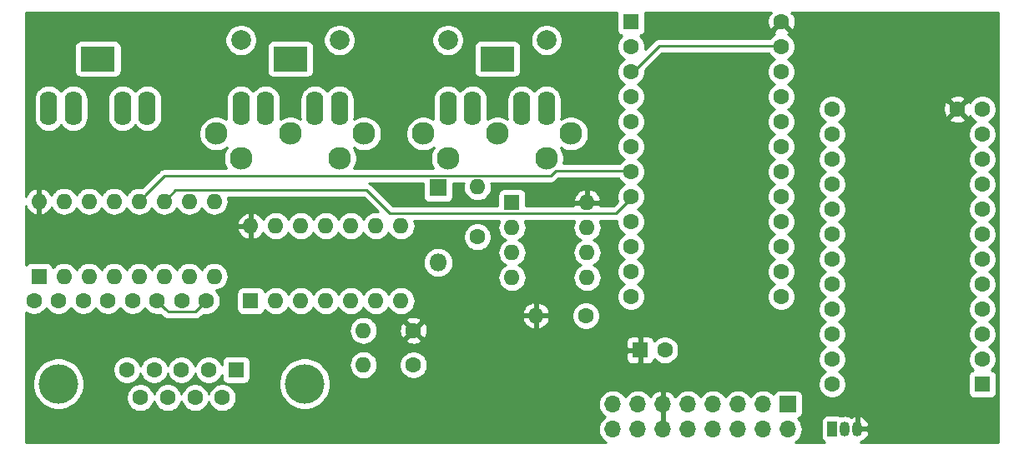
<source format=gbl>
G04 #@! TF.GenerationSoftware,KiCad,Pcbnew,(5.1.4-0-10_14)*
G04 #@! TF.CreationDate,2020-01-18T15:16:13+01:00*
G04 #@! TF.ProjectId,transcribe_circuit,7472616e-7363-4726-9962-655f63697263,rev?*
G04 #@! TF.SameCoordinates,Original*
G04 #@! TF.FileFunction,Copper,L2,Bot*
G04 #@! TF.FilePolarity,Positive*
%FSLAX46Y46*%
G04 Gerber Fmt 4.6, Leading zero omitted, Abs format (unit mm)*
G04 Created by KiCad (PCBNEW (5.1.4-0-10_14)) date 2020-01-18 15:16:13*
%MOMM*%
%LPD*%
G04 APERTURE LIST*
%ADD10C,1.600000*%
%ADD11R,1.600000X1.600000*%
%ADD12O,1.600000X1.600000*%
%ADD13R,1.800000X1.800000*%
%ADD14O,1.800000X1.800000*%
%ADD15C,4.000000*%
%ADD16O,1.050000X1.500000*%
%ADD17R,1.050000X1.500000*%
%ADD18C,2.300000*%
%ADD19C,2.000000*%
%ADD20O,1.750000X3.500000*%
%ADD21R,3.500000X2.500000*%
%ADD22R,1.700000X1.700000*%
%ADD23O,1.700000X1.700000*%
%ADD24C,0.250000*%
%ADD25C,0.254000*%
G04 APERTURE END LIST*
D10*
X-207520000Y751530000D03*
X-207520000Y754070000D03*
X-207520000Y756610000D03*
X-207520000Y759150000D03*
X-207520000Y761690000D03*
X-207520000Y764230000D03*
X-207520000Y766770000D03*
X-207520000Y769310000D03*
X-207520000Y771850000D03*
X-207520000Y774390000D03*
X-207520000Y776930000D03*
X-207520000Y779470000D03*
X-192280000Y779470000D03*
X-192280000Y776930000D03*
X-192280000Y774390000D03*
X-192280000Y771850000D03*
X-192280000Y769310000D03*
X-192280000Y766770000D03*
X-192280000Y764230000D03*
X-192280000Y761690000D03*
X-192280000Y759150000D03*
X-192280000Y756610000D03*
X-192280000Y754070000D03*
D11*
X-192280000Y751530000D03*
D10*
X-194820000Y779470000D03*
D12*
X-255080000Y753500000D03*
D10*
X-250000000Y753500000D03*
D13*
X-247500000Y771500000D03*
D14*
X-247500000Y763880000D03*
D11*
X-268000000Y753000000D03*
D10*
X-270770000Y753000000D03*
X-273540000Y753000000D03*
X-276310000Y753000000D03*
X-279080000Y753000000D03*
X-269385000Y750160000D03*
X-272155000Y750160000D03*
X-274925000Y750160000D03*
X-277695000Y750160000D03*
D15*
X-286040000Y751580000D03*
X-261040000Y751580000D03*
D11*
X-288000000Y762500000D03*
D12*
X-270220000Y770120000D03*
X-285460000Y762500000D03*
X-272760000Y770120000D03*
X-282920000Y762500000D03*
X-275300000Y770120000D03*
X-280380000Y762500000D03*
X-277840000Y770120000D03*
X-277840000Y762500000D03*
X-280380000Y770120000D03*
X-275300000Y762500000D03*
X-282920000Y770120000D03*
X-272760000Y762500000D03*
X-285460000Y770120000D03*
X-270220000Y762500000D03*
X-288000000Y770120000D03*
D16*
X-206230000Y747000000D03*
X-204960000Y747000000D03*
D17*
X-207500000Y747000000D03*
D11*
X-240000000Y770000000D03*
D12*
X-232380000Y762380000D03*
X-240000000Y767460000D03*
X-232380000Y764920000D03*
X-240000000Y764920000D03*
X-232380000Y767460000D03*
X-240000000Y762380000D03*
X-232380000Y770000000D03*
D18*
X-236500000Y774500000D03*
D19*
X-246500000Y786500000D03*
D18*
X-234000000Y777000000D03*
X-241500000Y777000000D03*
X-249000000Y777000000D03*
X-246500000Y774500000D03*
D19*
X-236500000Y786500000D03*
X-257500000Y786500000D03*
D18*
X-267500000Y774500000D03*
X-270000000Y777000000D03*
X-262500000Y777000000D03*
X-255000000Y777000000D03*
D19*
X-267500000Y786500000D03*
D18*
X-257500000Y774500000D03*
D10*
X-288500000Y760000000D03*
X-286000000Y760000000D03*
X-281000000Y760000000D03*
X-283500000Y760000000D03*
X-276000000Y760000000D03*
X-278500000Y760000000D03*
X-273500000Y760000000D03*
X-271000000Y760000000D03*
X-243500000Y766500000D03*
D12*
X-243500000Y771580000D03*
X-237580000Y758500000D03*
D10*
X-232500000Y758500000D03*
X-250000000Y757000000D03*
D12*
X-255080000Y757000000D03*
D20*
X-284500000Y779590000D03*
X-279500000Y779590000D03*
X-287000000Y779590000D03*
X-277000000Y779590000D03*
D21*
X-282000000Y784596000D03*
D20*
X-244000000Y779590000D03*
X-239000000Y779590000D03*
X-246500000Y779590000D03*
X-236500000Y779590000D03*
D21*
X-241500000Y784596000D03*
X-262500000Y784596000D03*
D20*
X-257500000Y779590000D03*
X-267500000Y779590000D03*
X-260000000Y779590000D03*
X-265000000Y779590000D03*
D11*
X-266500000Y760000000D03*
D12*
X-251260000Y767620000D03*
X-263960000Y760000000D03*
X-253800000Y767620000D03*
X-261420000Y760000000D03*
X-256340000Y767620000D03*
X-258880000Y760000000D03*
X-258880000Y767620000D03*
X-256340000Y760000000D03*
X-261420000Y767620000D03*
X-253800000Y760000000D03*
X-263960000Y767620000D03*
X-251260000Y760000000D03*
X-266500000Y767620000D03*
D11*
X-227000000Y755000000D03*
D10*
X-224500000Y755000000D03*
D22*
X-212000000Y749500000D03*
D23*
X-212000000Y746960000D03*
X-214540000Y749500000D03*
X-214540000Y746960000D03*
X-217080000Y749500000D03*
X-217080000Y746960000D03*
X-219620000Y749500000D03*
X-219620000Y746960000D03*
X-222160000Y749500000D03*
X-222160000Y746960000D03*
X-224700000Y749500000D03*
X-224700000Y746960000D03*
X-227240000Y749500000D03*
X-227240000Y746960000D03*
X-229780000Y749500000D03*
X-229780000Y746960000D03*
D10*
X-212680000Y788370000D03*
X-212680000Y785830000D03*
X-212680000Y783290000D03*
X-212680000Y780750000D03*
X-212680000Y778210000D03*
X-212680000Y775670000D03*
X-212680000Y773130000D03*
X-212680000Y770590000D03*
X-212680000Y768050000D03*
X-212680000Y765510000D03*
X-212680000Y762970000D03*
X-212680000Y760430000D03*
X-227920000Y760430000D03*
X-227920000Y762970000D03*
X-227920000Y765510000D03*
X-227920000Y768050000D03*
X-227920000Y770590000D03*
X-227920000Y773130000D03*
X-227920000Y775670000D03*
X-227920000Y778210000D03*
X-227920000Y780750000D03*
X-227920000Y783290000D03*
X-227920000Y785830000D03*
D11*
X-227920000Y788370000D03*
D24*
X-225080000Y785930000D02*
X-212380000Y785930000D01*
X-227620000Y783390000D02*
X-225080000Y785930000D01*
X-275200001Y759200001D02*
X-276000000Y760000000D01*
X-274874999Y758874999D02*
X-275200001Y759200001D01*
X-272125001Y758874999D02*
X-274874999Y758874999D01*
X-271000000Y760000000D02*
X-272125001Y758874999D01*
X-228419999Y769890001D02*
X-227620000Y770690000D01*
X-275300000Y770120000D02*
X-274174999Y771245001D01*
X-254745001Y771245001D02*
X-252374999Y768874999D01*
X-229435001Y768874999D02*
X-228419999Y769890001D01*
X-252374999Y768874999D02*
X-229435001Y768874999D01*
X-274174999Y771245001D02*
X-254745001Y771245001D01*
X-275234999Y772725001D02*
X-277040001Y770919999D01*
X-236091997Y772725001D02*
X-275234999Y772725001D01*
X-235586998Y773230000D02*
X-236091997Y772725001D01*
X-277040001Y770919999D02*
X-277840000Y770120000D01*
X-227620000Y773230000D02*
X-235586998Y773230000D01*
D25*
G36*
X-229345812Y789294482D02*
G01*
X-229358072Y789170000D01*
X-229358072Y787570000D01*
X-229345812Y787445518D01*
X-229309502Y787325820D01*
X-229250537Y787215506D01*
X-229171185Y787118815D01*
X-229074494Y787039463D01*
X-228964180Y786980498D01*
X-228844482Y786944188D01*
X-228836039Y786943357D01*
X-229034637Y786744759D01*
X-229191680Y786509727D01*
X-229299853Y786248574D01*
X-229355000Y785971335D01*
X-229355000Y785688665D01*
X-229299853Y785411426D01*
X-229191680Y785150273D01*
X-229034637Y784915241D01*
X-228834759Y784715363D01*
X-228602241Y784560000D01*
X-228834759Y784404637D01*
X-229034637Y784204759D01*
X-229191680Y783969727D01*
X-229299853Y783708574D01*
X-229355000Y783431335D01*
X-229355000Y783148665D01*
X-229299853Y782871426D01*
X-229191680Y782610273D01*
X-229034637Y782375241D01*
X-228834759Y782175363D01*
X-228602241Y782020000D01*
X-228834759Y781864637D01*
X-229034637Y781664759D01*
X-229191680Y781429727D01*
X-229299853Y781168574D01*
X-229355000Y780891335D01*
X-229355000Y780608665D01*
X-229299853Y780331426D01*
X-229191680Y780070273D01*
X-229034637Y779835241D01*
X-228834759Y779635363D01*
X-228602241Y779480000D01*
X-228834759Y779324637D01*
X-229034637Y779124759D01*
X-229191680Y778889727D01*
X-229299853Y778628574D01*
X-229355000Y778351335D01*
X-229355000Y778068665D01*
X-229299853Y777791426D01*
X-229191680Y777530273D01*
X-229034637Y777295241D01*
X-228834759Y777095363D01*
X-228602241Y776940000D01*
X-228834759Y776784637D01*
X-229034637Y776584759D01*
X-229191680Y776349727D01*
X-229299853Y776088574D01*
X-229355000Y775811335D01*
X-229355000Y775528665D01*
X-229299853Y775251426D01*
X-229191680Y774990273D01*
X-229034637Y774755241D01*
X-228834759Y774555363D01*
X-228602241Y774400000D01*
X-228834759Y774244637D01*
X-229034637Y774044759D01*
X-229071226Y773990000D01*
X-234781475Y773990000D01*
X-234715000Y774324193D01*
X-234715000Y774675807D01*
X-234783596Y775020665D01*
X-234918153Y775345515D01*
X-235064424Y775564424D01*
X-234845515Y775418153D01*
X-234520665Y775283596D01*
X-234175807Y775215000D01*
X-233824193Y775215000D01*
X-233479335Y775283596D01*
X-233154485Y775418153D01*
X-232862129Y775613500D01*
X-232613500Y775862129D01*
X-232418153Y776154485D01*
X-232283596Y776479335D01*
X-232215000Y776824193D01*
X-232215000Y777175807D01*
X-232283596Y777520665D01*
X-232418153Y777845515D01*
X-232613500Y778137871D01*
X-232862129Y778386500D01*
X-233154485Y778581847D01*
X-233479335Y778716404D01*
X-233824193Y778785000D01*
X-234175807Y778785000D01*
X-234520665Y778716404D01*
X-234845515Y778581847D01*
X-235006396Y778474349D01*
X-234990000Y778640822D01*
X-234990000Y780539178D01*
X-235011849Y780761012D01*
X-235098192Y781045648D01*
X-235238406Y781307970D01*
X-235427103Y781537897D01*
X-235657031Y781726594D01*
X-235919353Y781866808D01*
X-236203989Y781953151D01*
X-236500000Y781982306D01*
X-236796012Y781953151D01*
X-237080648Y781866808D01*
X-237342970Y781726594D01*
X-237572897Y781537897D01*
X-237750000Y781322097D01*
X-237927103Y781537897D01*
X-238157031Y781726594D01*
X-238419353Y781866808D01*
X-238703989Y781953151D01*
X-239000000Y781982306D01*
X-239296012Y781953151D01*
X-239580648Y781866808D01*
X-239842970Y781726594D01*
X-240072897Y781537897D01*
X-240261594Y781307969D01*
X-240401808Y781045647D01*
X-240488151Y780761011D01*
X-240510000Y780539177D01*
X-240510000Y778640822D01*
X-240493603Y778474348D01*
X-240654485Y778581847D01*
X-240979335Y778716404D01*
X-241324193Y778785000D01*
X-241675807Y778785000D01*
X-242020665Y778716404D01*
X-242345515Y778581847D01*
X-242506396Y778474349D01*
X-242490000Y778640822D01*
X-242490000Y780539178D01*
X-242511849Y780761012D01*
X-242598192Y781045648D01*
X-242738406Y781307970D01*
X-242927103Y781537897D01*
X-243157031Y781726594D01*
X-243419353Y781866808D01*
X-243703989Y781953151D01*
X-244000000Y781982306D01*
X-244296012Y781953151D01*
X-244580648Y781866808D01*
X-244842970Y781726594D01*
X-245072897Y781537897D01*
X-245250000Y781322097D01*
X-245427103Y781537897D01*
X-245657031Y781726594D01*
X-245919353Y781866808D01*
X-246203989Y781953151D01*
X-246500000Y781982306D01*
X-246796012Y781953151D01*
X-247080648Y781866808D01*
X-247342970Y781726594D01*
X-247572897Y781537897D01*
X-247761594Y781307969D01*
X-247901808Y781045647D01*
X-247988151Y780761011D01*
X-248010000Y780539177D01*
X-248010000Y778640822D01*
X-247993603Y778474348D01*
X-248154485Y778581847D01*
X-248479335Y778716404D01*
X-248824193Y778785000D01*
X-249175807Y778785000D01*
X-249520665Y778716404D01*
X-249845515Y778581847D01*
X-250137871Y778386500D01*
X-250386500Y778137871D01*
X-250581847Y777845515D01*
X-250716404Y777520665D01*
X-250785000Y777175807D01*
X-250785000Y776824193D01*
X-250716404Y776479335D01*
X-250581847Y776154485D01*
X-250386500Y775862129D01*
X-250137871Y775613500D01*
X-249845515Y775418153D01*
X-249520665Y775283596D01*
X-249175807Y775215000D01*
X-248824193Y775215000D01*
X-248479335Y775283596D01*
X-248154485Y775418153D01*
X-247935576Y775564424D01*
X-248081847Y775345515D01*
X-248216404Y775020665D01*
X-248285000Y774675807D01*
X-248285000Y774324193D01*
X-248216404Y773979335D01*
X-248081847Y773654485D01*
X-247968601Y773485001D01*
X-256031399Y773485001D01*
X-255918153Y773654485D01*
X-255783596Y773979335D01*
X-255715000Y774324193D01*
X-255715000Y774675807D01*
X-255783596Y775020665D01*
X-255918153Y775345515D01*
X-256064424Y775564424D01*
X-255845515Y775418153D01*
X-255520665Y775283596D01*
X-255175807Y775215000D01*
X-254824193Y775215000D01*
X-254479335Y775283596D01*
X-254154485Y775418153D01*
X-253862129Y775613500D01*
X-253613500Y775862129D01*
X-253418153Y776154485D01*
X-253283596Y776479335D01*
X-253215000Y776824193D01*
X-253215000Y777175807D01*
X-253283596Y777520665D01*
X-253418153Y777845515D01*
X-253613500Y778137871D01*
X-253862129Y778386500D01*
X-254154485Y778581847D01*
X-254479335Y778716404D01*
X-254824193Y778785000D01*
X-255175807Y778785000D01*
X-255520665Y778716404D01*
X-255845515Y778581847D01*
X-256006396Y778474349D01*
X-255990000Y778640822D01*
X-255990000Y780539178D01*
X-256011849Y780761012D01*
X-256098192Y781045648D01*
X-256238406Y781307970D01*
X-256427103Y781537897D01*
X-256657031Y781726594D01*
X-256919353Y781866808D01*
X-257203989Y781953151D01*
X-257500000Y781982306D01*
X-257796012Y781953151D01*
X-258080648Y781866808D01*
X-258342970Y781726594D01*
X-258572897Y781537897D01*
X-258750000Y781322097D01*
X-258927103Y781537897D01*
X-259157031Y781726594D01*
X-259419353Y781866808D01*
X-259703989Y781953151D01*
X-260000000Y781982306D01*
X-260296012Y781953151D01*
X-260580648Y781866808D01*
X-260842970Y781726594D01*
X-261072897Y781537897D01*
X-261261594Y781307969D01*
X-261401808Y781045647D01*
X-261488151Y780761011D01*
X-261510000Y780539177D01*
X-261510000Y778640822D01*
X-261493603Y778474348D01*
X-261654485Y778581847D01*
X-261979335Y778716404D01*
X-262324193Y778785000D01*
X-262675807Y778785000D01*
X-263020665Y778716404D01*
X-263345515Y778581847D01*
X-263506396Y778474349D01*
X-263490000Y778640822D01*
X-263490000Y780539178D01*
X-263511849Y780761012D01*
X-263598192Y781045648D01*
X-263738406Y781307970D01*
X-263927103Y781537897D01*
X-264157031Y781726594D01*
X-264419353Y781866808D01*
X-264703989Y781953151D01*
X-265000000Y781982306D01*
X-265296012Y781953151D01*
X-265580648Y781866808D01*
X-265842970Y781726594D01*
X-266072897Y781537897D01*
X-266250000Y781322097D01*
X-266427103Y781537897D01*
X-266657031Y781726594D01*
X-266919353Y781866808D01*
X-267203989Y781953151D01*
X-267500000Y781982306D01*
X-267796012Y781953151D01*
X-268080648Y781866808D01*
X-268342970Y781726594D01*
X-268572897Y781537897D01*
X-268761594Y781307969D01*
X-268901808Y781045647D01*
X-268988151Y780761011D01*
X-269010000Y780539177D01*
X-269010000Y778640822D01*
X-268993603Y778474348D01*
X-269154485Y778581847D01*
X-269479335Y778716404D01*
X-269824193Y778785000D01*
X-270175807Y778785000D01*
X-270520665Y778716404D01*
X-270845515Y778581847D01*
X-271137871Y778386500D01*
X-271386500Y778137871D01*
X-271581847Y777845515D01*
X-271716404Y777520665D01*
X-271785000Y777175807D01*
X-271785000Y776824193D01*
X-271716404Y776479335D01*
X-271581847Y776154485D01*
X-271386500Y775862129D01*
X-271137871Y775613500D01*
X-270845515Y775418153D01*
X-270520665Y775283596D01*
X-270175807Y775215000D01*
X-269824193Y775215000D01*
X-269479335Y775283596D01*
X-269154485Y775418153D01*
X-268935576Y775564424D01*
X-269081847Y775345515D01*
X-269216404Y775020665D01*
X-269285000Y774675807D01*
X-269285000Y774324193D01*
X-269216404Y773979335D01*
X-269081847Y773654485D01*
X-268968601Y773485001D01*
X-275197677Y773485001D01*
X-275235000Y773488677D01*
X-275272323Y773485001D01*
X-275272332Y773485001D01*
X-275383985Y773474004D01*
X-275527246Y773430547D01*
X-275659275Y773359975D01*
X-275775000Y773265002D01*
X-275798798Y773236004D01*
X-277514093Y771520708D01*
X-277558691Y771534236D01*
X-277769508Y771555000D01*
X-277910492Y771555000D01*
X-278121309Y771534236D01*
X-278391808Y771452182D01*
X-278641101Y771318932D01*
X-278859608Y771139608D01*
X-279038932Y770921101D01*
X-279110000Y770788142D01*
X-279181068Y770921101D01*
X-279360392Y771139608D01*
X-279578899Y771318932D01*
X-279828192Y771452182D01*
X-280098691Y771534236D01*
X-280309508Y771555000D01*
X-280450492Y771555000D01*
X-280661309Y771534236D01*
X-280931808Y771452182D01*
X-281181101Y771318932D01*
X-281399608Y771139608D01*
X-281578932Y770921101D01*
X-281650000Y770788142D01*
X-281721068Y770921101D01*
X-281900392Y771139608D01*
X-282118899Y771318932D01*
X-282368192Y771452182D01*
X-282638691Y771534236D01*
X-282849508Y771555000D01*
X-282990492Y771555000D01*
X-283201309Y771534236D01*
X-283471808Y771452182D01*
X-283721101Y771318932D01*
X-283939608Y771139608D01*
X-284118932Y770921101D01*
X-284190000Y770788142D01*
X-284261068Y770921101D01*
X-284440392Y771139608D01*
X-284658899Y771318932D01*
X-284908192Y771452182D01*
X-285178691Y771534236D01*
X-285389508Y771555000D01*
X-285530492Y771555000D01*
X-285741309Y771534236D01*
X-286011808Y771452182D01*
X-286261101Y771318932D01*
X-286479608Y771139608D01*
X-286658932Y770921101D01*
X-286732579Y770783318D01*
X-286847615Y770975131D01*
X-287036586Y771183519D01*
X-287262580Y771351037D01*
X-287516913Y771471246D01*
X-287650961Y771511904D01*
X-287873000Y771389915D01*
X-287873000Y770247000D01*
X-287853000Y770247000D01*
X-287853000Y769993000D01*
X-287873000Y769993000D01*
X-287873000Y768850085D01*
X-287650961Y768728096D01*
X-287516913Y768768754D01*
X-287262580Y768888963D01*
X-287036586Y769056481D01*
X-286847615Y769264869D01*
X-286732579Y769456682D01*
X-286658932Y769318899D01*
X-286479608Y769100392D01*
X-286261101Y768921068D01*
X-286011808Y768787818D01*
X-285741309Y768705764D01*
X-285530492Y768685000D01*
X-285389508Y768685000D01*
X-285178691Y768705764D01*
X-284908192Y768787818D01*
X-284658899Y768921068D01*
X-284440392Y769100392D01*
X-284261068Y769318899D01*
X-284190000Y769451858D01*
X-284118932Y769318899D01*
X-283939608Y769100392D01*
X-283721101Y768921068D01*
X-283471808Y768787818D01*
X-283201309Y768705764D01*
X-282990492Y768685000D01*
X-282849508Y768685000D01*
X-282638691Y768705764D01*
X-282368192Y768787818D01*
X-282118899Y768921068D01*
X-281900392Y769100392D01*
X-281721068Y769318899D01*
X-281650000Y769451858D01*
X-281578932Y769318899D01*
X-281399608Y769100392D01*
X-281181101Y768921068D01*
X-280931808Y768787818D01*
X-280661309Y768705764D01*
X-280450492Y768685000D01*
X-280309508Y768685000D01*
X-280098691Y768705764D01*
X-279828192Y768787818D01*
X-279578899Y768921068D01*
X-279360392Y769100392D01*
X-279181068Y769318899D01*
X-279110000Y769451858D01*
X-279038932Y769318899D01*
X-278859608Y769100392D01*
X-278641101Y768921068D01*
X-278391808Y768787818D01*
X-278121309Y768705764D01*
X-277910492Y768685000D01*
X-277769508Y768685000D01*
X-277558691Y768705764D01*
X-277288192Y768787818D01*
X-277038899Y768921068D01*
X-276820392Y769100392D01*
X-276641068Y769318899D01*
X-276570000Y769451858D01*
X-276498932Y769318899D01*
X-276319608Y769100392D01*
X-276101101Y768921068D01*
X-275851808Y768787818D01*
X-275581309Y768705764D01*
X-275370492Y768685000D01*
X-275229508Y768685000D01*
X-275018691Y768705764D01*
X-274748192Y768787818D01*
X-274498899Y768921068D01*
X-274280392Y769100392D01*
X-274101068Y769318899D01*
X-274030000Y769451858D01*
X-273958932Y769318899D01*
X-273779608Y769100392D01*
X-273561101Y768921068D01*
X-273311808Y768787818D01*
X-273041309Y768705764D01*
X-272830492Y768685000D01*
X-272689508Y768685000D01*
X-272478691Y768705764D01*
X-272208192Y768787818D01*
X-271958899Y768921068D01*
X-271740392Y769100392D01*
X-271561068Y769318899D01*
X-271490000Y769451858D01*
X-271418932Y769318899D01*
X-271239608Y769100392D01*
X-271021101Y768921068D01*
X-270771808Y768787818D01*
X-270501309Y768705764D01*
X-270290492Y768685000D01*
X-270149508Y768685000D01*
X-269938691Y768705764D01*
X-269668192Y768787818D01*
X-269418899Y768921068D01*
X-269200392Y769100392D01*
X-269021068Y769318899D01*
X-268887818Y769568192D01*
X-268805764Y769838691D01*
X-268778057Y770120000D01*
X-268805764Y770401309D01*
X-268831151Y770485001D01*
X-255059802Y770485001D01*
X-253618908Y769044107D01*
X-253729508Y769055000D01*
X-253870492Y769055000D01*
X-254081309Y769034236D01*
X-254351808Y768952182D01*
X-254601101Y768818932D01*
X-254819608Y768639608D01*
X-254998932Y768421101D01*
X-255070000Y768288142D01*
X-255141068Y768421101D01*
X-255320392Y768639608D01*
X-255538899Y768818932D01*
X-255788192Y768952182D01*
X-256058691Y769034236D01*
X-256269508Y769055000D01*
X-256410492Y769055000D01*
X-256621309Y769034236D01*
X-256891808Y768952182D01*
X-257141101Y768818932D01*
X-257359608Y768639608D01*
X-257538932Y768421101D01*
X-257610000Y768288142D01*
X-257681068Y768421101D01*
X-257860392Y768639608D01*
X-258078899Y768818932D01*
X-258328192Y768952182D01*
X-258598691Y769034236D01*
X-258809508Y769055000D01*
X-258950492Y769055000D01*
X-259161309Y769034236D01*
X-259431808Y768952182D01*
X-259681101Y768818932D01*
X-259899608Y768639608D01*
X-260078932Y768421101D01*
X-260150000Y768288142D01*
X-260221068Y768421101D01*
X-260400392Y768639608D01*
X-260618899Y768818932D01*
X-260868192Y768952182D01*
X-261138691Y769034236D01*
X-261349508Y769055000D01*
X-261490492Y769055000D01*
X-261701309Y769034236D01*
X-261971808Y768952182D01*
X-262221101Y768818932D01*
X-262439608Y768639608D01*
X-262618932Y768421101D01*
X-262690000Y768288142D01*
X-262761068Y768421101D01*
X-262940392Y768639608D01*
X-263158899Y768818932D01*
X-263408192Y768952182D01*
X-263678691Y769034236D01*
X-263889508Y769055000D01*
X-264030492Y769055000D01*
X-264241309Y769034236D01*
X-264511808Y768952182D01*
X-264761101Y768818932D01*
X-264979608Y768639608D01*
X-265158932Y768421101D01*
X-265232579Y768283318D01*
X-265347615Y768475131D01*
X-265536586Y768683519D01*
X-265762580Y768851037D01*
X-266016913Y768971246D01*
X-266150961Y769011904D01*
X-266373000Y768889915D01*
X-266373000Y767747000D01*
X-266353000Y767747000D01*
X-266353000Y767493000D01*
X-266373000Y767493000D01*
X-266373000Y766350085D01*
X-266150961Y766228096D01*
X-266016913Y766268754D01*
X-265762580Y766388963D01*
X-265536586Y766556481D01*
X-265347615Y766764869D01*
X-265232579Y766956682D01*
X-265158932Y766818899D01*
X-264979608Y766600392D01*
X-264761101Y766421068D01*
X-264511808Y766287818D01*
X-264241309Y766205764D01*
X-264030492Y766185000D01*
X-263889508Y766185000D01*
X-263678691Y766205764D01*
X-263408192Y766287818D01*
X-263158899Y766421068D01*
X-262940392Y766600392D01*
X-262761068Y766818899D01*
X-262690000Y766951858D01*
X-262618932Y766818899D01*
X-262439608Y766600392D01*
X-262221101Y766421068D01*
X-261971808Y766287818D01*
X-261701309Y766205764D01*
X-261490492Y766185000D01*
X-261349508Y766185000D01*
X-261138691Y766205764D01*
X-260868192Y766287818D01*
X-260618899Y766421068D01*
X-260400392Y766600392D01*
X-260221068Y766818899D01*
X-260150000Y766951858D01*
X-260078932Y766818899D01*
X-259899608Y766600392D01*
X-259681101Y766421068D01*
X-259431808Y766287818D01*
X-259161309Y766205764D01*
X-258950492Y766185000D01*
X-258809508Y766185000D01*
X-258598691Y766205764D01*
X-258328192Y766287818D01*
X-258078899Y766421068D01*
X-257860392Y766600392D01*
X-257681068Y766818899D01*
X-257610000Y766951858D01*
X-257538932Y766818899D01*
X-257359608Y766600392D01*
X-257141101Y766421068D01*
X-256891808Y766287818D01*
X-256621309Y766205764D01*
X-256410492Y766185000D01*
X-256269508Y766185000D01*
X-256058691Y766205764D01*
X-255788192Y766287818D01*
X-255538899Y766421068D01*
X-255320392Y766600392D01*
X-255141068Y766818899D01*
X-255070000Y766951858D01*
X-254998932Y766818899D01*
X-254819608Y766600392D01*
X-254601101Y766421068D01*
X-254351808Y766287818D01*
X-254081309Y766205764D01*
X-253870492Y766185000D01*
X-253729508Y766185000D01*
X-253518691Y766205764D01*
X-253248192Y766287818D01*
X-252998899Y766421068D01*
X-252780392Y766600392D01*
X-252601068Y766818899D01*
X-252530000Y766951858D01*
X-252458932Y766818899D01*
X-252279608Y766600392D01*
X-252061101Y766421068D01*
X-251811808Y766287818D01*
X-251541309Y766205764D01*
X-251330492Y766185000D01*
X-251189508Y766185000D01*
X-250978691Y766205764D01*
X-250708192Y766287818D01*
X-250458899Y766421068D01*
X-250240392Y766600392D01*
X-250206791Y766641335D01*
X-244935000Y766641335D01*
X-244935000Y766358665D01*
X-244879853Y766081426D01*
X-244771680Y765820273D01*
X-244614637Y765585241D01*
X-244414759Y765385363D01*
X-244179727Y765228320D01*
X-243918574Y765120147D01*
X-243641335Y765065000D01*
X-243358665Y765065000D01*
X-243081426Y765120147D01*
X-242820273Y765228320D01*
X-242585241Y765385363D01*
X-242385363Y765585241D01*
X-242228320Y765820273D01*
X-242120147Y766081426D01*
X-242065000Y766358665D01*
X-242065000Y766641335D01*
X-242120147Y766918574D01*
X-242228320Y767179727D01*
X-242385363Y767414759D01*
X-242585241Y767614637D01*
X-242820273Y767771680D01*
X-243081426Y767879853D01*
X-243358665Y767935000D01*
X-243641335Y767935000D01*
X-243918574Y767879853D01*
X-244179727Y767771680D01*
X-244414759Y767614637D01*
X-244614637Y767414759D01*
X-244771680Y767179727D01*
X-244879853Y766918574D01*
X-244935000Y766641335D01*
X-250206791Y766641335D01*
X-250061068Y766818899D01*
X-249927818Y767068192D01*
X-249845764Y767338691D01*
X-249818057Y767620000D01*
X-249845764Y767901309D01*
X-249910585Y768114999D01*
X-241277025Y768114999D01*
X-241332182Y768011808D01*
X-241414236Y767741309D01*
X-241441943Y767460000D01*
X-241414236Y767178691D01*
X-241332182Y766908192D01*
X-241198932Y766658899D01*
X-241019608Y766440392D01*
X-240801101Y766261068D01*
X-240668142Y766190000D01*
X-240801101Y766118932D01*
X-241019608Y765939608D01*
X-241198932Y765721101D01*
X-241332182Y765471808D01*
X-241414236Y765201309D01*
X-241441943Y764920000D01*
X-241414236Y764638691D01*
X-241332182Y764368192D01*
X-241198932Y764118899D01*
X-241019608Y763900392D01*
X-240801101Y763721068D01*
X-240668142Y763650000D01*
X-240801101Y763578932D01*
X-241019608Y763399608D01*
X-241198932Y763181101D01*
X-241332182Y762931808D01*
X-241414236Y762661309D01*
X-241441943Y762380000D01*
X-241414236Y762098691D01*
X-241332182Y761828192D01*
X-241198932Y761578899D01*
X-241019608Y761360392D01*
X-240801101Y761181068D01*
X-240551808Y761047818D01*
X-240281309Y760965764D01*
X-240070492Y760945000D01*
X-239929508Y760945000D01*
X-239718691Y760965764D01*
X-239448192Y761047818D01*
X-239198899Y761181068D01*
X-238980392Y761360392D01*
X-238801068Y761578899D01*
X-238667818Y761828192D01*
X-238585764Y762098691D01*
X-238558057Y762380000D01*
X-238585764Y762661309D01*
X-238667818Y762931808D01*
X-238801068Y763181101D01*
X-238980392Y763399608D01*
X-239198899Y763578932D01*
X-239331858Y763650000D01*
X-239198899Y763721068D01*
X-238980392Y763900392D01*
X-238801068Y764118899D01*
X-238667818Y764368192D01*
X-238585764Y764638691D01*
X-238558057Y764920000D01*
X-238585764Y765201309D01*
X-238667818Y765471808D01*
X-238801068Y765721101D01*
X-238980392Y765939608D01*
X-239198899Y766118932D01*
X-239331858Y766190000D01*
X-239198899Y766261068D01*
X-238980392Y766440392D01*
X-238801068Y766658899D01*
X-238667818Y766908192D01*
X-238585764Y767178691D01*
X-238558057Y767460000D01*
X-238585764Y767741309D01*
X-238667818Y768011808D01*
X-238722975Y768114999D01*
X-233657025Y768114999D01*
X-233712182Y768011808D01*
X-233794236Y767741309D01*
X-233821943Y767460000D01*
X-233794236Y767178691D01*
X-233712182Y766908192D01*
X-233578932Y766658899D01*
X-233399608Y766440392D01*
X-233181101Y766261068D01*
X-233048142Y766190000D01*
X-233181101Y766118932D01*
X-233399608Y765939608D01*
X-233578932Y765721101D01*
X-233712182Y765471808D01*
X-233794236Y765201309D01*
X-233821943Y764920000D01*
X-233794236Y764638691D01*
X-233712182Y764368192D01*
X-233578932Y764118899D01*
X-233399608Y763900392D01*
X-233181101Y763721068D01*
X-233048142Y763650000D01*
X-233181101Y763578932D01*
X-233399608Y763399608D01*
X-233578932Y763181101D01*
X-233712182Y762931808D01*
X-233794236Y762661309D01*
X-233821943Y762380000D01*
X-233794236Y762098691D01*
X-233712182Y761828192D01*
X-233578932Y761578899D01*
X-233399608Y761360392D01*
X-233181101Y761181068D01*
X-232931808Y761047818D01*
X-232661309Y760965764D01*
X-232450492Y760945000D01*
X-232309508Y760945000D01*
X-232098691Y760965764D01*
X-231828192Y761047818D01*
X-231578899Y761181068D01*
X-231360392Y761360392D01*
X-231181068Y761578899D01*
X-231047818Y761828192D01*
X-230965764Y762098691D01*
X-230938057Y762380000D01*
X-230965764Y762661309D01*
X-231047818Y762931808D01*
X-231181068Y763181101D01*
X-231360392Y763399608D01*
X-231578899Y763578932D01*
X-231711858Y763650000D01*
X-231578899Y763721068D01*
X-231360392Y763900392D01*
X-231181068Y764118899D01*
X-231047818Y764368192D01*
X-230965764Y764638691D01*
X-230938057Y764920000D01*
X-230965764Y765201309D01*
X-231047818Y765471808D01*
X-231181068Y765721101D01*
X-231360392Y765939608D01*
X-231578899Y766118932D01*
X-231711858Y766190000D01*
X-231578899Y766261068D01*
X-231360392Y766440392D01*
X-231181068Y766658899D01*
X-231047818Y766908192D01*
X-230965764Y767178691D01*
X-230938057Y767460000D01*
X-230965764Y767741309D01*
X-231047818Y768011808D01*
X-231102975Y768114999D01*
X-229472323Y768114999D01*
X-229435001Y768111323D01*
X-229397679Y768114999D01*
X-229397668Y768114999D01*
X-229355000Y768119201D01*
X-229355000Y767908665D01*
X-229299853Y767631426D01*
X-229191680Y767370273D01*
X-229034637Y767135241D01*
X-228834759Y766935363D01*
X-228602241Y766780000D01*
X-228834759Y766624637D01*
X-229034637Y766424759D01*
X-229191680Y766189727D01*
X-229299853Y765928574D01*
X-229355000Y765651335D01*
X-229355000Y765368665D01*
X-229299853Y765091426D01*
X-229191680Y764830273D01*
X-229034637Y764595241D01*
X-228834759Y764395363D01*
X-228602241Y764240000D01*
X-228834759Y764084637D01*
X-229034637Y763884759D01*
X-229191680Y763649727D01*
X-229299853Y763388574D01*
X-229355000Y763111335D01*
X-229355000Y762828665D01*
X-229299853Y762551426D01*
X-229191680Y762290273D01*
X-229034637Y762055241D01*
X-228834759Y761855363D01*
X-228602241Y761700000D01*
X-228834759Y761544637D01*
X-229034637Y761344759D01*
X-229191680Y761109727D01*
X-229299853Y760848574D01*
X-229355000Y760571335D01*
X-229355000Y760288665D01*
X-229299853Y760011426D01*
X-229191680Y759750273D01*
X-229034637Y759515241D01*
X-228834759Y759315363D01*
X-228599727Y759158320D01*
X-228338574Y759050147D01*
X-228061335Y758995000D01*
X-227778665Y758995000D01*
X-227501426Y759050147D01*
X-227240273Y759158320D01*
X-227005241Y759315363D01*
X-226805363Y759515241D01*
X-226648320Y759750273D01*
X-226540147Y760011426D01*
X-226485000Y760288665D01*
X-226485000Y760571335D01*
X-226540147Y760848574D01*
X-226648320Y761109727D01*
X-226805363Y761344759D01*
X-227005241Y761544637D01*
X-227237759Y761700000D01*
X-227005241Y761855363D01*
X-226805363Y762055241D01*
X-226648320Y762290273D01*
X-226540147Y762551426D01*
X-226485000Y762828665D01*
X-226485000Y763111335D01*
X-226540147Y763388574D01*
X-226648320Y763649727D01*
X-226805363Y763884759D01*
X-227005241Y764084637D01*
X-227237759Y764240000D01*
X-227005241Y764395363D01*
X-226805363Y764595241D01*
X-226648320Y764830273D01*
X-226540147Y765091426D01*
X-226485000Y765368665D01*
X-226485000Y765651335D01*
X-226540147Y765928574D01*
X-226648320Y766189727D01*
X-226805363Y766424759D01*
X-227005241Y766624637D01*
X-227237759Y766780000D01*
X-227005241Y766935363D01*
X-226805363Y767135241D01*
X-226648320Y767370273D01*
X-226540147Y767631426D01*
X-226485000Y767908665D01*
X-226485000Y768191335D01*
X-226540147Y768468574D01*
X-226648320Y768729727D01*
X-226805363Y768964759D01*
X-227005241Y769164637D01*
X-227237759Y769320000D01*
X-227005241Y769475363D01*
X-226805363Y769675241D01*
X-226648320Y769910273D01*
X-226540147Y770171426D01*
X-226485000Y770448665D01*
X-226485000Y770731335D01*
X-226540147Y771008574D01*
X-226648320Y771269727D01*
X-226805363Y771504759D01*
X-227005241Y771704637D01*
X-227237759Y771860000D01*
X-227005241Y772015363D01*
X-226805363Y772215241D01*
X-226648320Y772450273D01*
X-226540147Y772711426D01*
X-226485000Y772988665D01*
X-226485000Y773271335D01*
X-226540147Y773548574D01*
X-226648320Y773809727D01*
X-226805363Y774044759D01*
X-227005241Y774244637D01*
X-227237759Y774400000D01*
X-227005241Y774555363D01*
X-226805363Y774755241D01*
X-226648320Y774990273D01*
X-226540147Y775251426D01*
X-226485000Y775528665D01*
X-226485000Y775811335D01*
X-226540147Y776088574D01*
X-226648320Y776349727D01*
X-226805363Y776584759D01*
X-227005241Y776784637D01*
X-227237759Y776940000D01*
X-227005241Y777095363D01*
X-226805363Y777295241D01*
X-226648320Y777530273D01*
X-226540147Y777791426D01*
X-226485000Y778068665D01*
X-226485000Y778351335D01*
X-226540147Y778628574D01*
X-226648320Y778889727D01*
X-226805363Y779124759D01*
X-227005241Y779324637D01*
X-227237759Y779480000D01*
X-227005241Y779635363D01*
X-226805363Y779835241D01*
X-226648320Y780070273D01*
X-226540147Y780331426D01*
X-226485000Y780608665D01*
X-226485000Y780891335D01*
X-226540147Y781168574D01*
X-226648320Y781429727D01*
X-226805363Y781664759D01*
X-227005241Y781864637D01*
X-227237759Y782020000D01*
X-227005241Y782175363D01*
X-226805363Y782375241D01*
X-226648320Y782610273D01*
X-226540147Y782871426D01*
X-226485000Y783148665D01*
X-226485000Y783431335D01*
X-226488130Y783447069D01*
X-224765197Y785170000D01*
X-213959851Y785170000D01*
X-213951680Y785150273D01*
X-213794637Y784915241D01*
X-213594759Y784715363D01*
X-213362241Y784560000D01*
X-213594759Y784404637D01*
X-213794637Y784204759D01*
X-213951680Y783969727D01*
X-214059853Y783708574D01*
X-214115000Y783431335D01*
X-214115000Y783148665D01*
X-214059853Y782871426D01*
X-213951680Y782610273D01*
X-213794637Y782375241D01*
X-213594759Y782175363D01*
X-213362241Y782020000D01*
X-213594759Y781864637D01*
X-213794637Y781664759D01*
X-213951680Y781429727D01*
X-214059853Y781168574D01*
X-214115000Y780891335D01*
X-214115000Y780608665D01*
X-214059853Y780331426D01*
X-213951680Y780070273D01*
X-213794637Y779835241D01*
X-213594759Y779635363D01*
X-213362241Y779480000D01*
X-213594759Y779324637D01*
X-213794637Y779124759D01*
X-213951680Y778889727D01*
X-214059853Y778628574D01*
X-214115000Y778351335D01*
X-214115000Y778068665D01*
X-214059853Y777791426D01*
X-213951680Y777530273D01*
X-213794637Y777295241D01*
X-213594759Y777095363D01*
X-213362241Y776940000D01*
X-213594759Y776784637D01*
X-213794637Y776584759D01*
X-213951680Y776349727D01*
X-214059853Y776088574D01*
X-214115000Y775811335D01*
X-214115000Y775528665D01*
X-214059853Y775251426D01*
X-213951680Y774990273D01*
X-213794637Y774755241D01*
X-213594759Y774555363D01*
X-213362241Y774400000D01*
X-213594759Y774244637D01*
X-213794637Y774044759D01*
X-213951680Y773809727D01*
X-214059853Y773548574D01*
X-214115000Y773271335D01*
X-214115000Y772988665D01*
X-214059853Y772711426D01*
X-213951680Y772450273D01*
X-213794637Y772215241D01*
X-213594759Y772015363D01*
X-213362241Y771860000D01*
X-213594759Y771704637D01*
X-213794637Y771504759D01*
X-213951680Y771269727D01*
X-214059853Y771008574D01*
X-214115000Y770731335D01*
X-214115000Y770448665D01*
X-214059853Y770171426D01*
X-213951680Y769910273D01*
X-213794637Y769675241D01*
X-213594759Y769475363D01*
X-213362241Y769320000D01*
X-213594759Y769164637D01*
X-213794637Y768964759D01*
X-213951680Y768729727D01*
X-214059853Y768468574D01*
X-214115000Y768191335D01*
X-214115000Y767908665D01*
X-214059853Y767631426D01*
X-213951680Y767370273D01*
X-213794637Y767135241D01*
X-213594759Y766935363D01*
X-213362241Y766780000D01*
X-213594759Y766624637D01*
X-213794637Y766424759D01*
X-213951680Y766189727D01*
X-214059853Y765928574D01*
X-214115000Y765651335D01*
X-214115000Y765368665D01*
X-214059853Y765091426D01*
X-213951680Y764830273D01*
X-213794637Y764595241D01*
X-213594759Y764395363D01*
X-213362241Y764240000D01*
X-213594759Y764084637D01*
X-213794637Y763884759D01*
X-213951680Y763649727D01*
X-214059853Y763388574D01*
X-214115000Y763111335D01*
X-214115000Y762828665D01*
X-214059853Y762551426D01*
X-213951680Y762290273D01*
X-213794637Y762055241D01*
X-213594759Y761855363D01*
X-213362241Y761700000D01*
X-213594759Y761544637D01*
X-213794637Y761344759D01*
X-213951680Y761109727D01*
X-214059853Y760848574D01*
X-214115000Y760571335D01*
X-214115000Y760288665D01*
X-214059853Y760011426D01*
X-213951680Y759750273D01*
X-213794637Y759515241D01*
X-213594759Y759315363D01*
X-213359727Y759158320D01*
X-213098574Y759050147D01*
X-212821335Y758995000D01*
X-212538665Y758995000D01*
X-212261426Y759050147D01*
X-212000273Y759158320D01*
X-211765241Y759315363D01*
X-211565363Y759515241D01*
X-211408320Y759750273D01*
X-211300147Y760011426D01*
X-211245000Y760288665D01*
X-211245000Y760571335D01*
X-211300147Y760848574D01*
X-211408320Y761109727D01*
X-211565363Y761344759D01*
X-211765241Y761544637D01*
X-211997759Y761700000D01*
X-211765241Y761855363D01*
X-211565363Y762055241D01*
X-211408320Y762290273D01*
X-211300147Y762551426D01*
X-211245000Y762828665D01*
X-211245000Y763111335D01*
X-211300147Y763388574D01*
X-211408320Y763649727D01*
X-211565363Y763884759D01*
X-211765241Y764084637D01*
X-211997759Y764240000D01*
X-211765241Y764395363D01*
X-211565363Y764595241D01*
X-211408320Y764830273D01*
X-211300147Y765091426D01*
X-211245000Y765368665D01*
X-211245000Y765651335D01*
X-211300147Y765928574D01*
X-211408320Y766189727D01*
X-211565363Y766424759D01*
X-211765241Y766624637D01*
X-211997759Y766780000D01*
X-211765241Y766935363D01*
X-211565363Y767135241D01*
X-211408320Y767370273D01*
X-211300147Y767631426D01*
X-211245000Y767908665D01*
X-211245000Y768191335D01*
X-211300147Y768468574D01*
X-211408320Y768729727D01*
X-211565363Y768964759D01*
X-211765241Y769164637D01*
X-211997759Y769320000D01*
X-211765241Y769475363D01*
X-211565363Y769675241D01*
X-211408320Y769910273D01*
X-211300147Y770171426D01*
X-211245000Y770448665D01*
X-211245000Y770731335D01*
X-211300147Y771008574D01*
X-211408320Y771269727D01*
X-211565363Y771504759D01*
X-211765241Y771704637D01*
X-211997759Y771860000D01*
X-211765241Y772015363D01*
X-211565363Y772215241D01*
X-211408320Y772450273D01*
X-211300147Y772711426D01*
X-211245000Y772988665D01*
X-211245000Y773271335D01*
X-211300147Y773548574D01*
X-211408320Y773809727D01*
X-211565363Y774044759D01*
X-211765241Y774244637D01*
X-211997759Y774400000D01*
X-211765241Y774555363D01*
X-211565363Y774755241D01*
X-211408320Y774990273D01*
X-211300147Y775251426D01*
X-211245000Y775528665D01*
X-211245000Y775811335D01*
X-211300147Y776088574D01*
X-211408320Y776349727D01*
X-211565363Y776584759D01*
X-211765241Y776784637D01*
X-211997759Y776940000D01*
X-211765241Y777095363D01*
X-211565363Y777295241D01*
X-211408320Y777530273D01*
X-211300147Y777791426D01*
X-211245000Y778068665D01*
X-211245000Y778351335D01*
X-211300147Y778628574D01*
X-211408320Y778889727D01*
X-211565363Y779124759D01*
X-211765241Y779324637D01*
X-211997759Y779480000D01*
X-211801202Y779611335D01*
X-208955000Y779611335D01*
X-208955000Y779328665D01*
X-208899853Y779051426D01*
X-208791680Y778790273D01*
X-208634637Y778555241D01*
X-208434759Y778355363D01*
X-208202241Y778200000D01*
X-208434759Y778044637D01*
X-208634637Y777844759D01*
X-208791680Y777609727D01*
X-208899853Y777348574D01*
X-208955000Y777071335D01*
X-208955000Y776788665D01*
X-208899853Y776511426D01*
X-208791680Y776250273D01*
X-208634637Y776015241D01*
X-208434759Y775815363D01*
X-208202241Y775660000D01*
X-208434759Y775504637D01*
X-208634637Y775304759D01*
X-208791680Y775069727D01*
X-208899853Y774808574D01*
X-208955000Y774531335D01*
X-208955000Y774248665D01*
X-208899853Y773971426D01*
X-208791680Y773710273D01*
X-208634637Y773475241D01*
X-208434759Y773275363D01*
X-208202241Y773120000D01*
X-208434759Y772964637D01*
X-208634637Y772764759D01*
X-208791680Y772529727D01*
X-208899853Y772268574D01*
X-208955000Y771991335D01*
X-208955000Y771708665D01*
X-208899853Y771431426D01*
X-208791680Y771170273D01*
X-208634637Y770935241D01*
X-208434759Y770735363D01*
X-208202241Y770580000D01*
X-208434759Y770424637D01*
X-208634637Y770224759D01*
X-208791680Y769989727D01*
X-208899853Y769728574D01*
X-208955000Y769451335D01*
X-208955000Y769168665D01*
X-208899853Y768891426D01*
X-208791680Y768630273D01*
X-208634637Y768395241D01*
X-208434759Y768195363D01*
X-208202241Y768040000D01*
X-208434759Y767884637D01*
X-208634637Y767684759D01*
X-208791680Y767449727D01*
X-208899853Y767188574D01*
X-208955000Y766911335D01*
X-208955000Y766628665D01*
X-208899853Y766351426D01*
X-208791680Y766090273D01*
X-208634637Y765855241D01*
X-208434759Y765655363D01*
X-208202241Y765500000D01*
X-208434759Y765344637D01*
X-208634637Y765144759D01*
X-208791680Y764909727D01*
X-208899853Y764648574D01*
X-208955000Y764371335D01*
X-208955000Y764088665D01*
X-208899853Y763811426D01*
X-208791680Y763550273D01*
X-208634637Y763315241D01*
X-208434759Y763115363D01*
X-208202241Y762960000D01*
X-208434759Y762804637D01*
X-208634637Y762604759D01*
X-208791680Y762369727D01*
X-208899853Y762108574D01*
X-208955000Y761831335D01*
X-208955000Y761548665D01*
X-208899853Y761271426D01*
X-208791680Y761010273D01*
X-208634637Y760775241D01*
X-208434759Y760575363D01*
X-208202241Y760420000D01*
X-208434759Y760264637D01*
X-208634637Y760064759D01*
X-208791680Y759829727D01*
X-208899853Y759568574D01*
X-208955000Y759291335D01*
X-208955000Y759008665D01*
X-208899853Y758731426D01*
X-208791680Y758470273D01*
X-208634637Y758235241D01*
X-208434759Y758035363D01*
X-208202241Y757880000D01*
X-208434759Y757724637D01*
X-208634637Y757524759D01*
X-208791680Y757289727D01*
X-208899853Y757028574D01*
X-208955000Y756751335D01*
X-208955000Y756468665D01*
X-208899853Y756191426D01*
X-208791680Y755930273D01*
X-208634637Y755695241D01*
X-208434759Y755495363D01*
X-208202241Y755340000D01*
X-208434759Y755184637D01*
X-208634637Y754984759D01*
X-208791680Y754749727D01*
X-208899853Y754488574D01*
X-208955000Y754211335D01*
X-208955000Y753928665D01*
X-208899853Y753651426D01*
X-208791680Y753390273D01*
X-208634637Y753155241D01*
X-208434759Y752955363D01*
X-208202241Y752800000D01*
X-208434759Y752644637D01*
X-208634637Y752444759D01*
X-208791680Y752209727D01*
X-208899853Y751948574D01*
X-208955000Y751671335D01*
X-208955000Y751388665D01*
X-208899853Y751111426D01*
X-208791680Y750850273D01*
X-208634637Y750615241D01*
X-208434759Y750415363D01*
X-208199727Y750258320D01*
X-207938574Y750150147D01*
X-207661335Y750095000D01*
X-207378665Y750095000D01*
X-207101426Y750150147D01*
X-206840273Y750258320D01*
X-206605241Y750415363D01*
X-206405363Y750615241D01*
X-206248320Y750850273D01*
X-206140147Y751111426D01*
X-206085000Y751388665D01*
X-206085000Y751671335D01*
X-206140147Y751948574D01*
X-206248320Y752209727D01*
X-206405363Y752444759D01*
X-206605241Y752644637D01*
X-206837759Y752800000D01*
X-206605241Y752955363D01*
X-206405363Y753155241D01*
X-206248320Y753390273D01*
X-206140147Y753651426D01*
X-206085000Y753928665D01*
X-206085000Y754211335D01*
X-206140147Y754488574D01*
X-206248320Y754749727D01*
X-206405363Y754984759D01*
X-206605241Y755184637D01*
X-206837759Y755340000D01*
X-206605241Y755495363D01*
X-206405363Y755695241D01*
X-206248320Y755930273D01*
X-206140147Y756191426D01*
X-206085000Y756468665D01*
X-206085000Y756751335D01*
X-206140147Y757028574D01*
X-206248320Y757289727D01*
X-206405363Y757524759D01*
X-206605241Y757724637D01*
X-206837759Y757880000D01*
X-206605241Y758035363D01*
X-206405363Y758235241D01*
X-206248320Y758470273D01*
X-206140147Y758731426D01*
X-206085000Y759008665D01*
X-206085000Y759291335D01*
X-206140147Y759568574D01*
X-206248320Y759829727D01*
X-206405363Y760064759D01*
X-206605241Y760264637D01*
X-206837759Y760420000D01*
X-206605241Y760575363D01*
X-206405363Y760775241D01*
X-206248320Y761010273D01*
X-206140147Y761271426D01*
X-206085000Y761548665D01*
X-206085000Y761831335D01*
X-206140147Y762108574D01*
X-206248320Y762369727D01*
X-206405363Y762604759D01*
X-206605241Y762804637D01*
X-206837759Y762960000D01*
X-206605241Y763115363D01*
X-206405363Y763315241D01*
X-206248320Y763550273D01*
X-206140147Y763811426D01*
X-206085000Y764088665D01*
X-206085000Y764371335D01*
X-206140147Y764648574D01*
X-206248320Y764909727D01*
X-206405363Y765144759D01*
X-206605241Y765344637D01*
X-206837759Y765500000D01*
X-206605241Y765655363D01*
X-206405363Y765855241D01*
X-206248320Y766090273D01*
X-206140147Y766351426D01*
X-206085000Y766628665D01*
X-206085000Y766911335D01*
X-206140147Y767188574D01*
X-206248320Y767449727D01*
X-206405363Y767684759D01*
X-206605241Y767884637D01*
X-206837759Y768040000D01*
X-206605241Y768195363D01*
X-206405363Y768395241D01*
X-206248320Y768630273D01*
X-206140147Y768891426D01*
X-206085000Y769168665D01*
X-206085000Y769451335D01*
X-206140147Y769728574D01*
X-206248320Y769989727D01*
X-206405363Y770224759D01*
X-206605241Y770424637D01*
X-206837759Y770580000D01*
X-206605241Y770735363D01*
X-206405363Y770935241D01*
X-206248320Y771170273D01*
X-206140147Y771431426D01*
X-206085000Y771708665D01*
X-206085000Y771991335D01*
X-206140147Y772268574D01*
X-206248320Y772529727D01*
X-206405363Y772764759D01*
X-206605241Y772964637D01*
X-206837759Y773120000D01*
X-206605241Y773275363D01*
X-206405363Y773475241D01*
X-206248320Y773710273D01*
X-206140147Y773971426D01*
X-206085000Y774248665D01*
X-206085000Y774531335D01*
X-206140147Y774808574D01*
X-206248320Y775069727D01*
X-206405363Y775304759D01*
X-206605241Y775504637D01*
X-206837759Y775660000D01*
X-206605241Y775815363D01*
X-206405363Y776015241D01*
X-206248320Y776250273D01*
X-206140147Y776511426D01*
X-206085000Y776788665D01*
X-206085000Y777071335D01*
X-206140147Y777348574D01*
X-206248320Y777609727D01*
X-206405363Y777844759D01*
X-206605241Y778044637D01*
X-206837759Y778200000D01*
X-206605241Y778355363D01*
X-206483306Y778477298D01*
X-195633097Y778477298D01*
X-195561514Y778233329D01*
X-195306004Y778112429D01*
X-195031816Y778043700D01*
X-194749488Y778029783D01*
X-194469870Y778071213D01*
X-194203708Y778166397D01*
X-194078486Y778233329D01*
X-194006903Y778477298D01*
X-194820000Y779290395D01*
X-195633097Y778477298D01*
X-206483306Y778477298D01*
X-206405363Y778555241D01*
X-206248320Y778790273D01*
X-206140147Y779051426D01*
X-206085000Y779328665D01*
X-206085000Y779399488D01*
X-196260217Y779399488D01*
X-196218787Y779119870D01*
X-196123603Y778853708D01*
X-196056671Y778728486D01*
X-195812702Y778656903D01*
X-194999605Y779470000D01*
X-194640395Y779470000D01*
X-193827298Y778656903D01*
X-193583329Y778728486D01*
X-193552806Y778792992D01*
X-193551680Y778790273D01*
X-193394637Y778555241D01*
X-193194759Y778355363D01*
X-192962241Y778200000D01*
X-193194759Y778044637D01*
X-193394637Y777844759D01*
X-193551680Y777609727D01*
X-193659853Y777348574D01*
X-193715000Y777071335D01*
X-193715000Y776788665D01*
X-193659853Y776511426D01*
X-193551680Y776250273D01*
X-193394637Y776015241D01*
X-193194759Y775815363D01*
X-192962241Y775660000D01*
X-193194759Y775504637D01*
X-193394637Y775304759D01*
X-193551680Y775069727D01*
X-193659853Y774808574D01*
X-193715000Y774531335D01*
X-193715000Y774248665D01*
X-193659853Y773971426D01*
X-193551680Y773710273D01*
X-193394637Y773475241D01*
X-193194759Y773275363D01*
X-192962241Y773120000D01*
X-193194759Y772964637D01*
X-193394637Y772764759D01*
X-193551680Y772529727D01*
X-193659853Y772268574D01*
X-193715000Y771991335D01*
X-193715000Y771708665D01*
X-193659853Y771431426D01*
X-193551680Y771170273D01*
X-193394637Y770935241D01*
X-193194759Y770735363D01*
X-192962241Y770580000D01*
X-193194759Y770424637D01*
X-193394637Y770224759D01*
X-193551680Y769989727D01*
X-193659853Y769728574D01*
X-193715000Y769451335D01*
X-193715000Y769168665D01*
X-193659853Y768891426D01*
X-193551680Y768630273D01*
X-193394637Y768395241D01*
X-193194759Y768195363D01*
X-192962241Y768040000D01*
X-193194759Y767884637D01*
X-193394637Y767684759D01*
X-193551680Y767449727D01*
X-193659853Y767188574D01*
X-193715000Y766911335D01*
X-193715000Y766628665D01*
X-193659853Y766351426D01*
X-193551680Y766090273D01*
X-193394637Y765855241D01*
X-193194759Y765655363D01*
X-192962241Y765500000D01*
X-193194759Y765344637D01*
X-193394637Y765144759D01*
X-193551680Y764909727D01*
X-193659853Y764648574D01*
X-193715000Y764371335D01*
X-193715000Y764088665D01*
X-193659853Y763811426D01*
X-193551680Y763550273D01*
X-193394637Y763315241D01*
X-193194759Y763115363D01*
X-192962241Y762960000D01*
X-193194759Y762804637D01*
X-193394637Y762604759D01*
X-193551680Y762369727D01*
X-193659853Y762108574D01*
X-193715000Y761831335D01*
X-193715000Y761548665D01*
X-193659853Y761271426D01*
X-193551680Y761010273D01*
X-193394637Y760775241D01*
X-193194759Y760575363D01*
X-192962241Y760420000D01*
X-193194759Y760264637D01*
X-193394637Y760064759D01*
X-193551680Y759829727D01*
X-193659853Y759568574D01*
X-193715000Y759291335D01*
X-193715000Y759008665D01*
X-193659853Y758731426D01*
X-193551680Y758470273D01*
X-193394637Y758235241D01*
X-193194759Y758035363D01*
X-192962241Y757880000D01*
X-193194759Y757724637D01*
X-193394637Y757524759D01*
X-193551680Y757289727D01*
X-193659853Y757028574D01*
X-193715000Y756751335D01*
X-193715000Y756468665D01*
X-193659853Y756191426D01*
X-193551680Y755930273D01*
X-193394637Y755695241D01*
X-193194759Y755495363D01*
X-192962241Y755340000D01*
X-193194759Y755184637D01*
X-193394637Y754984759D01*
X-193551680Y754749727D01*
X-193659853Y754488574D01*
X-193715000Y754211335D01*
X-193715000Y753928665D01*
X-193659853Y753651426D01*
X-193551680Y753390273D01*
X-193394637Y753155241D01*
X-193196039Y752956643D01*
X-193204482Y752955812D01*
X-193324180Y752919502D01*
X-193434494Y752860537D01*
X-193531185Y752781185D01*
X-193610537Y752684494D01*
X-193669502Y752574180D01*
X-193705812Y752454482D01*
X-193718072Y752330000D01*
X-193718072Y750730000D01*
X-193705812Y750605518D01*
X-193669502Y750485820D01*
X-193610537Y750375506D01*
X-193531185Y750278815D01*
X-193434494Y750199463D01*
X-193324180Y750140498D01*
X-193204482Y750104188D01*
X-193080000Y750091928D01*
X-191480000Y750091928D01*
X-191355518Y750104188D01*
X-191235820Y750140498D01*
X-191125506Y750199463D01*
X-191028815Y750278815D01*
X-190949463Y750375506D01*
X-190890498Y750485820D01*
X-190854188Y750605518D01*
X-190841928Y750730000D01*
X-190841928Y752330000D01*
X-190854188Y752454482D01*
X-190890498Y752574180D01*
X-190949463Y752684494D01*
X-191028815Y752781185D01*
X-191125506Y752860537D01*
X-191235820Y752919502D01*
X-191355518Y752955812D01*
X-191363961Y752956643D01*
X-191165363Y753155241D01*
X-191008320Y753390273D01*
X-190900147Y753651426D01*
X-190845000Y753928665D01*
X-190845000Y754211335D01*
X-190900147Y754488574D01*
X-191008320Y754749727D01*
X-191165363Y754984759D01*
X-191365241Y755184637D01*
X-191597759Y755340000D01*
X-191365241Y755495363D01*
X-191165363Y755695241D01*
X-191008320Y755930273D01*
X-190900147Y756191426D01*
X-190845000Y756468665D01*
X-190845000Y756751335D01*
X-190900147Y757028574D01*
X-191008320Y757289727D01*
X-191165363Y757524759D01*
X-191365241Y757724637D01*
X-191597759Y757880000D01*
X-191365241Y758035363D01*
X-191165363Y758235241D01*
X-191008320Y758470273D01*
X-190900147Y758731426D01*
X-190845000Y759008665D01*
X-190845000Y759291335D01*
X-190900147Y759568574D01*
X-191008320Y759829727D01*
X-191165363Y760064759D01*
X-191365241Y760264637D01*
X-191597759Y760420000D01*
X-191365241Y760575363D01*
X-191165363Y760775241D01*
X-191008320Y761010273D01*
X-190900147Y761271426D01*
X-190845000Y761548665D01*
X-190845000Y761831335D01*
X-190900147Y762108574D01*
X-191008320Y762369727D01*
X-191165363Y762604759D01*
X-191365241Y762804637D01*
X-191597759Y762960000D01*
X-191365241Y763115363D01*
X-191165363Y763315241D01*
X-191008320Y763550273D01*
X-190900147Y763811426D01*
X-190845000Y764088665D01*
X-190845000Y764371335D01*
X-190900147Y764648574D01*
X-191008320Y764909727D01*
X-191165363Y765144759D01*
X-191365241Y765344637D01*
X-191597759Y765500000D01*
X-191365241Y765655363D01*
X-191165363Y765855241D01*
X-191008320Y766090273D01*
X-190900147Y766351426D01*
X-190845000Y766628665D01*
X-190845000Y766911335D01*
X-190900147Y767188574D01*
X-191008320Y767449727D01*
X-191165363Y767684759D01*
X-191365241Y767884637D01*
X-191597759Y768040000D01*
X-191365241Y768195363D01*
X-191165363Y768395241D01*
X-191008320Y768630273D01*
X-190900147Y768891426D01*
X-190845000Y769168665D01*
X-190845000Y769451335D01*
X-190900147Y769728574D01*
X-191008320Y769989727D01*
X-191165363Y770224759D01*
X-191365241Y770424637D01*
X-191597759Y770580000D01*
X-191365241Y770735363D01*
X-191165363Y770935241D01*
X-191008320Y771170273D01*
X-190900147Y771431426D01*
X-190845000Y771708665D01*
X-190845000Y771991335D01*
X-190900147Y772268574D01*
X-191008320Y772529727D01*
X-191165363Y772764759D01*
X-191365241Y772964637D01*
X-191597759Y773120000D01*
X-191365241Y773275363D01*
X-191165363Y773475241D01*
X-191008320Y773710273D01*
X-190900147Y773971426D01*
X-190845000Y774248665D01*
X-190845000Y774531335D01*
X-190900147Y774808574D01*
X-191008320Y775069727D01*
X-191165363Y775304759D01*
X-191365241Y775504637D01*
X-191597759Y775660000D01*
X-191365241Y775815363D01*
X-191165363Y776015241D01*
X-191008320Y776250273D01*
X-190900147Y776511426D01*
X-190845000Y776788665D01*
X-190845000Y777071335D01*
X-190900147Y777348574D01*
X-191008320Y777609727D01*
X-191165363Y777844759D01*
X-191365241Y778044637D01*
X-191597759Y778200000D01*
X-191365241Y778355363D01*
X-191165363Y778555241D01*
X-191008320Y778790273D01*
X-190900147Y779051426D01*
X-190845000Y779328665D01*
X-190845000Y779611335D01*
X-190900147Y779888574D01*
X-191008320Y780149727D01*
X-191165363Y780384759D01*
X-191365241Y780584637D01*
X-191600273Y780741680D01*
X-191861426Y780849853D01*
X-192138665Y780905000D01*
X-192421335Y780905000D01*
X-192698574Y780849853D01*
X-192959727Y780741680D01*
X-193194759Y780584637D01*
X-193394637Y780384759D01*
X-193550915Y780150872D01*
X-193583329Y780211514D01*
X-193827298Y780283097D01*
X-194640395Y779470000D01*
X-194999605Y779470000D01*
X-195812702Y780283097D01*
X-196056671Y780211514D01*
X-196177571Y779956004D01*
X-196246300Y779681816D01*
X-196260217Y779399488D01*
X-206085000Y779399488D01*
X-206085000Y779611335D01*
X-206140147Y779888574D01*
X-206248320Y780149727D01*
X-206405363Y780384759D01*
X-206483306Y780462702D01*
X-195633097Y780462702D01*
X-194820000Y779649605D01*
X-194006903Y780462702D01*
X-194078486Y780706671D01*
X-194333996Y780827571D01*
X-194608184Y780896300D01*
X-194890512Y780910217D01*
X-195170130Y780868787D01*
X-195436292Y780773603D01*
X-195561514Y780706671D01*
X-195633097Y780462702D01*
X-206483306Y780462702D01*
X-206605241Y780584637D01*
X-206840273Y780741680D01*
X-207101426Y780849853D01*
X-207378665Y780905000D01*
X-207661335Y780905000D01*
X-207938574Y780849853D01*
X-208199727Y780741680D01*
X-208434759Y780584637D01*
X-208634637Y780384759D01*
X-208791680Y780149727D01*
X-208899853Y779888574D01*
X-208955000Y779611335D01*
X-211801202Y779611335D01*
X-211765241Y779635363D01*
X-211565363Y779835241D01*
X-211408320Y780070273D01*
X-211300147Y780331426D01*
X-211245000Y780608665D01*
X-211245000Y780891335D01*
X-211300147Y781168574D01*
X-211408320Y781429727D01*
X-211565363Y781664759D01*
X-211765241Y781864637D01*
X-211997759Y782020000D01*
X-211765241Y782175363D01*
X-211565363Y782375241D01*
X-211408320Y782610273D01*
X-211300147Y782871426D01*
X-211245000Y783148665D01*
X-211245000Y783431335D01*
X-211300147Y783708574D01*
X-211408320Y783969727D01*
X-211565363Y784204759D01*
X-211765241Y784404637D01*
X-211997759Y784560000D01*
X-211765241Y784715363D01*
X-211565363Y784915241D01*
X-211408320Y785150273D01*
X-211300147Y785411426D01*
X-211245000Y785688665D01*
X-211245000Y785971335D01*
X-211300147Y786248574D01*
X-211408320Y786509727D01*
X-211565363Y786744759D01*
X-211765241Y786944637D01*
X-211999128Y787100915D01*
X-211938486Y787133329D01*
X-211866903Y787377298D01*
X-212680000Y788190395D01*
X-213493097Y787377298D01*
X-213421514Y787133329D01*
X-213357008Y787102806D01*
X-213359727Y787101680D01*
X-213594759Y786944637D01*
X-213794637Y786744759D01*
X-213831226Y786690000D01*
X-225042678Y786690000D01*
X-225080001Y786693676D01*
X-225117324Y786690000D01*
X-225117333Y786690000D01*
X-225228986Y786679003D01*
X-225372247Y786635546D01*
X-225504276Y786564974D01*
X-225504278Y786564973D01*
X-225504277Y786564973D01*
X-225591004Y786493799D01*
X-225591008Y786493795D01*
X-225620001Y786470001D01*
X-225643795Y786441008D01*
X-226507065Y785577737D01*
X-226485000Y785688665D01*
X-226485000Y785971335D01*
X-226540147Y786248574D01*
X-226648320Y786509727D01*
X-226805363Y786744759D01*
X-227003961Y786943357D01*
X-226995518Y786944188D01*
X-226875820Y786980498D01*
X-226765506Y787039463D01*
X-226668815Y787118815D01*
X-226589463Y787215506D01*
X-226530498Y787325820D01*
X-226494188Y787445518D01*
X-226481928Y787570000D01*
X-226481928Y789170000D01*
X-226494188Y789294482D01*
X-226507996Y789340000D01*
X-213748347Y789340000D01*
X-213788977Y789299370D01*
X-213672704Y789183097D01*
X-213916671Y789111514D01*
X-214037571Y788856004D01*
X-214106300Y788581816D01*
X-214120217Y788299488D01*
X-214078787Y788019870D01*
X-213983603Y787753708D01*
X-213916671Y787628486D01*
X-213672702Y787556903D01*
X-212859605Y788370000D01*
X-212873748Y788384143D01*
X-212694143Y788563748D01*
X-212680000Y788549605D01*
X-212665858Y788563748D01*
X-212486253Y788384143D01*
X-212500395Y788370000D01*
X-211687298Y787556903D01*
X-211443329Y787628486D01*
X-211322429Y787883996D01*
X-211253700Y788158184D01*
X-211239783Y788440512D01*
X-211281213Y788720130D01*
X-211376397Y788986292D01*
X-211443329Y789111514D01*
X-211687296Y789183097D01*
X-211571023Y789299370D01*
X-211611653Y789340000D01*
X-190660000Y789340000D01*
X-190659999Y745660000D01*
X-204626131Y745660000D01*
X-204592663Y745664728D01*
X-204383118Y745757725D01*
X-204195742Y745889816D01*
X-204037736Y746055924D01*
X-203915172Y746249666D01*
X-203832761Y746463596D01*
X-203793669Y746689493D01*
X-203953402Y746873000D01*
X-204833000Y746873000D01*
X-204833000Y746853000D01*
X-205070000Y746853000D01*
X-205070000Y747281979D01*
X-205086785Y747452400D01*
X-205087000Y747453109D01*
X-205087000Y748218163D01*
X-204833000Y748218163D01*
X-204833000Y747127000D01*
X-203953402Y747127000D01*
X-203793669Y747310507D01*
X-203832761Y747536404D01*
X-203915172Y747750334D01*
X-204037736Y747944076D01*
X-204195742Y748110184D01*
X-204383118Y748242275D01*
X-204592663Y748335272D01*
X-204654190Y748343964D01*
X-204833000Y748218163D01*
X-205087000Y748218163D01*
X-205265810Y748343964D01*
X-205327337Y748335272D01*
X-205536882Y748242275D01*
X-205595331Y748201071D01*
X-205783941Y748301885D01*
X-206002601Y748368215D01*
X-206230000Y748390612D01*
X-206457400Y748368215D01*
X-206666098Y748304907D01*
X-206730820Y748339502D01*
X-206850518Y748375812D01*
X-206975000Y748388072D01*
X-208025000Y748388072D01*
X-208149482Y748375812D01*
X-208269180Y748339502D01*
X-208379494Y748280537D01*
X-208476185Y748201185D01*
X-208555537Y748104494D01*
X-208614502Y747994180D01*
X-208650812Y747874482D01*
X-208663072Y747750000D01*
X-208663072Y746250000D01*
X-208650812Y746125518D01*
X-208614502Y746005820D01*
X-208555537Y745895506D01*
X-208476185Y745798815D01*
X-208379494Y745719463D01*
X-208269180Y745660498D01*
X-208267538Y745660000D01*
X-211281917Y745660000D01*
X-211170986Y745719294D01*
X-210944866Y745904866D01*
X-210759294Y746130986D01*
X-210621401Y746388966D01*
X-210536487Y746668889D01*
X-210507815Y746960000D01*
X-210536487Y747251111D01*
X-210621401Y747531034D01*
X-210759294Y747789014D01*
X-210944866Y748015134D01*
X-210974687Y748039607D01*
X-210905820Y748060498D01*
X-210795506Y748119463D01*
X-210698815Y748198815D01*
X-210619463Y748295506D01*
X-210560498Y748405820D01*
X-210524188Y748525518D01*
X-210511928Y748650000D01*
X-210511928Y750350000D01*
X-210524188Y750474482D01*
X-210560498Y750594180D01*
X-210619463Y750704494D01*
X-210698815Y750801185D01*
X-210795506Y750880537D01*
X-210905820Y750939502D01*
X-211025518Y750975812D01*
X-211150000Y750988072D01*
X-212850000Y750988072D01*
X-212974482Y750975812D01*
X-213094180Y750939502D01*
X-213204494Y750880537D01*
X-213301185Y750801185D01*
X-213380537Y750704494D01*
X-213439502Y750594180D01*
X-213460393Y750525313D01*
X-213484866Y750555134D01*
X-213710986Y750740706D01*
X-213968966Y750878599D01*
X-214248889Y750963513D01*
X-214467050Y750985000D01*
X-214612950Y750985000D01*
X-214831111Y750963513D01*
X-215111034Y750878599D01*
X-215369014Y750740706D01*
X-215595134Y750555134D01*
X-215780706Y750329014D01*
X-215810000Y750274209D01*
X-215839294Y750329014D01*
X-216024866Y750555134D01*
X-216250986Y750740706D01*
X-216508966Y750878599D01*
X-216788889Y750963513D01*
X-217007050Y750985000D01*
X-217152950Y750985000D01*
X-217371111Y750963513D01*
X-217651034Y750878599D01*
X-217909014Y750740706D01*
X-218135134Y750555134D01*
X-218320706Y750329014D01*
X-218350000Y750274209D01*
X-218379294Y750329014D01*
X-218564866Y750555134D01*
X-218790986Y750740706D01*
X-219048966Y750878599D01*
X-219328889Y750963513D01*
X-219547050Y750985000D01*
X-219692950Y750985000D01*
X-219911111Y750963513D01*
X-220191034Y750878599D01*
X-220449014Y750740706D01*
X-220675134Y750555134D01*
X-220860706Y750329014D01*
X-220890000Y750274209D01*
X-220919294Y750329014D01*
X-221104866Y750555134D01*
X-221330986Y750740706D01*
X-221588966Y750878599D01*
X-221868889Y750963513D01*
X-222087050Y750985000D01*
X-222232950Y750985000D01*
X-222451111Y750963513D01*
X-222731034Y750878599D01*
X-222989014Y750740706D01*
X-223215134Y750555134D01*
X-223400706Y750329014D01*
X-223435201Y750264477D01*
X-223504822Y750381355D01*
X-223699731Y750597588D01*
X-223933080Y750771641D01*
X-224195901Y750896825D01*
X-224343110Y750941476D01*
X-224573000Y750820155D01*
X-224573000Y749627000D01*
X-224553000Y749627000D01*
X-224553000Y749373000D01*
X-224573000Y749373000D01*
X-224573000Y747087000D01*
X-224553000Y747087000D01*
X-224553000Y746833000D01*
X-224573000Y746833000D01*
X-224573000Y746813000D01*
X-224827000Y746813000D01*
X-224827000Y746833000D01*
X-224847000Y746833000D01*
X-224847000Y747087000D01*
X-224827000Y747087000D01*
X-224827000Y749373000D01*
X-224847000Y749373000D01*
X-224847000Y749627000D01*
X-224827000Y749627000D01*
X-224827000Y750820155D01*
X-225056890Y750941476D01*
X-225204099Y750896825D01*
X-225466920Y750771641D01*
X-225700269Y750597588D01*
X-225895178Y750381355D01*
X-225964799Y750264477D01*
X-225999294Y750329014D01*
X-226184866Y750555134D01*
X-226410986Y750740706D01*
X-226668966Y750878599D01*
X-226948889Y750963513D01*
X-227167050Y750985000D01*
X-227312950Y750985000D01*
X-227531111Y750963513D01*
X-227811034Y750878599D01*
X-228069014Y750740706D01*
X-228295134Y750555134D01*
X-228480706Y750329014D01*
X-228510000Y750274209D01*
X-228539294Y750329014D01*
X-228724866Y750555134D01*
X-228950986Y750740706D01*
X-229208966Y750878599D01*
X-229488889Y750963513D01*
X-229707050Y750985000D01*
X-229852950Y750985000D01*
X-230071111Y750963513D01*
X-230351034Y750878599D01*
X-230609014Y750740706D01*
X-230835134Y750555134D01*
X-231020706Y750329014D01*
X-231158599Y750071034D01*
X-231243513Y749791111D01*
X-231272185Y749500000D01*
X-231243513Y749208889D01*
X-231158599Y748928966D01*
X-231020706Y748670986D01*
X-230835134Y748444866D01*
X-230609014Y748259294D01*
X-230554209Y748230000D01*
X-230609014Y748200706D01*
X-230835134Y748015134D01*
X-231020706Y747789014D01*
X-231158599Y747531034D01*
X-231243513Y747251111D01*
X-231272185Y746960000D01*
X-231243513Y746668889D01*
X-231158599Y746388966D01*
X-231020706Y746130986D01*
X-230835134Y745904866D01*
X-230609014Y745719294D01*
X-230498083Y745660000D01*
X-289340000Y745660000D01*
X-289340000Y751839525D01*
X-288675000Y751839525D01*
X-288675000Y751320475D01*
X-288573739Y750811399D01*
X-288375107Y750331859D01*
X-288086738Y749900285D01*
X-287719715Y749533262D01*
X-287288141Y749244893D01*
X-286808601Y749046261D01*
X-286299525Y748945000D01*
X-285780475Y748945000D01*
X-285271399Y749046261D01*
X-284791859Y749244893D01*
X-284360285Y749533262D01*
X-283993262Y749900285D01*
X-283725289Y750301335D01*
X-279130000Y750301335D01*
X-279130000Y750018665D01*
X-279074853Y749741426D01*
X-278966680Y749480273D01*
X-278809637Y749245241D01*
X-278609759Y749045363D01*
X-278374727Y748888320D01*
X-278113574Y748780147D01*
X-277836335Y748725000D01*
X-277553665Y748725000D01*
X-277276426Y748780147D01*
X-277015273Y748888320D01*
X-276780241Y749045363D01*
X-276580363Y749245241D01*
X-276423320Y749480273D01*
X-276315147Y749741426D01*
X-276310000Y749767301D01*
X-276304853Y749741426D01*
X-276196680Y749480273D01*
X-276039637Y749245241D01*
X-275839759Y749045363D01*
X-275604727Y748888320D01*
X-275343574Y748780147D01*
X-275066335Y748725000D01*
X-274783665Y748725000D01*
X-274506426Y748780147D01*
X-274245273Y748888320D01*
X-274010241Y749045363D01*
X-273810363Y749245241D01*
X-273653320Y749480273D01*
X-273545147Y749741426D01*
X-273540000Y749767301D01*
X-273534853Y749741426D01*
X-273426680Y749480273D01*
X-273269637Y749245241D01*
X-273069759Y749045363D01*
X-272834727Y748888320D01*
X-272573574Y748780147D01*
X-272296335Y748725000D01*
X-272013665Y748725000D01*
X-271736426Y748780147D01*
X-271475273Y748888320D01*
X-271240241Y749045363D01*
X-271040363Y749245241D01*
X-270883320Y749480273D01*
X-270775147Y749741426D01*
X-270770000Y749767301D01*
X-270764853Y749741426D01*
X-270656680Y749480273D01*
X-270499637Y749245241D01*
X-270299759Y749045363D01*
X-270064727Y748888320D01*
X-269803574Y748780147D01*
X-269526335Y748725000D01*
X-269243665Y748725000D01*
X-268966426Y748780147D01*
X-268705273Y748888320D01*
X-268470241Y749045363D01*
X-268270363Y749245241D01*
X-268113320Y749480273D01*
X-268005147Y749741426D01*
X-267950000Y750018665D01*
X-267950000Y750301335D01*
X-268005147Y750578574D01*
X-268113320Y750839727D01*
X-268270363Y751074759D01*
X-268470241Y751274637D01*
X-268705273Y751431680D01*
X-268966426Y751539853D01*
X-269243665Y751595000D01*
X-269526335Y751595000D01*
X-269803574Y751539853D01*
X-270064727Y751431680D01*
X-270299759Y751274637D01*
X-270499637Y751074759D01*
X-270656680Y750839727D01*
X-270764853Y750578574D01*
X-270770000Y750552699D01*
X-270775147Y750578574D01*
X-270883320Y750839727D01*
X-271040363Y751074759D01*
X-271240241Y751274637D01*
X-271475273Y751431680D01*
X-271736426Y751539853D01*
X-272013665Y751595000D01*
X-272296335Y751595000D01*
X-272573574Y751539853D01*
X-272834727Y751431680D01*
X-273069759Y751274637D01*
X-273269637Y751074759D01*
X-273426680Y750839727D01*
X-273534853Y750578574D01*
X-273540000Y750552699D01*
X-273545147Y750578574D01*
X-273653320Y750839727D01*
X-273810363Y751074759D01*
X-274010241Y751274637D01*
X-274245273Y751431680D01*
X-274506426Y751539853D01*
X-274783665Y751595000D01*
X-275066335Y751595000D01*
X-275343574Y751539853D01*
X-275604727Y751431680D01*
X-275839759Y751274637D01*
X-276039637Y751074759D01*
X-276196680Y750839727D01*
X-276304853Y750578574D01*
X-276310000Y750552699D01*
X-276315147Y750578574D01*
X-276423320Y750839727D01*
X-276580363Y751074759D01*
X-276780241Y751274637D01*
X-277015273Y751431680D01*
X-277276426Y751539853D01*
X-277553665Y751595000D01*
X-277836335Y751595000D01*
X-278113574Y751539853D01*
X-278374727Y751431680D01*
X-278609759Y751274637D01*
X-278809637Y751074759D01*
X-278966680Y750839727D01*
X-279074853Y750578574D01*
X-279130000Y750301335D01*
X-283725289Y750301335D01*
X-283704893Y750331859D01*
X-283506261Y750811399D01*
X-283405000Y751320475D01*
X-283405000Y751839525D01*
X-283506261Y752348601D01*
X-283704893Y752828141D01*
X-283914162Y753141335D01*
X-280515000Y753141335D01*
X-280515000Y752858665D01*
X-280459853Y752581426D01*
X-280351680Y752320273D01*
X-280194637Y752085241D01*
X-279994759Y751885363D01*
X-279759727Y751728320D01*
X-279498574Y751620147D01*
X-279221335Y751565000D01*
X-278938665Y751565000D01*
X-278661426Y751620147D01*
X-278400273Y751728320D01*
X-278165241Y751885363D01*
X-277965363Y752085241D01*
X-277808320Y752320273D01*
X-277700147Y752581426D01*
X-277695000Y752607301D01*
X-277689853Y752581426D01*
X-277581680Y752320273D01*
X-277424637Y752085241D01*
X-277224759Y751885363D01*
X-276989727Y751728320D01*
X-276728574Y751620147D01*
X-276451335Y751565000D01*
X-276168665Y751565000D01*
X-275891426Y751620147D01*
X-275630273Y751728320D01*
X-275395241Y751885363D01*
X-275195363Y752085241D01*
X-275038320Y752320273D01*
X-274930147Y752581426D01*
X-274925000Y752607301D01*
X-274919853Y752581426D01*
X-274811680Y752320273D01*
X-274654637Y752085241D01*
X-274454759Y751885363D01*
X-274219727Y751728320D01*
X-273958574Y751620147D01*
X-273681335Y751565000D01*
X-273398665Y751565000D01*
X-273121426Y751620147D01*
X-272860273Y751728320D01*
X-272625241Y751885363D01*
X-272425363Y752085241D01*
X-272268320Y752320273D01*
X-272160147Y752581426D01*
X-272155000Y752607301D01*
X-272149853Y752581426D01*
X-272041680Y752320273D01*
X-271884637Y752085241D01*
X-271684759Y751885363D01*
X-271449727Y751728320D01*
X-271188574Y751620147D01*
X-270911335Y751565000D01*
X-270628665Y751565000D01*
X-270351426Y751620147D01*
X-270090273Y751728320D01*
X-269855241Y751885363D01*
X-269655363Y752085241D01*
X-269498320Y752320273D01*
X-269438072Y752465725D01*
X-269438072Y752200000D01*
X-269425812Y752075518D01*
X-269389502Y751955820D01*
X-269330537Y751845506D01*
X-269251185Y751748815D01*
X-269154494Y751669463D01*
X-269044180Y751610498D01*
X-268924482Y751574188D01*
X-268800000Y751561928D01*
X-267200000Y751561928D01*
X-267075518Y751574188D01*
X-266955820Y751610498D01*
X-266845506Y751669463D01*
X-266748815Y751748815D01*
X-266674372Y751839525D01*
X-263675000Y751839525D01*
X-263675000Y751320475D01*
X-263573739Y750811399D01*
X-263375107Y750331859D01*
X-263086738Y749900285D01*
X-262719715Y749533262D01*
X-262288141Y749244893D01*
X-261808601Y749046261D01*
X-261299525Y748945000D01*
X-260780475Y748945000D01*
X-260271399Y749046261D01*
X-259791859Y749244893D01*
X-259360285Y749533262D01*
X-258993262Y749900285D01*
X-258704893Y750331859D01*
X-258506261Y750811399D01*
X-258405000Y751320475D01*
X-258405000Y751839525D01*
X-258506261Y752348601D01*
X-258704893Y752828141D01*
X-258993262Y753259715D01*
X-259233547Y753500000D01*
X-256521943Y753500000D01*
X-256494236Y753218691D01*
X-256412182Y752948192D01*
X-256278932Y752698899D01*
X-256099608Y752480392D01*
X-255881101Y752301068D01*
X-255631808Y752167818D01*
X-255361309Y752085764D01*
X-255150492Y752065000D01*
X-255009508Y752065000D01*
X-254798691Y752085764D01*
X-254528192Y752167818D01*
X-254278899Y752301068D01*
X-254060392Y752480392D01*
X-253881068Y752698899D01*
X-253747818Y752948192D01*
X-253665764Y753218691D01*
X-253638057Y753500000D01*
X-253651977Y753641335D01*
X-251435000Y753641335D01*
X-251435000Y753358665D01*
X-251379853Y753081426D01*
X-251271680Y752820273D01*
X-251114637Y752585241D01*
X-250914759Y752385363D01*
X-250679727Y752228320D01*
X-250418574Y752120147D01*
X-250141335Y752065000D01*
X-249858665Y752065000D01*
X-249581426Y752120147D01*
X-249320273Y752228320D01*
X-249085241Y752385363D01*
X-248885363Y752585241D01*
X-248728320Y752820273D01*
X-248620147Y753081426D01*
X-248565000Y753358665D01*
X-248565000Y753641335D01*
X-248620147Y753918574D01*
X-248728320Y754179727D01*
X-248741865Y754200000D01*
X-228438072Y754200000D01*
X-228425812Y754075518D01*
X-228389502Y753955820D01*
X-228330537Y753845506D01*
X-228251185Y753748815D01*
X-228154494Y753669463D01*
X-228044180Y753610498D01*
X-227924482Y753574188D01*
X-227800000Y753561928D01*
X-227285750Y753565000D01*
X-227127000Y753723750D01*
X-227127000Y754873000D01*
X-228276250Y754873000D01*
X-228435000Y754714250D01*
X-228438072Y754200000D01*
X-248741865Y754200000D01*
X-248885363Y754414759D01*
X-249085241Y754614637D01*
X-249320273Y754771680D01*
X-249581426Y754879853D01*
X-249858665Y754935000D01*
X-250141335Y754935000D01*
X-250418574Y754879853D01*
X-250679727Y754771680D01*
X-250914759Y754614637D01*
X-251114637Y754414759D01*
X-251271680Y754179727D01*
X-251379853Y753918574D01*
X-251435000Y753641335D01*
X-253651977Y753641335D01*
X-253665764Y753781309D01*
X-253747818Y754051808D01*
X-253881068Y754301101D01*
X-254060392Y754519608D01*
X-254278899Y754698932D01*
X-254528192Y754832182D01*
X-254798691Y754914236D01*
X-255009508Y754935000D01*
X-255150492Y754935000D01*
X-255361309Y754914236D01*
X-255631808Y754832182D01*
X-255881101Y754698932D01*
X-256099608Y754519608D01*
X-256278932Y754301101D01*
X-256412182Y754051808D01*
X-256494236Y753781309D01*
X-256521943Y753500000D01*
X-259233547Y753500000D01*
X-259360285Y753626738D01*
X-259791859Y753915107D01*
X-260271399Y754113739D01*
X-260780475Y754215000D01*
X-261299525Y754215000D01*
X-261808601Y754113739D01*
X-262288141Y753915107D01*
X-262719715Y753626738D01*
X-263086738Y753259715D01*
X-263375107Y752828141D01*
X-263573739Y752348601D01*
X-263675000Y751839525D01*
X-266674372Y751839525D01*
X-266669463Y751845506D01*
X-266610498Y751955820D01*
X-266574188Y752075518D01*
X-266561928Y752200000D01*
X-266561928Y753800000D01*
X-266574188Y753924482D01*
X-266610498Y754044180D01*
X-266669463Y754154494D01*
X-266748815Y754251185D01*
X-266845506Y754330537D01*
X-266955820Y754389502D01*
X-267075518Y754425812D01*
X-267200000Y754438072D01*
X-268800000Y754438072D01*
X-268924482Y754425812D01*
X-269044180Y754389502D01*
X-269154494Y754330537D01*
X-269251185Y754251185D01*
X-269330537Y754154494D01*
X-269389502Y754044180D01*
X-269425812Y753924482D01*
X-269438072Y753800000D01*
X-269438072Y753534275D01*
X-269498320Y753679727D01*
X-269655363Y753914759D01*
X-269855241Y754114637D01*
X-270090273Y754271680D01*
X-270351426Y754379853D01*
X-270628665Y754435000D01*
X-270911335Y754435000D01*
X-271188574Y754379853D01*
X-271449727Y754271680D01*
X-271684759Y754114637D01*
X-271884637Y753914759D01*
X-272041680Y753679727D01*
X-272149853Y753418574D01*
X-272155000Y753392699D01*
X-272160147Y753418574D01*
X-272268320Y753679727D01*
X-272425363Y753914759D01*
X-272625241Y754114637D01*
X-272860273Y754271680D01*
X-273121426Y754379853D01*
X-273398665Y754435000D01*
X-273681335Y754435000D01*
X-273958574Y754379853D01*
X-274219727Y754271680D01*
X-274454759Y754114637D01*
X-274654637Y753914759D01*
X-274811680Y753679727D01*
X-274919853Y753418574D01*
X-274925000Y753392699D01*
X-274930147Y753418574D01*
X-275038320Y753679727D01*
X-275195363Y753914759D01*
X-275395241Y754114637D01*
X-275630273Y754271680D01*
X-275891426Y754379853D01*
X-276168665Y754435000D01*
X-276451335Y754435000D01*
X-276728574Y754379853D01*
X-276989727Y754271680D01*
X-277224759Y754114637D01*
X-277424637Y753914759D01*
X-277581680Y753679727D01*
X-277689853Y753418574D01*
X-277695000Y753392699D01*
X-277700147Y753418574D01*
X-277808320Y753679727D01*
X-277965363Y753914759D01*
X-278165241Y754114637D01*
X-278400273Y754271680D01*
X-278661426Y754379853D01*
X-278938665Y754435000D01*
X-279221335Y754435000D01*
X-279498574Y754379853D01*
X-279759727Y754271680D01*
X-279994759Y754114637D01*
X-280194637Y753914759D01*
X-280351680Y753679727D01*
X-280459853Y753418574D01*
X-280515000Y753141335D01*
X-283914162Y753141335D01*
X-283993262Y753259715D01*
X-284360285Y753626738D01*
X-284791859Y753915107D01*
X-285271399Y754113739D01*
X-285780475Y754215000D01*
X-286299525Y754215000D01*
X-286808601Y754113739D01*
X-287288141Y753915107D01*
X-287719715Y753626738D01*
X-288086738Y753259715D01*
X-288375107Y752828141D01*
X-288573739Y752348601D01*
X-288675000Y751839525D01*
X-289340000Y751839525D01*
X-289340000Y757000000D01*
X-256521943Y757000000D01*
X-256494236Y756718691D01*
X-256412182Y756448192D01*
X-256278932Y756198899D01*
X-256099608Y755980392D01*
X-255881101Y755801068D01*
X-255631808Y755667818D01*
X-255361309Y755585764D01*
X-255150492Y755565000D01*
X-255009508Y755565000D01*
X-254798691Y755585764D01*
X-254528192Y755667818D01*
X-254278899Y755801068D01*
X-254060392Y755980392D01*
X-254038311Y756007298D01*
X-250813097Y756007298D01*
X-250741514Y755763329D01*
X-250486004Y755642429D01*
X-250211816Y755573700D01*
X-249929488Y755559783D01*
X-249649870Y755601213D01*
X-249383708Y755696397D01*
X-249258486Y755763329D01*
X-249247727Y755800000D01*
X-228438072Y755800000D01*
X-228435000Y755285750D01*
X-228276250Y755127000D01*
X-227127000Y755127000D01*
X-227127000Y756276250D01*
X-226873000Y756276250D01*
X-226873000Y755127000D01*
X-226853000Y755127000D01*
X-226853000Y754873000D01*
X-226873000Y754873000D01*
X-226873000Y753723750D01*
X-226714250Y753565000D01*
X-226200000Y753561928D01*
X-226075518Y753574188D01*
X-225955820Y753610498D01*
X-225845506Y753669463D01*
X-225748815Y753748815D01*
X-225669463Y753845506D01*
X-225610498Y753955820D01*
X-225581339Y754051943D01*
X-225414759Y753885363D01*
X-225179727Y753728320D01*
X-224918574Y753620147D01*
X-224641335Y753565000D01*
X-224358665Y753565000D01*
X-224081426Y753620147D01*
X-223820273Y753728320D01*
X-223585241Y753885363D01*
X-223385363Y754085241D01*
X-223228320Y754320273D01*
X-223120147Y754581426D01*
X-223065000Y754858665D01*
X-223065000Y755141335D01*
X-223120147Y755418574D01*
X-223228320Y755679727D01*
X-223385363Y755914759D01*
X-223585241Y756114637D01*
X-223820273Y756271680D01*
X-224081426Y756379853D01*
X-224358665Y756435000D01*
X-224641335Y756435000D01*
X-224918574Y756379853D01*
X-225179727Y756271680D01*
X-225414759Y756114637D01*
X-225581339Y755948057D01*
X-225610498Y756044180D01*
X-225669463Y756154494D01*
X-225748815Y756251185D01*
X-225845506Y756330537D01*
X-225955820Y756389502D01*
X-226075518Y756425812D01*
X-226200000Y756438072D01*
X-226714250Y756435000D01*
X-226873000Y756276250D01*
X-227127000Y756276250D01*
X-227285750Y756435000D01*
X-227800000Y756438072D01*
X-227924482Y756425812D01*
X-228044180Y756389502D01*
X-228154494Y756330537D01*
X-228251185Y756251185D01*
X-228330537Y756154494D01*
X-228389502Y756044180D01*
X-228425812Y755924482D01*
X-228438072Y755800000D01*
X-249247727Y755800000D01*
X-249186903Y756007298D01*
X-250000000Y756820395D01*
X-250813097Y756007298D01*
X-254038311Y756007298D01*
X-253881068Y756198899D01*
X-253747818Y756448192D01*
X-253665764Y756718691D01*
X-253645002Y756929488D01*
X-251440217Y756929488D01*
X-251398787Y756649870D01*
X-251303603Y756383708D01*
X-251236671Y756258486D01*
X-250992702Y756186903D01*
X-250179605Y757000000D01*
X-249820395Y757000000D01*
X-249007298Y756186903D01*
X-248763329Y756258486D01*
X-248642429Y756513996D01*
X-248573700Y756788184D01*
X-248559783Y757070512D01*
X-248601213Y757350130D01*
X-248696397Y757616292D01*
X-248763329Y757741514D01*
X-249007298Y757813097D01*
X-249820395Y757000000D01*
X-250179605Y757000000D01*
X-250992702Y757813097D01*
X-251236671Y757741514D01*
X-251357571Y757486004D01*
X-251426300Y757211816D01*
X-251440217Y756929488D01*
X-253645002Y756929488D01*
X-253638057Y757000000D01*
X-253665764Y757281309D01*
X-253747818Y757551808D01*
X-253881068Y757801101D01*
X-254038310Y757992702D01*
X-250813097Y757992702D01*
X-250000000Y757179605D01*
X-249186903Y757992702D01*
X-249233337Y758150961D01*
X-238971904Y758150961D01*
X-238931246Y758016913D01*
X-238811037Y757762580D01*
X-238643519Y757536586D01*
X-238435131Y757347615D01*
X-238193881Y757202930D01*
X-237929040Y757108091D01*
X-237707000Y757229376D01*
X-237707000Y758373000D01*
X-237453000Y758373000D01*
X-237453000Y757229376D01*
X-237230960Y757108091D01*
X-236966119Y757202930D01*
X-236724869Y757347615D01*
X-236516481Y757536586D01*
X-236348963Y757762580D01*
X-236228754Y758016913D01*
X-236188096Y758150961D01*
X-236310085Y758373000D01*
X-237453000Y758373000D01*
X-237707000Y758373000D01*
X-238849915Y758373000D01*
X-238971904Y758150961D01*
X-249233337Y758150961D01*
X-249258486Y758236671D01*
X-249513996Y758357571D01*
X-249788184Y758426300D01*
X-250070512Y758440217D01*
X-250350130Y758398787D01*
X-250616292Y758303603D01*
X-250741514Y758236671D01*
X-250813097Y757992702D01*
X-254038310Y757992702D01*
X-254060392Y758019608D01*
X-254278899Y758198932D01*
X-254528192Y758332182D01*
X-254798691Y758414236D01*
X-255009508Y758435000D01*
X-255150492Y758435000D01*
X-255361309Y758414236D01*
X-255631808Y758332182D01*
X-255881101Y758198932D01*
X-256099608Y758019608D01*
X-256278932Y757801101D01*
X-256412182Y757551808D01*
X-256494236Y757281309D01*
X-256521943Y757000000D01*
X-289340000Y757000000D01*
X-289340000Y758835411D01*
X-289179727Y758728320D01*
X-288918574Y758620147D01*
X-288641335Y758565000D01*
X-288358665Y758565000D01*
X-288081426Y758620147D01*
X-287820273Y758728320D01*
X-287585241Y758885363D01*
X-287385363Y759085241D01*
X-287250000Y759287827D01*
X-287114637Y759085241D01*
X-286914759Y758885363D01*
X-286679727Y758728320D01*
X-286418574Y758620147D01*
X-286141335Y758565000D01*
X-285858665Y758565000D01*
X-285581426Y758620147D01*
X-285320273Y758728320D01*
X-285085241Y758885363D01*
X-284885363Y759085241D01*
X-284750000Y759287827D01*
X-284614637Y759085241D01*
X-284414759Y758885363D01*
X-284179727Y758728320D01*
X-283918574Y758620147D01*
X-283641335Y758565000D01*
X-283358665Y758565000D01*
X-283081426Y758620147D01*
X-282820273Y758728320D01*
X-282585241Y758885363D01*
X-282385363Y759085241D01*
X-282250000Y759287827D01*
X-282114637Y759085241D01*
X-281914759Y758885363D01*
X-281679727Y758728320D01*
X-281418574Y758620147D01*
X-281141335Y758565000D01*
X-280858665Y758565000D01*
X-280581426Y758620147D01*
X-280320273Y758728320D01*
X-280085241Y758885363D01*
X-279885363Y759085241D01*
X-279750000Y759287827D01*
X-279614637Y759085241D01*
X-279414759Y758885363D01*
X-279179727Y758728320D01*
X-278918574Y758620147D01*
X-278641335Y758565000D01*
X-278358665Y758565000D01*
X-278081426Y758620147D01*
X-277820273Y758728320D01*
X-277585241Y758885363D01*
X-277385363Y759085241D01*
X-277250000Y759287827D01*
X-277114637Y759085241D01*
X-276914759Y758885363D01*
X-276679727Y758728320D01*
X-276418574Y758620147D01*
X-276141335Y758565000D01*
X-275858665Y758565000D01*
X-275676113Y758601312D01*
X-275438803Y758364002D01*
X-275415000Y758334998D01*
X-275299275Y758240025D01*
X-275167246Y758169453D01*
X-275023985Y758125996D01*
X-274912332Y758114999D01*
X-274912323Y758114999D01*
X-274875000Y758111323D01*
X-274837677Y758114999D01*
X-272162323Y758114999D01*
X-272125001Y758111323D01*
X-272087679Y758114999D01*
X-272087668Y758114999D01*
X-271976015Y758125996D01*
X-271832754Y758169453D01*
X-271700725Y758240025D01*
X-271585000Y758334998D01*
X-271561197Y758364001D01*
X-271323887Y758601312D01*
X-271141335Y758565000D01*
X-270858665Y758565000D01*
X-270581426Y758620147D01*
X-270320273Y758728320D01*
X-270085241Y758885363D01*
X-269885363Y759085241D01*
X-269728320Y759320273D01*
X-269620147Y759581426D01*
X-269565000Y759858665D01*
X-269565000Y760141335D01*
X-269620147Y760418574D01*
X-269728320Y760679727D01*
X-269808683Y760800000D01*
X-267938072Y760800000D01*
X-267938072Y759200000D01*
X-267925812Y759075518D01*
X-267889502Y758955820D01*
X-267830537Y758845506D01*
X-267751185Y758748815D01*
X-267654494Y758669463D01*
X-267544180Y758610498D01*
X-267424482Y758574188D01*
X-267300000Y758561928D01*
X-265700000Y758561928D01*
X-265575518Y758574188D01*
X-265455820Y758610498D01*
X-265345506Y758669463D01*
X-265248815Y758748815D01*
X-265169463Y758845506D01*
X-265110498Y758955820D01*
X-265074188Y759075518D01*
X-265072419Y759093482D01*
X-264979608Y758980392D01*
X-264761101Y758801068D01*
X-264511808Y758667818D01*
X-264241309Y758585764D01*
X-264030492Y758565000D01*
X-263889508Y758565000D01*
X-263678691Y758585764D01*
X-263408192Y758667818D01*
X-263158899Y758801068D01*
X-262940392Y758980392D01*
X-262761068Y759198899D01*
X-262690000Y759331858D01*
X-262618932Y759198899D01*
X-262439608Y758980392D01*
X-262221101Y758801068D01*
X-261971808Y758667818D01*
X-261701309Y758585764D01*
X-261490492Y758565000D01*
X-261349508Y758565000D01*
X-261138691Y758585764D01*
X-260868192Y758667818D01*
X-260618899Y758801068D01*
X-260400392Y758980392D01*
X-260221068Y759198899D01*
X-260150000Y759331858D01*
X-260078932Y759198899D01*
X-259899608Y758980392D01*
X-259681101Y758801068D01*
X-259431808Y758667818D01*
X-259161309Y758585764D01*
X-258950492Y758565000D01*
X-258809508Y758565000D01*
X-258598691Y758585764D01*
X-258328192Y758667818D01*
X-258078899Y758801068D01*
X-257860392Y758980392D01*
X-257681068Y759198899D01*
X-257610000Y759331858D01*
X-257538932Y759198899D01*
X-257359608Y758980392D01*
X-257141101Y758801068D01*
X-256891808Y758667818D01*
X-256621309Y758585764D01*
X-256410492Y758565000D01*
X-256269508Y758565000D01*
X-256058691Y758585764D01*
X-255788192Y758667818D01*
X-255538899Y758801068D01*
X-255320392Y758980392D01*
X-255141068Y759198899D01*
X-255070000Y759331858D01*
X-254998932Y759198899D01*
X-254819608Y758980392D01*
X-254601101Y758801068D01*
X-254351808Y758667818D01*
X-254081309Y758585764D01*
X-253870492Y758565000D01*
X-253729508Y758565000D01*
X-253518691Y758585764D01*
X-253248192Y758667818D01*
X-252998899Y758801068D01*
X-252780392Y758980392D01*
X-252601068Y759198899D01*
X-252530000Y759331858D01*
X-252458932Y759198899D01*
X-252279608Y758980392D01*
X-252061101Y758801068D01*
X-251811808Y758667818D01*
X-251541309Y758585764D01*
X-251330492Y758565000D01*
X-251189508Y758565000D01*
X-250978691Y758585764D01*
X-250708192Y758667818D01*
X-250458899Y758801068D01*
X-250400447Y758849039D01*
X-238971904Y758849039D01*
X-238849915Y758627000D01*
X-237707000Y758627000D01*
X-237707000Y759770624D01*
X-237453000Y759770624D01*
X-237453000Y758627000D01*
X-236310085Y758627000D01*
X-236302210Y758641335D01*
X-233935000Y758641335D01*
X-233935000Y758358665D01*
X-233879853Y758081426D01*
X-233771680Y757820273D01*
X-233614637Y757585241D01*
X-233414759Y757385363D01*
X-233179727Y757228320D01*
X-232918574Y757120147D01*
X-232641335Y757065000D01*
X-232358665Y757065000D01*
X-232081426Y757120147D01*
X-231820273Y757228320D01*
X-231585241Y757385363D01*
X-231385363Y757585241D01*
X-231228320Y757820273D01*
X-231120147Y758081426D01*
X-231065000Y758358665D01*
X-231065000Y758641335D01*
X-231120147Y758918574D01*
X-231228320Y759179727D01*
X-231385363Y759414759D01*
X-231585241Y759614637D01*
X-231820273Y759771680D01*
X-232081426Y759879853D01*
X-232358665Y759935000D01*
X-232641335Y759935000D01*
X-232918574Y759879853D01*
X-233179727Y759771680D01*
X-233414759Y759614637D01*
X-233614637Y759414759D01*
X-233771680Y759179727D01*
X-233879853Y758918574D01*
X-233935000Y758641335D01*
X-236302210Y758641335D01*
X-236188096Y758849039D01*
X-236228754Y758983087D01*
X-236348963Y759237420D01*
X-236516481Y759463414D01*
X-236724869Y759652385D01*
X-236966119Y759797070D01*
X-237230960Y759891909D01*
X-237453000Y759770624D01*
X-237707000Y759770624D01*
X-237929040Y759891909D01*
X-238193881Y759797070D01*
X-238435131Y759652385D01*
X-238643519Y759463414D01*
X-238811037Y759237420D01*
X-238931246Y758983087D01*
X-238971904Y758849039D01*
X-250400447Y758849039D01*
X-250240392Y758980392D01*
X-250061068Y759198899D01*
X-249927818Y759448192D01*
X-249845764Y759718691D01*
X-249818057Y760000000D01*
X-249845764Y760281309D01*
X-249927818Y760551808D01*
X-250061068Y760801101D01*
X-250240392Y761019608D01*
X-250458899Y761198932D01*
X-250708192Y761332182D01*
X-250978691Y761414236D01*
X-251189508Y761435000D01*
X-251330492Y761435000D01*
X-251541309Y761414236D01*
X-251811808Y761332182D01*
X-252061101Y761198932D01*
X-252279608Y761019608D01*
X-252458932Y760801101D01*
X-252530000Y760668142D01*
X-252601068Y760801101D01*
X-252780392Y761019608D01*
X-252998899Y761198932D01*
X-253248192Y761332182D01*
X-253518691Y761414236D01*
X-253729508Y761435000D01*
X-253870492Y761435000D01*
X-254081309Y761414236D01*
X-254351808Y761332182D01*
X-254601101Y761198932D01*
X-254819608Y761019608D01*
X-254998932Y760801101D01*
X-255070000Y760668142D01*
X-255141068Y760801101D01*
X-255320392Y761019608D01*
X-255538899Y761198932D01*
X-255788192Y761332182D01*
X-256058691Y761414236D01*
X-256269508Y761435000D01*
X-256410492Y761435000D01*
X-256621309Y761414236D01*
X-256891808Y761332182D01*
X-257141101Y761198932D01*
X-257359608Y761019608D01*
X-257538932Y760801101D01*
X-257610000Y760668142D01*
X-257681068Y760801101D01*
X-257860392Y761019608D01*
X-258078899Y761198932D01*
X-258328192Y761332182D01*
X-258598691Y761414236D01*
X-258809508Y761435000D01*
X-258950492Y761435000D01*
X-259161309Y761414236D01*
X-259431808Y761332182D01*
X-259681101Y761198932D01*
X-259899608Y761019608D01*
X-260078932Y760801101D01*
X-260150000Y760668142D01*
X-260221068Y760801101D01*
X-260400392Y761019608D01*
X-260618899Y761198932D01*
X-260868192Y761332182D01*
X-261138691Y761414236D01*
X-261349508Y761435000D01*
X-261490492Y761435000D01*
X-261701309Y761414236D01*
X-261971808Y761332182D01*
X-262221101Y761198932D01*
X-262439608Y761019608D01*
X-262618932Y760801101D01*
X-262690000Y760668142D01*
X-262761068Y760801101D01*
X-262940392Y761019608D01*
X-263158899Y761198932D01*
X-263408192Y761332182D01*
X-263678691Y761414236D01*
X-263889508Y761435000D01*
X-264030492Y761435000D01*
X-264241309Y761414236D01*
X-264511808Y761332182D01*
X-264761101Y761198932D01*
X-264979608Y761019608D01*
X-265072419Y760906518D01*
X-265074188Y760924482D01*
X-265110498Y761044180D01*
X-265169463Y761154494D01*
X-265248815Y761251185D01*
X-265345506Y761330537D01*
X-265455820Y761389502D01*
X-265575518Y761425812D01*
X-265700000Y761438072D01*
X-267300000Y761438072D01*
X-267424482Y761425812D01*
X-267544180Y761389502D01*
X-267654494Y761330537D01*
X-267751185Y761251185D01*
X-267830537Y761154494D01*
X-267889502Y761044180D01*
X-267925812Y760924482D01*
X-267938072Y760800000D01*
X-269808683Y760800000D01*
X-269885363Y760914759D01*
X-270045817Y761075213D01*
X-269938691Y761085764D01*
X-269668192Y761167818D01*
X-269418899Y761301068D01*
X-269200392Y761480392D01*
X-269021068Y761698899D01*
X-268887818Y761948192D01*
X-268805764Y762218691D01*
X-268778057Y762500000D01*
X-268805764Y762781309D01*
X-268887818Y763051808D01*
X-269021068Y763301101D01*
X-269200392Y763519608D01*
X-269418899Y763698932D01*
X-269668192Y763832182D01*
X-269825828Y763880000D01*
X-249042427Y763880000D01*
X-249012790Y763579087D01*
X-248925017Y763289739D01*
X-248782481Y763023073D01*
X-248590661Y762789339D01*
X-248356927Y762597519D01*
X-248090261Y762454983D01*
X-247800913Y762367210D01*
X-247575408Y762345000D01*
X-247424592Y762345000D01*
X-247199087Y762367210D01*
X-246909739Y762454983D01*
X-246643073Y762597519D01*
X-246409339Y762789339D01*
X-246217519Y763023073D01*
X-246074983Y763289739D01*
X-245987210Y763579087D01*
X-245957573Y763880000D01*
X-245987210Y764180913D01*
X-246074983Y764470261D01*
X-246217519Y764736927D01*
X-246409339Y764970661D01*
X-246643073Y765162481D01*
X-246909739Y765305017D01*
X-247199087Y765392790D01*
X-247424592Y765415000D01*
X-247575408Y765415000D01*
X-247800913Y765392790D01*
X-248090261Y765305017D01*
X-248356927Y765162481D01*
X-248590661Y764970661D01*
X-248782481Y764736927D01*
X-248925017Y764470261D01*
X-249012790Y764180913D01*
X-249042427Y763880000D01*
X-269825828Y763880000D01*
X-269938691Y763914236D01*
X-270149508Y763935000D01*
X-270290492Y763935000D01*
X-270501309Y763914236D01*
X-270771808Y763832182D01*
X-271021101Y763698932D01*
X-271239608Y763519608D01*
X-271418932Y763301101D01*
X-271490000Y763168142D01*
X-271561068Y763301101D01*
X-271740392Y763519608D01*
X-271958899Y763698932D01*
X-272208192Y763832182D01*
X-272478691Y763914236D01*
X-272689508Y763935000D01*
X-272830492Y763935000D01*
X-273041309Y763914236D01*
X-273311808Y763832182D01*
X-273561101Y763698932D01*
X-273779608Y763519608D01*
X-273958932Y763301101D01*
X-274030000Y763168142D01*
X-274101068Y763301101D01*
X-274280392Y763519608D01*
X-274498899Y763698932D01*
X-274748192Y763832182D01*
X-275018691Y763914236D01*
X-275229508Y763935000D01*
X-275370492Y763935000D01*
X-275581309Y763914236D01*
X-275851808Y763832182D01*
X-276101101Y763698932D01*
X-276319608Y763519608D01*
X-276498932Y763301101D01*
X-276570000Y763168142D01*
X-276641068Y763301101D01*
X-276820392Y763519608D01*
X-277038899Y763698932D01*
X-277288192Y763832182D01*
X-277558691Y763914236D01*
X-277769508Y763935000D01*
X-277910492Y763935000D01*
X-278121309Y763914236D01*
X-278391808Y763832182D01*
X-278641101Y763698932D01*
X-278859608Y763519608D01*
X-279038932Y763301101D01*
X-279110000Y763168142D01*
X-279181068Y763301101D01*
X-279360392Y763519608D01*
X-279578899Y763698932D01*
X-279828192Y763832182D01*
X-280098691Y763914236D01*
X-280309508Y763935000D01*
X-280450492Y763935000D01*
X-280661309Y763914236D01*
X-280931808Y763832182D01*
X-281181101Y763698932D01*
X-281399608Y763519608D01*
X-281578932Y763301101D01*
X-281650000Y763168142D01*
X-281721068Y763301101D01*
X-281900392Y763519608D01*
X-282118899Y763698932D01*
X-282368192Y763832182D01*
X-282638691Y763914236D01*
X-282849508Y763935000D01*
X-282990492Y763935000D01*
X-283201309Y763914236D01*
X-283471808Y763832182D01*
X-283721101Y763698932D01*
X-283939608Y763519608D01*
X-284118932Y763301101D01*
X-284190000Y763168142D01*
X-284261068Y763301101D01*
X-284440392Y763519608D01*
X-284658899Y763698932D01*
X-284908192Y763832182D01*
X-285178691Y763914236D01*
X-285389508Y763935000D01*
X-285530492Y763935000D01*
X-285741309Y763914236D01*
X-286011808Y763832182D01*
X-286261101Y763698932D01*
X-286479608Y763519608D01*
X-286572419Y763406518D01*
X-286574188Y763424482D01*
X-286610498Y763544180D01*
X-286669463Y763654494D01*
X-286748815Y763751185D01*
X-286845506Y763830537D01*
X-286955820Y763889502D01*
X-287075518Y763925812D01*
X-287200000Y763938072D01*
X-288800000Y763938072D01*
X-288924482Y763925812D01*
X-289044180Y763889502D01*
X-289154494Y763830537D01*
X-289251185Y763751185D01*
X-289330537Y763654494D01*
X-289340000Y763636790D01*
X-289340000Y767270960D01*
X-267891909Y767270960D01*
X-267797070Y767006119D01*
X-267652385Y766764869D01*
X-267463414Y766556481D01*
X-267237420Y766388963D01*
X-266983087Y766268754D01*
X-266849039Y766228096D01*
X-266627000Y766350085D01*
X-266627000Y767493000D01*
X-267770624Y767493000D01*
X-267891909Y767270960D01*
X-289340000Y767270960D01*
X-289340000Y767969040D01*
X-267891909Y767969040D01*
X-267770624Y767747000D01*
X-266627000Y767747000D01*
X-266627000Y768889915D01*
X-266849039Y769011904D01*
X-266983087Y768971246D01*
X-267237420Y768851037D01*
X-267463414Y768683519D01*
X-267652385Y768475131D01*
X-267797070Y768233881D01*
X-267891909Y767969040D01*
X-289340000Y767969040D01*
X-289340000Y769626002D01*
X-289297070Y769506119D01*
X-289152385Y769264869D01*
X-288963414Y769056481D01*
X-288737420Y768888963D01*
X-288483087Y768768754D01*
X-288349039Y768728096D01*
X-288127000Y768850085D01*
X-288127000Y769993000D01*
X-288147000Y769993000D01*
X-288147000Y770247000D01*
X-288127000Y770247000D01*
X-288127000Y771389915D01*
X-288349039Y771511904D01*
X-288483087Y771471246D01*
X-288737420Y771351037D01*
X-288963414Y771183519D01*
X-289152385Y770975131D01*
X-289297070Y770733881D01*
X-289340000Y770613998D01*
X-289340000Y780539177D01*
X-288510000Y780539177D01*
X-288510000Y778640822D01*
X-288488150Y778418988D01*
X-288401807Y778134352D01*
X-288261593Y777872030D01*
X-288072896Y777642103D01*
X-287842969Y777453406D01*
X-287580647Y777313192D01*
X-287296011Y777226849D01*
X-287000000Y777197694D01*
X-286703988Y777226849D01*
X-286419352Y777313192D01*
X-286157030Y777453406D01*
X-285927103Y777642103D01*
X-285750000Y777857903D01*
X-285572896Y777642103D01*
X-285342969Y777453406D01*
X-285080647Y777313192D01*
X-284796011Y777226849D01*
X-284500000Y777197694D01*
X-284203988Y777226849D01*
X-283919352Y777313192D01*
X-283657030Y777453406D01*
X-283427103Y777642103D01*
X-283238406Y777872030D01*
X-283098192Y778134352D01*
X-283011849Y778418988D01*
X-282990000Y778640822D01*
X-282990000Y780539177D01*
X-281010000Y780539177D01*
X-281010000Y778640822D01*
X-280988150Y778418988D01*
X-280901807Y778134352D01*
X-280761593Y777872030D01*
X-280572896Y777642103D01*
X-280342969Y777453406D01*
X-280080647Y777313192D01*
X-279796011Y777226849D01*
X-279500000Y777197694D01*
X-279203988Y777226849D01*
X-278919352Y777313192D01*
X-278657030Y777453406D01*
X-278427103Y777642103D01*
X-278250000Y777857903D01*
X-278072896Y777642103D01*
X-277842969Y777453406D01*
X-277580647Y777313192D01*
X-277296011Y777226849D01*
X-277000000Y777197694D01*
X-276703988Y777226849D01*
X-276419352Y777313192D01*
X-276157030Y777453406D01*
X-275927103Y777642103D01*
X-275738406Y777872030D01*
X-275598192Y778134352D01*
X-275511849Y778418988D01*
X-275490000Y778640822D01*
X-275490000Y780539178D01*
X-275511849Y780761012D01*
X-275598192Y781045648D01*
X-275738406Y781307970D01*
X-275927103Y781537897D01*
X-276157031Y781726594D01*
X-276419353Y781866808D01*
X-276703989Y781953151D01*
X-277000000Y781982306D01*
X-277296012Y781953151D01*
X-277580648Y781866808D01*
X-277842970Y781726594D01*
X-278072897Y781537897D01*
X-278250000Y781322097D01*
X-278427103Y781537897D01*
X-278657031Y781726594D01*
X-278919353Y781866808D01*
X-279203989Y781953151D01*
X-279500000Y781982306D01*
X-279796012Y781953151D01*
X-280080648Y781866808D01*
X-280342970Y781726594D01*
X-280572897Y781537897D01*
X-280761594Y781307969D01*
X-280901808Y781045647D01*
X-280988151Y780761011D01*
X-281010000Y780539177D01*
X-282990000Y780539177D01*
X-282990000Y780539178D01*
X-283011849Y780761012D01*
X-283098192Y781045648D01*
X-283238406Y781307970D01*
X-283427103Y781537897D01*
X-283657031Y781726594D01*
X-283919353Y781866808D01*
X-284203989Y781953151D01*
X-284500000Y781982306D01*
X-284796012Y781953151D01*
X-285080648Y781866808D01*
X-285342970Y781726594D01*
X-285572897Y781537897D01*
X-285750000Y781322097D01*
X-285927103Y781537897D01*
X-286157031Y781726594D01*
X-286419353Y781866808D01*
X-286703989Y781953151D01*
X-287000000Y781982306D01*
X-287296012Y781953151D01*
X-287580648Y781866808D01*
X-287842970Y781726594D01*
X-288072897Y781537897D01*
X-288261594Y781307969D01*
X-288401808Y781045647D01*
X-288488151Y780761011D01*
X-288510000Y780539177D01*
X-289340000Y780539177D01*
X-289340000Y785846000D01*
X-284388072Y785846000D01*
X-284388072Y783346000D01*
X-284375812Y783221518D01*
X-284339502Y783101820D01*
X-284280537Y782991506D01*
X-284201185Y782894815D01*
X-284104494Y782815463D01*
X-283994180Y782756498D01*
X-283874482Y782720188D01*
X-283750000Y782707928D01*
X-280250000Y782707928D01*
X-280125518Y782720188D01*
X-280005820Y782756498D01*
X-279895506Y782815463D01*
X-279798815Y782894815D01*
X-279719463Y782991506D01*
X-279660498Y783101820D01*
X-279624188Y783221518D01*
X-279611928Y783346000D01*
X-279611928Y785846000D01*
X-279624188Y785970482D01*
X-279660498Y786090180D01*
X-279719463Y786200494D01*
X-279798815Y786297185D01*
X-279895506Y786376537D01*
X-280005820Y786435502D01*
X-280125518Y786471812D01*
X-280250000Y786484072D01*
X-283750000Y786484072D01*
X-283874482Y786471812D01*
X-283994180Y786435502D01*
X-284104494Y786376537D01*
X-284201185Y786297185D01*
X-284280537Y786200494D01*
X-284339502Y786090180D01*
X-284375812Y785970482D01*
X-284388072Y785846000D01*
X-289340000Y785846000D01*
X-289340000Y786661033D01*
X-269135000Y786661033D01*
X-269135000Y786338967D01*
X-269072168Y786023088D01*
X-268948918Y785725537D01*
X-268769987Y785457748D01*
X-268542252Y785230013D01*
X-268274463Y785051082D01*
X-267976912Y784927832D01*
X-267661033Y784865000D01*
X-267338967Y784865000D01*
X-267023088Y784927832D01*
X-266725537Y785051082D01*
X-266457748Y785230013D01*
X-266230013Y785457748D01*
X-266051082Y785725537D01*
X-266001185Y785846000D01*
X-264888072Y785846000D01*
X-264888072Y783346000D01*
X-264875812Y783221518D01*
X-264839502Y783101820D01*
X-264780537Y782991506D01*
X-264701185Y782894815D01*
X-264604494Y782815463D01*
X-264494180Y782756498D01*
X-264374482Y782720188D01*
X-264250000Y782707928D01*
X-260750000Y782707928D01*
X-260625518Y782720188D01*
X-260505820Y782756498D01*
X-260395506Y782815463D01*
X-260298815Y782894815D01*
X-260219463Y782991506D01*
X-260160498Y783101820D01*
X-260124188Y783221518D01*
X-260111928Y783346000D01*
X-260111928Y785846000D01*
X-260124188Y785970482D01*
X-260160498Y786090180D01*
X-260219463Y786200494D01*
X-260298815Y786297185D01*
X-260395506Y786376537D01*
X-260505820Y786435502D01*
X-260625518Y786471812D01*
X-260750000Y786484072D01*
X-264250000Y786484072D01*
X-264374482Y786471812D01*
X-264494180Y786435502D01*
X-264604494Y786376537D01*
X-264701185Y786297185D01*
X-264780537Y786200494D01*
X-264839502Y786090180D01*
X-264875812Y785970482D01*
X-264888072Y785846000D01*
X-266001185Y785846000D01*
X-265927832Y786023088D01*
X-265865000Y786338967D01*
X-265865000Y786661033D01*
X-259135000Y786661033D01*
X-259135000Y786338967D01*
X-259072168Y786023088D01*
X-258948918Y785725537D01*
X-258769987Y785457748D01*
X-258542252Y785230013D01*
X-258274463Y785051082D01*
X-257976912Y784927832D01*
X-257661033Y784865000D01*
X-257338967Y784865000D01*
X-257023088Y784927832D01*
X-256725537Y785051082D01*
X-256457748Y785230013D01*
X-256230013Y785457748D01*
X-256051082Y785725537D01*
X-255927832Y786023088D01*
X-255865000Y786338967D01*
X-255865000Y786661033D01*
X-248135000Y786661033D01*
X-248135000Y786338967D01*
X-248072168Y786023088D01*
X-247948918Y785725537D01*
X-247769987Y785457748D01*
X-247542252Y785230013D01*
X-247274463Y785051082D01*
X-246976912Y784927832D01*
X-246661033Y784865000D01*
X-246338967Y784865000D01*
X-246023088Y784927832D01*
X-245725537Y785051082D01*
X-245457748Y785230013D01*
X-245230013Y785457748D01*
X-245051082Y785725537D01*
X-245001185Y785846000D01*
X-243888072Y785846000D01*
X-243888072Y783346000D01*
X-243875812Y783221518D01*
X-243839502Y783101820D01*
X-243780537Y782991506D01*
X-243701185Y782894815D01*
X-243604494Y782815463D01*
X-243494180Y782756498D01*
X-243374482Y782720188D01*
X-243250000Y782707928D01*
X-239750000Y782707928D01*
X-239625518Y782720188D01*
X-239505820Y782756498D01*
X-239395506Y782815463D01*
X-239298815Y782894815D01*
X-239219463Y782991506D01*
X-239160498Y783101820D01*
X-239124188Y783221518D01*
X-239111928Y783346000D01*
X-239111928Y785846000D01*
X-239124188Y785970482D01*
X-239160498Y786090180D01*
X-239219463Y786200494D01*
X-239298815Y786297185D01*
X-239395506Y786376537D01*
X-239505820Y786435502D01*
X-239625518Y786471812D01*
X-239750000Y786484072D01*
X-243250000Y786484072D01*
X-243374482Y786471812D01*
X-243494180Y786435502D01*
X-243604494Y786376537D01*
X-243701185Y786297185D01*
X-243780537Y786200494D01*
X-243839502Y786090180D01*
X-243875812Y785970482D01*
X-243888072Y785846000D01*
X-245001185Y785846000D01*
X-244927832Y786023088D01*
X-244865000Y786338967D01*
X-244865000Y786661033D01*
X-238135000Y786661033D01*
X-238135000Y786338967D01*
X-238072168Y786023088D01*
X-237948918Y785725537D01*
X-237769987Y785457748D01*
X-237542252Y785230013D01*
X-237274463Y785051082D01*
X-236976912Y784927832D01*
X-236661033Y784865000D01*
X-236338967Y784865000D01*
X-236023088Y784927832D01*
X-235725537Y785051082D01*
X-235457748Y785230013D01*
X-235230013Y785457748D01*
X-235051082Y785725537D01*
X-234927832Y786023088D01*
X-234865000Y786338967D01*
X-234865000Y786661033D01*
X-234927832Y786976912D01*
X-235051082Y787274463D01*
X-235230013Y787542252D01*
X-235457748Y787769987D01*
X-235725537Y787948918D01*
X-236023088Y788072168D01*
X-236338967Y788135000D01*
X-236661033Y788135000D01*
X-236976912Y788072168D01*
X-237274463Y787948918D01*
X-237542252Y787769987D01*
X-237769987Y787542252D01*
X-237948918Y787274463D01*
X-238072168Y786976912D01*
X-238135000Y786661033D01*
X-244865000Y786661033D01*
X-244927832Y786976912D01*
X-245051082Y787274463D01*
X-245230013Y787542252D01*
X-245457748Y787769987D01*
X-245725537Y787948918D01*
X-246023088Y788072168D01*
X-246338967Y788135000D01*
X-246661033Y788135000D01*
X-246976912Y788072168D01*
X-247274463Y787948918D01*
X-247542252Y787769987D01*
X-247769987Y787542252D01*
X-247948918Y787274463D01*
X-248072168Y786976912D01*
X-248135000Y786661033D01*
X-255865000Y786661033D01*
X-255927832Y786976912D01*
X-256051082Y787274463D01*
X-256230013Y787542252D01*
X-256457748Y787769987D01*
X-256725537Y787948918D01*
X-257023088Y788072168D01*
X-257338967Y788135000D01*
X-257661033Y788135000D01*
X-257976912Y788072168D01*
X-258274463Y787948918D01*
X-258542252Y787769987D01*
X-258769987Y787542252D01*
X-258948918Y787274463D01*
X-259072168Y786976912D01*
X-259135000Y786661033D01*
X-265865000Y786661033D01*
X-265927832Y786976912D01*
X-266051082Y787274463D01*
X-266230013Y787542252D01*
X-266457748Y787769987D01*
X-266725537Y787948918D01*
X-267023088Y788072168D01*
X-267338967Y788135000D01*
X-267661033Y788135000D01*
X-267976912Y788072168D01*
X-268274463Y787948918D01*
X-268542252Y787769987D01*
X-268769987Y787542252D01*
X-268948918Y787274463D01*
X-269072168Y786976912D01*
X-269135000Y786661033D01*
X-289340000Y786661033D01*
X-289340000Y789340000D01*
X-229332004Y789340000D01*
X-229345812Y789294482D01*
X-229345812Y789294482D01*
G37*
X-229345812Y789294482D02*
X-229358072Y789170000D01*
X-229358072Y787570000D01*
X-229345812Y787445518D01*
X-229309502Y787325820D01*
X-229250537Y787215506D01*
X-229171185Y787118815D01*
X-229074494Y787039463D01*
X-228964180Y786980498D01*
X-228844482Y786944188D01*
X-228836039Y786943357D01*
X-229034637Y786744759D01*
X-229191680Y786509727D01*
X-229299853Y786248574D01*
X-229355000Y785971335D01*
X-229355000Y785688665D01*
X-229299853Y785411426D01*
X-229191680Y785150273D01*
X-229034637Y784915241D01*
X-228834759Y784715363D01*
X-228602241Y784560000D01*
X-228834759Y784404637D01*
X-229034637Y784204759D01*
X-229191680Y783969727D01*
X-229299853Y783708574D01*
X-229355000Y783431335D01*
X-229355000Y783148665D01*
X-229299853Y782871426D01*
X-229191680Y782610273D01*
X-229034637Y782375241D01*
X-228834759Y782175363D01*
X-228602241Y782020000D01*
X-228834759Y781864637D01*
X-229034637Y781664759D01*
X-229191680Y781429727D01*
X-229299853Y781168574D01*
X-229355000Y780891335D01*
X-229355000Y780608665D01*
X-229299853Y780331426D01*
X-229191680Y780070273D01*
X-229034637Y779835241D01*
X-228834759Y779635363D01*
X-228602241Y779480000D01*
X-228834759Y779324637D01*
X-229034637Y779124759D01*
X-229191680Y778889727D01*
X-229299853Y778628574D01*
X-229355000Y778351335D01*
X-229355000Y778068665D01*
X-229299853Y777791426D01*
X-229191680Y777530273D01*
X-229034637Y777295241D01*
X-228834759Y777095363D01*
X-228602241Y776940000D01*
X-228834759Y776784637D01*
X-229034637Y776584759D01*
X-229191680Y776349727D01*
X-229299853Y776088574D01*
X-229355000Y775811335D01*
X-229355000Y775528665D01*
X-229299853Y775251426D01*
X-229191680Y774990273D01*
X-229034637Y774755241D01*
X-228834759Y774555363D01*
X-228602241Y774400000D01*
X-228834759Y774244637D01*
X-229034637Y774044759D01*
X-229071226Y773990000D01*
X-234781475Y773990000D01*
X-234715000Y774324193D01*
X-234715000Y774675807D01*
X-234783596Y775020665D01*
X-234918153Y775345515D01*
X-235064424Y775564424D01*
X-234845515Y775418153D01*
X-234520665Y775283596D01*
X-234175807Y775215000D01*
X-233824193Y775215000D01*
X-233479335Y775283596D01*
X-233154485Y775418153D01*
X-232862129Y775613500D01*
X-232613500Y775862129D01*
X-232418153Y776154485D01*
X-232283596Y776479335D01*
X-232215000Y776824193D01*
X-232215000Y777175807D01*
X-232283596Y777520665D01*
X-232418153Y777845515D01*
X-232613500Y778137871D01*
X-232862129Y778386500D01*
X-233154485Y778581847D01*
X-233479335Y778716404D01*
X-233824193Y778785000D01*
X-234175807Y778785000D01*
X-234520665Y778716404D01*
X-234845515Y778581847D01*
X-235006396Y778474349D01*
X-234990000Y778640822D01*
X-234990000Y780539178D01*
X-235011849Y780761012D01*
X-235098192Y781045648D01*
X-235238406Y781307970D01*
X-235427103Y781537897D01*
X-235657031Y781726594D01*
X-235919353Y781866808D01*
X-236203989Y781953151D01*
X-236500000Y781982306D01*
X-236796012Y781953151D01*
X-237080648Y781866808D01*
X-237342970Y781726594D01*
X-237572897Y781537897D01*
X-237750000Y781322097D01*
X-237927103Y781537897D01*
X-238157031Y781726594D01*
X-238419353Y781866808D01*
X-238703989Y781953151D01*
X-239000000Y781982306D01*
X-239296012Y781953151D01*
X-239580648Y781866808D01*
X-239842970Y781726594D01*
X-240072897Y781537897D01*
X-240261594Y781307969D01*
X-240401808Y781045647D01*
X-240488151Y780761011D01*
X-240510000Y780539177D01*
X-240510000Y778640822D01*
X-240493603Y778474348D01*
X-240654485Y778581847D01*
X-240979335Y778716404D01*
X-241324193Y778785000D01*
X-241675807Y778785000D01*
X-242020665Y778716404D01*
X-242345515Y778581847D01*
X-242506396Y778474349D01*
X-242490000Y778640822D01*
X-242490000Y780539178D01*
X-242511849Y780761012D01*
X-242598192Y781045648D01*
X-242738406Y781307970D01*
X-242927103Y781537897D01*
X-243157031Y781726594D01*
X-243419353Y781866808D01*
X-243703989Y781953151D01*
X-244000000Y781982306D01*
X-244296012Y781953151D01*
X-244580648Y781866808D01*
X-244842970Y781726594D01*
X-245072897Y781537897D01*
X-245250000Y781322097D01*
X-245427103Y781537897D01*
X-245657031Y781726594D01*
X-245919353Y781866808D01*
X-246203989Y781953151D01*
X-246500000Y781982306D01*
X-246796012Y781953151D01*
X-247080648Y781866808D01*
X-247342970Y781726594D01*
X-247572897Y781537897D01*
X-247761594Y781307969D01*
X-247901808Y781045647D01*
X-247988151Y780761011D01*
X-248010000Y780539177D01*
X-248010000Y778640822D01*
X-247993603Y778474348D01*
X-248154485Y778581847D01*
X-248479335Y778716404D01*
X-248824193Y778785000D01*
X-249175807Y778785000D01*
X-249520665Y778716404D01*
X-249845515Y778581847D01*
X-250137871Y778386500D01*
X-250386500Y778137871D01*
X-250581847Y777845515D01*
X-250716404Y777520665D01*
X-250785000Y777175807D01*
X-250785000Y776824193D01*
X-250716404Y776479335D01*
X-250581847Y776154485D01*
X-250386500Y775862129D01*
X-250137871Y775613500D01*
X-249845515Y775418153D01*
X-249520665Y775283596D01*
X-249175807Y775215000D01*
X-248824193Y775215000D01*
X-248479335Y775283596D01*
X-248154485Y775418153D01*
X-247935576Y775564424D01*
X-248081847Y775345515D01*
X-248216404Y775020665D01*
X-248285000Y774675807D01*
X-248285000Y774324193D01*
X-248216404Y773979335D01*
X-248081847Y773654485D01*
X-247968601Y773485001D01*
X-256031399Y773485001D01*
X-255918153Y773654485D01*
X-255783596Y773979335D01*
X-255715000Y774324193D01*
X-255715000Y774675807D01*
X-255783596Y775020665D01*
X-255918153Y775345515D01*
X-256064424Y775564424D01*
X-255845515Y775418153D01*
X-255520665Y775283596D01*
X-255175807Y775215000D01*
X-254824193Y775215000D01*
X-254479335Y775283596D01*
X-254154485Y775418153D01*
X-253862129Y775613500D01*
X-253613500Y775862129D01*
X-253418153Y776154485D01*
X-253283596Y776479335D01*
X-253215000Y776824193D01*
X-253215000Y777175807D01*
X-253283596Y777520665D01*
X-253418153Y777845515D01*
X-253613500Y778137871D01*
X-253862129Y778386500D01*
X-254154485Y778581847D01*
X-254479335Y778716404D01*
X-254824193Y778785000D01*
X-255175807Y778785000D01*
X-255520665Y778716404D01*
X-255845515Y778581847D01*
X-256006396Y778474349D01*
X-255990000Y778640822D01*
X-255990000Y780539178D01*
X-256011849Y780761012D01*
X-256098192Y781045648D01*
X-256238406Y781307970D01*
X-256427103Y781537897D01*
X-256657031Y781726594D01*
X-256919353Y781866808D01*
X-257203989Y781953151D01*
X-257500000Y781982306D01*
X-257796012Y781953151D01*
X-258080648Y781866808D01*
X-258342970Y781726594D01*
X-258572897Y781537897D01*
X-258750000Y781322097D01*
X-258927103Y781537897D01*
X-259157031Y781726594D01*
X-259419353Y781866808D01*
X-259703989Y781953151D01*
X-260000000Y781982306D01*
X-260296012Y781953151D01*
X-260580648Y781866808D01*
X-260842970Y781726594D01*
X-261072897Y781537897D01*
X-261261594Y781307969D01*
X-261401808Y781045647D01*
X-261488151Y780761011D01*
X-261510000Y780539177D01*
X-261510000Y778640822D01*
X-261493603Y778474348D01*
X-261654485Y778581847D01*
X-261979335Y778716404D01*
X-262324193Y778785000D01*
X-262675807Y778785000D01*
X-263020665Y778716404D01*
X-263345515Y778581847D01*
X-263506396Y778474349D01*
X-263490000Y778640822D01*
X-263490000Y780539178D01*
X-263511849Y780761012D01*
X-263598192Y781045648D01*
X-263738406Y781307970D01*
X-263927103Y781537897D01*
X-264157031Y781726594D01*
X-264419353Y781866808D01*
X-264703989Y781953151D01*
X-265000000Y781982306D01*
X-265296012Y781953151D01*
X-265580648Y781866808D01*
X-265842970Y781726594D01*
X-266072897Y781537897D01*
X-266250000Y781322097D01*
X-266427103Y781537897D01*
X-266657031Y781726594D01*
X-266919353Y781866808D01*
X-267203989Y781953151D01*
X-267500000Y781982306D01*
X-267796012Y781953151D01*
X-268080648Y781866808D01*
X-268342970Y781726594D01*
X-268572897Y781537897D01*
X-268761594Y781307969D01*
X-268901808Y781045647D01*
X-268988151Y780761011D01*
X-269010000Y780539177D01*
X-269010000Y778640822D01*
X-268993603Y778474348D01*
X-269154485Y778581847D01*
X-269479335Y778716404D01*
X-269824193Y778785000D01*
X-270175807Y778785000D01*
X-270520665Y778716404D01*
X-270845515Y778581847D01*
X-271137871Y778386500D01*
X-271386500Y778137871D01*
X-271581847Y777845515D01*
X-271716404Y777520665D01*
X-271785000Y777175807D01*
X-271785000Y776824193D01*
X-271716404Y776479335D01*
X-271581847Y776154485D01*
X-271386500Y775862129D01*
X-271137871Y775613500D01*
X-270845515Y775418153D01*
X-270520665Y775283596D01*
X-270175807Y775215000D01*
X-269824193Y775215000D01*
X-269479335Y775283596D01*
X-269154485Y775418153D01*
X-268935576Y775564424D01*
X-269081847Y775345515D01*
X-269216404Y775020665D01*
X-269285000Y774675807D01*
X-269285000Y774324193D01*
X-269216404Y773979335D01*
X-269081847Y773654485D01*
X-268968601Y773485001D01*
X-275197677Y773485001D01*
X-275235000Y773488677D01*
X-275272323Y773485001D01*
X-275272332Y773485001D01*
X-275383985Y773474004D01*
X-275527246Y773430547D01*
X-275659275Y773359975D01*
X-275775000Y773265002D01*
X-275798798Y773236004D01*
X-277514093Y771520708D01*
X-277558691Y771534236D01*
X-277769508Y771555000D01*
X-277910492Y771555000D01*
X-278121309Y771534236D01*
X-278391808Y771452182D01*
X-278641101Y771318932D01*
X-278859608Y771139608D01*
X-279038932Y770921101D01*
X-279110000Y770788142D01*
X-279181068Y770921101D01*
X-279360392Y771139608D01*
X-279578899Y771318932D01*
X-279828192Y771452182D01*
X-280098691Y771534236D01*
X-280309508Y771555000D01*
X-280450492Y771555000D01*
X-280661309Y771534236D01*
X-280931808Y771452182D01*
X-281181101Y771318932D01*
X-281399608Y771139608D01*
X-281578932Y770921101D01*
X-281650000Y770788142D01*
X-281721068Y770921101D01*
X-281900392Y771139608D01*
X-282118899Y771318932D01*
X-282368192Y771452182D01*
X-282638691Y771534236D01*
X-282849508Y771555000D01*
X-282990492Y771555000D01*
X-283201309Y771534236D01*
X-283471808Y771452182D01*
X-283721101Y771318932D01*
X-283939608Y771139608D01*
X-284118932Y770921101D01*
X-284190000Y770788142D01*
X-284261068Y770921101D01*
X-284440392Y771139608D01*
X-284658899Y771318932D01*
X-284908192Y771452182D01*
X-285178691Y771534236D01*
X-285389508Y771555000D01*
X-285530492Y771555000D01*
X-285741309Y771534236D01*
X-286011808Y771452182D01*
X-286261101Y771318932D01*
X-286479608Y771139608D01*
X-286658932Y770921101D01*
X-286732579Y770783318D01*
X-286847615Y770975131D01*
X-287036586Y771183519D01*
X-287262580Y771351037D01*
X-287516913Y771471246D01*
X-287650961Y771511904D01*
X-287873000Y771389915D01*
X-287873000Y770247000D01*
X-287853000Y770247000D01*
X-287853000Y769993000D01*
X-287873000Y769993000D01*
X-287873000Y768850085D01*
X-287650961Y768728096D01*
X-287516913Y768768754D01*
X-287262580Y768888963D01*
X-287036586Y769056481D01*
X-286847615Y769264869D01*
X-286732579Y769456682D01*
X-286658932Y769318899D01*
X-286479608Y769100392D01*
X-286261101Y768921068D01*
X-286011808Y768787818D01*
X-285741309Y768705764D01*
X-285530492Y768685000D01*
X-285389508Y768685000D01*
X-285178691Y768705764D01*
X-284908192Y768787818D01*
X-284658899Y768921068D01*
X-284440392Y769100392D01*
X-284261068Y769318899D01*
X-284190000Y769451858D01*
X-284118932Y769318899D01*
X-283939608Y769100392D01*
X-283721101Y768921068D01*
X-283471808Y768787818D01*
X-283201309Y768705764D01*
X-282990492Y768685000D01*
X-282849508Y768685000D01*
X-282638691Y768705764D01*
X-282368192Y768787818D01*
X-282118899Y768921068D01*
X-281900392Y769100392D01*
X-281721068Y769318899D01*
X-281650000Y769451858D01*
X-281578932Y769318899D01*
X-281399608Y769100392D01*
X-281181101Y768921068D01*
X-280931808Y768787818D01*
X-280661309Y768705764D01*
X-280450492Y768685000D01*
X-280309508Y768685000D01*
X-280098691Y768705764D01*
X-279828192Y768787818D01*
X-279578899Y768921068D01*
X-279360392Y769100392D01*
X-279181068Y769318899D01*
X-279110000Y769451858D01*
X-279038932Y769318899D01*
X-278859608Y769100392D01*
X-278641101Y768921068D01*
X-278391808Y768787818D01*
X-278121309Y768705764D01*
X-277910492Y768685000D01*
X-277769508Y768685000D01*
X-277558691Y768705764D01*
X-277288192Y768787818D01*
X-277038899Y768921068D01*
X-276820392Y769100392D01*
X-276641068Y769318899D01*
X-276570000Y769451858D01*
X-276498932Y769318899D01*
X-276319608Y769100392D01*
X-276101101Y768921068D01*
X-275851808Y768787818D01*
X-275581309Y768705764D01*
X-275370492Y768685000D01*
X-275229508Y768685000D01*
X-275018691Y768705764D01*
X-274748192Y768787818D01*
X-274498899Y768921068D01*
X-274280392Y769100392D01*
X-274101068Y769318899D01*
X-274030000Y769451858D01*
X-273958932Y769318899D01*
X-273779608Y769100392D01*
X-273561101Y768921068D01*
X-273311808Y768787818D01*
X-273041309Y768705764D01*
X-272830492Y768685000D01*
X-272689508Y768685000D01*
X-272478691Y768705764D01*
X-272208192Y768787818D01*
X-271958899Y768921068D01*
X-271740392Y769100392D01*
X-271561068Y769318899D01*
X-271490000Y769451858D01*
X-271418932Y769318899D01*
X-271239608Y769100392D01*
X-271021101Y768921068D01*
X-270771808Y768787818D01*
X-270501309Y768705764D01*
X-270290492Y768685000D01*
X-270149508Y768685000D01*
X-269938691Y768705764D01*
X-269668192Y768787818D01*
X-269418899Y768921068D01*
X-269200392Y769100392D01*
X-269021068Y769318899D01*
X-268887818Y769568192D01*
X-268805764Y769838691D01*
X-268778057Y770120000D01*
X-268805764Y770401309D01*
X-268831151Y770485001D01*
X-255059802Y770485001D01*
X-253618908Y769044107D01*
X-253729508Y769055000D01*
X-253870492Y769055000D01*
X-254081309Y769034236D01*
X-254351808Y768952182D01*
X-254601101Y768818932D01*
X-254819608Y768639608D01*
X-254998932Y768421101D01*
X-255070000Y768288142D01*
X-255141068Y768421101D01*
X-255320392Y768639608D01*
X-255538899Y768818932D01*
X-255788192Y768952182D01*
X-256058691Y769034236D01*
X-256269508Y769055000D01*
X-256410492Y769055000D01*
X-256621309Y769034236D01*
X-256891808Y768952182D01*
X-257141101Y768818932D01*
X-257359608Y768639608D01*
X-257538932Y768421101D01*
X-257610000Y768288142D01*
X-257681068Y768421101D01*
X-257860392Y768639608D01*
X-258078899Y768818932D01*
X-258328192Y768952182D01*
X-258598691Y769034236D01*
X-258809508Y769055000D01*
X-258950492Y769055000D01*
X-259161309Y769034236D01*
X-259431808Y768952182D01*
X-259681101Y768818932D01*
X-259899608Y768639608D01*
X-260078932Y768421101D01*
X-260150000Y768288142D01*
X-260221068Y768421101D01*
X-260400392Y768639608D01*
X-260618899Y768818932D01*
X-260868192Y768952182D01*
X-261138691Y769034236D01*
X-261349508Y769055000D01*
X-261490492Y769055000D01*
X-261701309Y769034236D01*
X-261971808Y768952182D01*
X-262221101Y768818932D01*
X-262439608Y768639608D01*
X-262618932Y768421101D01*
X-262690000Y768288142D01*
X-262761068Y768421101D01*
X-262940392Y768639608D01*
X-263158899Y768818932D01*
X-263408192Y768952182D01*
X-263678691Y769034236D01*
X-263889508Y769055000D01*
X-264030492Y769055000D01*
X-264241309Y769034236D01*
X-264511808Y768952182D01*
X-264761101Y768818932D01*
X-264979608Y768639608D01*
X-265158932Y768421101D01*
X-265232579Y768283318D01*
X-265347615Y768475131D01*
X-265536586Y768683519D01*
X-265762580Y768851037D01*
X-266016913Y768971246D01*
X-266150961Y769011904D01*
X-266373000Y768889915D01*
X-266373000Y767747000D01*
X-266353000Y767747000D01*
X-266353000Y767493000D01*
X-266373000Y767493000D01*
X-266373000Y766350085D01*
X-266150961Y766228096D01*
X-266016913Y766268754D01*
X-265762580Y766388963D01*
X-265536586Y766556481D01*
X-265347615Y766764869D01*
X-265232579Y766956682D01*
X-265158932Y766818899D01*
X-264979608Y766600392D01*
X-264761101Y766421068D01*
X-264511808Y766287818D01*
X-264241309Y766205764D01*
X-264030492Y766185000D01*
X-263889508Y766185000D01*
X-263678691Y766205764D01*
X-263408192Y766287818D01*
X-263158899Y766421068D01*
X-262940392Y766600392D01*
X-262761068Y766818899D01*
X-262690000Y766951858D01*
X-262618932Y766818899D01*
X-262439608Y766600392D01*
X-262221101Y766421068D01*
X-261971808Y766287818D01*
X-261701309Y766205764D01*
X-261490492Y766185000D01*
X-261349508Y766185000D01*
X-261138691Y766205764D01*
X-260868192Y766287818D01*
X-260618899Y766421068D01*
X-260400392Y766600392D01*
X-260221068Y766818899D01*
X-260150000Y766951858D01*
X-260078932Y766818899D01*
X-259899608Y766600392D01*
X-259681101Y766421068D01*
X-259431808Y766287818D01*
X-259161309Y766205764D01*
X-258950492Y766185000D01*
X-258809508Y766185000D01*
X-258598691Y766205764D01*
X-258328192Y766287818D01*
X-258078899Y766421068D01*
X-257860392Y766600392D01*
X-257681068Y766818899D01*
X-257610000Y766951858D01*
X-257538932Y766818899D01*
X-257359608Y766600392D01*
X-257141101Y766421068D01*
X-256891808Y766287818D01*
X-256621309Y766205764D01*
X-256410492Y766185000D01*
X-256269508Y766185000D01*
X-256058691Y766205764D01*
X-255788192Y766287818D01*
X-255538899Y766421068D01*
X-255320392Y766600392D01*
X-255141068Y766818899D01*
X-255070000Y766951858D01*
X-254998932Y766818899D01*
X-254819608Y766600392D01*
X-254601101Y766421068D01*
X-254351808Y766287818D01*
X-254081309Y766205764D01*
X-253870492Y766185000D01*
X-253729508Y766185000D01*
X-253518691Y766205764D01*
X-253248192Y766287818D01*
X-252998899Y766421068D01*
X-252780392Y766600392D01*
X-252601068Y766818899D01*
X-252530000Y766951858D01*
X-252458932Y766818899D01*
X-252279608Y766600392D01*
X-252061101Y766421068D01*
X-251811808Y766287818D01*
X-251541309Y766205764D01*
X-251330492Y766185000D01*
X-251189508Y766185000D01*
X-250978691Y766205764D01*
X-250708192Y766287818D01*
X-250458899Y766421068D01*
X-250240392Y766600392D01*
X-250206791Y766641335D01*
X-244935000Y766641335D01*
X-244935000Y766358665D01*
X-244879853Y766081426D01*
X-244771680Y765820273D01*
X-244614637Y765585241D01*
X-244414759Y765385363D01*
X-244179727Y765228320D01*
X-243918574Y765120147D01*
X-243641335Y765065000D01*
X-243358665Y765065000D01*
X-243081426Y765120147D01*
X-242820273Y765228320D01*
X-242585241Y765385363D01*
X-242385363Y765585241D01*
X-242228320Y765820273D01*
X-242120147Y766081426D01*
X-242065000Y766358665D01*
X-242065000Y766641335D01*
X-242120147Y766918574D01*
X-242228320Y767179727D01*
X-242385363Y767414759D01*
X-242585241Y767614637D01*
X-242820273Y767771680D01*
X-243081426Y767879853D01*
X-243358665Y767935000D01*
X-243641335Y767935000D01*
X-243918574Y767879853D01*
X-244179727Y767771680D01*
X-244414759Y767614637D01*
X-244614637Y767414759D01*
X-244771680Y767179727D01*
X-244879853Y766918574D01*
X-244935000Y766641335D01*
X-250206791Y766641335D01*
X-250061068Y766818899D01*
X-249927818Y767068192D01*
X-249845764Y767338691D01*
X-249818057Y767620000D01*
X-249845764Y767901309D01*
X-249910585Y768114999D01*
X-241277025Y768114999D01*
X-241332182Y768011808D01*
X-241414236Y767741309D01*
X-241441943Y767460000D01*
X-241414236Y767178691D01*
X-241332182Y766908192D01*
X-241198932Y766658899D01*
X-241019608Y766440392D01*
X-240801101Y766261068D01*
X-240668142Y766190000D01*
X-240801101Y766118932D01*
X-241019608Y765939608D01*
X-241198932Y765721101D01*
X-241332182Y765471808D01*
X-241414236Y765201309D01*
X-241441943Y764920000D01*
X-241414236Y764638691D01*
X-241332182Y764368192D01*
X-241198932Y764118899D01*
X-241019608Y763900392D01*
X-240801101Y763721068D01*
X-240668142Y763650000D01*
X-240801101Y763578932D01*
X-241019608Y763399608D01*
X-241198932Y763181101D01*
X-241332182Y762931808D01*
X-241414236Y762661309D01*
X-241441943Y762380000D01*
X-241414236Y762098691D01*
X-241332182Y761828192D01*
X-241198932Y761578899D01*
X-241019608Y761360392D01*
X-240801101Y761181068D01*
X-240551808Y761047818D01*
X-240281309Y760965764D01*
X-240070492Y760945000D01*
X-239929508Y760945000D01*
X-239718691Y760965764D01*
X-239448192Y761047818D01*
X-239198899Y761181068D01*
X-238980392Y761360392D01*
X-238801068Y761578899D01*
X-238667818Y761828192D01*
X-238585764Y762098691D01*
X-238558057Y762380000D01*
X-238585764Y762661309D01*
X-238667818Y762931808D01*
X-238801068Y763181101D01*
X-238980392Y763399608D01*
X-239198899Y763578932D01*
X-239331858Y763650000D01*
X-239198899Y763721068D01*
X-238980392Y763900392D01*
X-238801068Y764118899D01*
X-238667818Y764368192D01*
X-238585764Y764638691D01*
X-238558057Y764920000D01*
X-238585764Y765201309D01*
X-238667818Y765471808D01*
X-238801068Y765721101D01*
X-238980392Y765939608D01*
X-239198899Y766118932D01*
X-239331858Y766190000D01*
X-239198899Y766261068D01*
X-238980392Y766440392D01*
X-238801068Y766658899D01*
X-238667818Y766908192D01*
X-238585764Y767178691D01*
X-238558057Y767460000D01*
X-238585764Y767741309D01*
X-238667818Y768011808D01*
X-238722975Y768114999D01*
X-233657025Y768114999D01*
X-233712182Y768011808D01*
X-233794236Y767741309D01*
X-233821943Y767460000D01*
X-233794236Y767178691D01*
X-233712182Y766908192D01*
X-233578932Y766658899D01*
X-233399608Y766440392D01*
X-233181101Y766261068D01*
X-233048142Y766190000D01*
X-233181101Y766118932D01*
X-233399608Y765939608D01*
X-233578932Y765721101D01*
X-233712182Y765471808D01*
X-233794236Y765201309D01*
X-233821943Y764920000D01*
X-233794236Y764638691D01*
X-233712182Y764368192D01*
X-233578932Y764118899D01*
X-233399608Y763900392D01*
X-233181101Y763721068D01*
X-233048142Y763650000D01*
X-233181101Y763578932D01*
X-233399608Y763399608D01*
X-233578932Y763181101D01*
X-233712182Y762931808D01*
X-233794236Y762661309D01*
X-233821943Y762380000D01*
X-233794236Y762098691D01*
X-233712182Y761828192D01*
X-233578932Y761578899D01*
X-233399608Y761360392D01*
X-233181101Y761181068D01*
X-232931808Y761047818D01*
X-232661309Y760965764D01*
X-232450492Y760945000D01*
X-232309508Y760945000D01*
X-232098691Y760965764D01*
X-231828192Y761047818D01*
X-231578899Y761181068D01*
X-231360392Y761360392D01*
X-231181068Y761578899D01*
X-231047818Y761828192D01*
X-230965764Y762098691D01*
X-230938057Y762380000D01*
X-230965764Y762661309D01*
X-231047818Y762931808D01*
X-231181068Y763181101D01*
X-231360392Y763399608D01*
X-231578899Y763578932D01*
X-231711858Y763650000D01*
X-231578899Y763721068D01*
X-231360392Y763900392D01*
X-231181068Y764118899D01*
X-231047818Y764368192D01*
X-230965764Y764638691D01*
X-230938057Y764920000D01*
X-230965764Y765201309D01*
X-231047818Y765471808D01*
X-231181068Y765721101D01*
X-231360392Y765939608D01*
X-231578899Y766118932D01*
X-231711858Y766190000D01*
X-231578899Y766261068D01*
X-231360392Y766440392D01*
X-231181068Y766658899D01*
X-231047818Y766908192D01*
X-230965764Y767178691D01*
X-230938057Y767460000D01*
X-230965764Y767741309D01*
X-231047818Y768011808D01*
X-231102975Y768114999D01*
X-229472323Y768114999D01*
X-229435001Y768111323D01*
X-229397679Y768114999D01*
X-229397668Y768114999D01*
X-229355000Y768119201D01*
X-229355000Y767908665D01*
X-229299853Y767631426D01*
X-229191680Y767370273D01*
X-229034637Y767135241D01*
X-228834759Y766935363D01*
X-228602241Y766780000D01*
X-228834759Y766624637D01*
X-229034637Y766424759D01*
X-229191680Y766189727D01*
X-229299853Y765928574D01*
X-229355000Y765651335D01*
X-229355000Y765368665D01*
X-229299853Y765091426D01*
X-229191680Y764830273D01*
X-229034637Y764595241D01*
X-228834759Y764395363D01*
X-228602241Y764240000D01*
X-228834759Y764084637D01*
X-229034637Y763884759D01*
X-229191680Y763649727D01*
X-229299853Y763388574D01*
X-229355000Y763111335D01*
X-229355000Y762828665D01*
X-229299853Y762551426D01*
X-229191680Y762290273D01*
X-229034637Y762055241D01*
X-228834759Y761855363D01*
X-228602241Y761700000D01*
X-228834759Y761544637D01*
X-229034637Y761344759D01*
X-229191680Y761109727D01*
X-229299853Y760848574D01*
X-229355000Y760571335D01*
X-229355000Y760288665D01*
X-229299853Y760011426D01*
X-229191680Y759750273D01*
X-229034637Y759515241D01*
X-228834759Y759315363D01*
X-228599727Y759158320D01*
X-228338574Y759050147D01*
X-228061335Y758995000D01*
X-227778665Y758995000D01*
X-227501426Y759050147D01*
X-227240273Y759158320D01*
X-227005241Y759315363D01*
X-226805363Y759515241D01*
X-226648320Y759750273D01*
X-226540147Y760011426D01*
X-226485000Y760288665D01*
X-226485000Y760571335D01*
X-226540147Y760848574D01*
X-226648320Y761109727D01*
X-226805363Y761344759D01*
X-227005241Y761544637D01*
X-227237759Y761700000D01*
X-227005241Y761855363D01*
X-226805363Y762055241D01*
X-226648320Y762290273D01*
X-226540147Y762551426D01*
X-226485000Y762828665D01*
X-226485000Y763111335D01*
X-226540147Y763388574D01*
X-226648320Y763649727D01*
X-226805363Y763884759D01*
X-227005241Y764084637D01*
X-227237759Y764240000D01*
X-227005241Y764395363D01*
X-226805363Y764595241D01*
X-226648320Y764830273D01*
X-226540147Y765091426D01*
X-226485000Y765368665D01*
X-226485000Y765651335D01*
X-226540147Y765928574D01*
X-226648320Y766189727D01*
X-226805363Y766424759D01*
X-227005241Y766624637D01*
X-227237759Y766780000D01*
X-227005241Y766935363D01*
X-226805363Y767135241D01*
X-226648320Y767370273D01*
X-226540147Y767631426D01*
X-226485000Y767908665D01*
X-226485000Y768191335D01*
X-226540147Y768468574D01*
X-226648320Y768729727D01*
X-226805363Y768964759D01*
X-227005241Y769164637D01*
X-227237759Y769320000D01*
X-227005241Y769475363D01*
X-226805363Y769675241D01*
X-226648320Y769910273D01*
X-226540147Y770171426D01*
X-226485000Y770448665D01*
X-226485000Y770731335D01*
X-226540147Y771008574D01*
X-226648320Y771269727D01*
X-226805363Y771504759D01*
X-227005241Y771704637D01*
X-227237759Y771860000D01*
X-227005241Y772015363D01*
X-226805363Y772215241D01*
X-226648320Y772450273D01*
X-226540147Y772711426D01*
X-226485000Y772988665D01*
X-226485000Y773271335D01*
X-226540147Y773548574D01*
X-226648320Y773809727D01*
X-226805363Y774044759D01*
X-227005241Y774244637D01*
X-227237759Y774400000D01*
X-227005241Y774555363D01*
X-226805363Y774755241D01*
X-226648320Y774990273D01*
X-226540147Y775251426D01*
X-226485000Y775528665D01*
X-226485000Y775811335D01*
X-226540147Y776088574D01*
X-226648320Y776349727D01*
X-226805363Y776584759D01*
X-227005241Y776784637D01*
X-227237759Y776940000D01*
X-227005241Y777095363D01*
X-226805363Y777295241D01*
X-226648320Y777530273D01*
X-226540147Y777791426D01*
X-226485000Y778068665D01*
X-226485000Y778351335D01*
X-226540147Y778628574D01*
X-226648320Y778889727D01*
X-226805363Y779124759D01*
X-227005241Y779324637D01*
X-227237759Y779480000D01*
X-227005241Y779635363D01*
X-226805363Y779835241D01*
X-226648320Y780070273D01*
X-226540147Y780331426D01*
X-226485000Y780608665D01*
X-226485000Y780891335D01*
X-226540147Y781168574D01*
X-226648320Y781429727D01*
X-226805363Y781664759D01*
X-227005241Y781864637D01*
X-227237759Y782020000D01*
X-227005241Y782175363D01*
X-226805363Y782375241D01*
X-226648320Y782610273D01*
X-226540147Y782871426D01*
X-226485000Y783148665D01*
X-226485000Y783431335D01*
X-226488130Y783447069D01*
X-224765197Y785170000D01*
X-213959851Y785170000D01*
X-213951680Y785150273D01*
X-213794637Y784915241D01*
X-213594759Y784715363D01*
X-213362241Y784560000D01*
X-213594759Y784404637D01*
X-213794637Y784204759D01*
X-213951680Y783969727D01*
X-214059853Y783708574D01*
X-214115000Y783431335D01*
X-214115000Y783148665D01*
X-214059853Y782871426D01*
X-213951680Y782610273D01*
X-213794637Y782375241D01*
X-213594759Y782175363D01*
X-213362241Y782020000D01*
X-213594759Y781864637D01*
X-213794637Y781664759D01*
X-213951680Y781429727D01*
X-214059853Y781168574D01*
X-214115000Y780891335D01*
X-214115000Y780608665D01*
X-214059853Y780331426D01*
X-213951680Y780070273D01*
X-213794637Y779835241D01*
X-213594759Y779635363D01*
X-213362241Y779480000D01*
X-213594759Y779324637D01*
X-213794637Y779124759D01*
X-213951680Y778889727D01*
X-214059853Y778628574D01*
X-214115000Y778351335D01*
X-214115000Y778068665D01*
X-214059853Y777791426D01*
X-213951680Y777530273D01*
X-213794637Y777295241D01*
X-213594759Y777095363D01*
X-213362241Y776940000D01*
X-213594759Y776784637D01*
X-213794637Y776584759D01*
X-213951680Y776349727D01*
X-214059853Y776088574D01*
X-214115000Y775811335D01*
X-214115000Y775528665D01*
X-214059853Y775251426D01*
X-213951680Y774990273D01*
X-213794637Y774755241D01*
X-213594759Y774555363D01*
X-213362241Y774400000D01*
X-213594759Y774244637D01*
X-213794637Y774044759D01*
X-213951680Y773809727D01*
X-214059853Y773548574D01*
X-214115000Y773271335D01*
X-214115000Y772988665D01*
X-214059853Y772711426D01*
X-213951680Y772450273D01*
X-213794637Y772215241D01*
X-213594759Y772015363D01*
X-213362241Y771860000D01*
X-213594759Y771704637D01*
X-213794637Y771504759D01*
X-213951680Y771269727D01*
X-214059853Y771008574D01*
X-214115000Y770731335D01*
X-214115000Y770448665D01*
X-214059853Y770171426D01*
X-213951680Y769910273D01*
X-213794637Y769675241D01*
X-213594759Y769475363D01*
X-213362241Y769320000D01*
X-213594759Y769164637D01*
X-213794637Y768964759D01*
X-213951680Y768729727D01*
X-214059853Y768468574D01*
X-214115000Y768191335D01*
X-214115000Y767908665D01*
X-214059853Y767631426D01*
X-213951680Y767370273D01*
X-213794637Y767135241D01*
X-213594759Y766935363D01*
X-213362241Y766780000D01*
X-213594759Y766624637D01*
X-213794637Y766424759D01*
X-213951680Y766189727D01*
X-214059853Y765928574D01*
X-214115000Y765651335D01*
X-214115000Y765368665D01*
X-214059853Y765091426D01*
X-213951680Y764830273D01*
X-213794637Y764595241D01*
X-213594759Y764395363D01*
X-213362241Y764240000D01*
X-213594759Y764084637D01*
X-213794637Y763884759D01*
X-213951680Y763649727D01*
X-214059853Y763388574D01*
X-214115000Y763111335D01*
X-214115000Y762828665D01*
X-214059853Y762551426D01*
X-213951680Y762290273D01*
X-213794637Y762055241D01*
X-213594759Y761855363D01*
X-213362241Y761700000D01*
X-213594759Y761544637D01*
X-213794637Y761344759D01*
X-213951680Y761109727D01*
X-214059853Y760848574D01*
X-214115000Y760571335D01*
X-214115000Y760288665D01*
X-214059853Y760011426D01*
X-213951680Y759750273D01*
X-213794637Y759515241D01*
X-213594759Y759315363D01*
X-213359727Y759158320D01*
X-213098574Y759050147D01*
X-212821335Y758995000D01*
X-212538665Y758995000D01*
X-212261426Y759050147D01*
X-212000273Y759158320D01*
X-211765241Y759315363D01*
X-211565363Y759515241D01*
X-211408320Y759750273D01*
X-211300147Y760011426D01*
X-211245000Y760288665D01*
X-211245000Y760571335D01*
X-211300147Y760848574D01*
X-211408320Y761109727D01*
X-211565363Y761344759D01*
X-211765241Y761544637D01*
X-211997759Y761700000D01*
X-211765241Y761855363D01*
X-211565363Y762055241D01*
X-211408320Y762290273D01*
X-211300147Y762551426D01*
X-211245000Y762828665D01*
X-211245000Y763111335D01*
X-211300147Y763388574D01*
X-211408320Y763649727D01*
X-211565363Y763884759D01*
X-211765241Y764084637D01*
X-211997759Y764240000D01*
X-211765241Y764395363D01*
X-211565363Y764595241D01*
X-211408320Y764830273D01*
X-211300147Y765091426D01*
X-211245000Y765368665D01*
X-211245000Y765651335D01*
X-211300147Y765928574D01*
X-211408320Y766189727D01*
X-211565363Y766424759D01*
X-211765241Y766624637D01*
X-211997759Y766780000D01*
X-211765241Y766935363D01*
X-211565363Y767135241D01*
X-211408320Y767370273D01*
X-211300147Y767631426D01*
X-211245000Y767908665D01*
X-211245000Y768191335D01*
X-211300147Y768468574D01*
X-211408320Y768729727D01*
X-211565363Y768964759D01*
X-211765241Y769164637D01*
X-211997759Y769320000D01*
X-211765241Y769475363D01*
X-211565363Y769675241D01*
X-211408320Y769910273D01*
X-211300147Y770171426D01*
X-211245000Y770448665D01*
X-211245000Y770731335D01*
X-211300147Y771008574D01*
X-211408320Y771269727D01*
X-211565363Y771504759D01*
X-211765241Y771704637D01*
X-211997759Y771860000D01*
X-211765241Y772015363D01*
X-211565363Y772215241D01*
X-211408320Y772450273D01*
X-211300147Y772711426D01*
X-211245000Y772988665D01*
X-211245000Y773271335D01*
X-211300147Y773548574D01*
X-211408320Y773809727D01*
X-211565363Y774044759D01*
X-211765241Y774244637D01*
X-211997759Y774400000D01*
X-211765241Y774555363D01*
X-211565363Y774755241D01*
X-211408320Y774990273D01*
X-211300147Y775251426D01*
X-211245000Y775528665D01*
X-211245000Y775811335D01*
X-211300147Y776088574D01*
X-211408320Y776349727D01*
X-211565363Y776584759D01*
X-211765241Y776784637D01*
X-211997759Y776940000D01*
X-211765241Y777095363D01*
X-211565363Y777295241D01*
X-211408320Y777530273D01*
X-211300147Y777791426D01*
X-211245000Y778068665D01*
X-211245000Y778351335D01*
X-211300147Y778628574D01*
X-211408320Y778889727D01*
X-211565363Y779124759D01*
X-211765241Y779324637D01*
X-211997759Y779480000D01*
X-211801202Y779611335D01*
X-208955000Y779611335D01*
X-208955000Y779328665D01*
X-208899853Y779051426D01*
X-208791680Y778790273D01*
X-208634637Y778555241D01*
X-208434759Y778355363D01*
X-208202241Y778200000D01*
X-208434759Y778044637D01*
X-208634637Y777844759D01*
X-208791680Y777609727D01*
X-208899853Y777348574D01*
X-208955000Y777071335D01*
X-208955000Y776788665D01*
X-208899853Y776511426D01*
X-208791680Y776250273D01*
X-208634637Y776015241D01*
X-208434759Y775815363D01*
X-208202241Y775660000D01*
X-208434759Y775504637D01*
X-208634637Y775304759D01*
X-208791680Y775069727D01*
X-208899853Y774808574D01*
X-208955000Y774531335D01*
X-208955000Y774248665D01*
X-208899853Y773971426D01*
X-208791680Y773710273D01*
X-208634637Y773475241D01*
X-208434759Y773275363D01*
X-208202241Y773120000D01*
X-208434759Y772964637D01*
X-208634637Y772764759D01*
X-208791680Y772529727D01*
X-208899853Y772268574D01*
X-208955000Y771991335D01*
X-208955000Y771708665D01*
X-208899853Y771431426D01*
X-208791680Y771170273D01*
X-208634637Y770935241D01*
X-208434759Y770735363D01*
X-208202241Y770580000D01*
X-208434759Y770424637D01*
X-208634637Y770224759D01*
X-208791680Y769989727D01*
X-208899853Y769728574D01*
X-208955000Y769451335D01*
X-208955000Y769168665D01*
X-208899853Y768891426D01*
X-208791680Y768630273D01*
X-208634637Y768395241D01*
X-208434759Y768195363D01*
X-208202241Y768040000D01*
X-208434759Y767884637D01*
X-208634637Y767684759D01*
X-208791680Y767449727D01*
X-208899853Y767188574D01*
X-208955000Y766911335D01*
X-208955000Y766628665D01*
X-208899853Y766351426D01*
X-208791680Y766090273D01*
X-208634637Y765855241D01*
X-208434759Y765655363D01*
X-208202241Y765500000D01*
X-208434759Y765344637D01*
X-208634637Y765144759D01*
X-208791680Y764909727D01*
X-208899853Y764648574D01*
X-208955000Y764371335D01*
X-208955000Y764088665D01*
X-208899853Y763811426D01*
X-208791680Y763550273D01*
X-208634637Y763315241D01*
X-208434759Y763115363D01*
X-208202241Y762960000D01*
X-208434759Y762804637D01*
X-208634637Y762604759D01*
X-208791680Y762369727D01*
X-208899853Y762108574D01*
X-208955000Y761831335D01*
X-208955000Y761548665D01*
X-208899853Y761271426D01*
X-208791680Y761010273D01*
X-208634637Y760775241D01*
X-208434759Y760575363D01*
X-208202241Y760420000D01*
X-208434759Y760264637D01*
X-208634637Y760064759D01*
X-208791680Y759829727D01*
X-208899853Y759568574D01*
X-208955000Y759291335D01*
X-208955000Y759008665D01*
X-208899853Y758731426D01*
X-208791680Y758470273D01*
X-208634637Y758235241D01*
X-208434759Y758035363D01*
X-208202241Y757880000D01*
X-208434759Y757724637D01*
X-208634637Y757524759D01*
X-208791680Y757289727D01*
X-208899853Y757028574D01*
X-208955000Y756751335D01*
X-208955000Y756468665D01*
X-208899853Y756191426D01*
X-208791680Y755930273D01*
X-208634637Y755695241D01*
X-208434759Y755495363D01*
X-208202241Y755340000D01*
X-208434759Y755184637D01*
X-208634637Y754984759D01*
X-208791680Y754749727D01*
X-208899853Y754488574D01*
X-208955000Y754211335D01*
X-208955000Y753928665D01*
X-208899853Y753651426D01*
X-208791680Y753390273D01*
X-208634637Y753155241D01*
X-208434759Y752955363D01*
X-208202241Y752800000D01*
X-208434759Y752644637D01*
X-208634637Y752444759D01*
X-208791680Y752209727D01*
X-208899853Y751948574D01*
X-208955000Y751671335D01*
X-208955000Y751388665D01*
X-208899853Y751111426D01*
X-208791680Y750850273D01*
X-208634637Y750615241D01*
X-208434759Y750415363D01*
X-208199727Y750258320D01*
X-207938574Y750150147D01*
X-207661335Y750095000D01*
X-207378665Y750095000D01*
X-207101426Y750150147D01*
X-206840273Y750258320D01*
X-206605241Y750415363D01*
X-206405363Y750615241D01*
X-206248320Y750850273D01*
X-206140147Y751111426D01*
X-206085000Y751388665D01*
X-206085000Y751671335D01*
X-206140147Y751948574D01*
X-206248320Y752209727D01*
X-206405363Y752444759D01*
X-206605241Y752644637D01*
X-206837759Y752800000D01*
X-206605241Y752955363D01*
X-206405363Y753155241D01*
X-206248320Y753390273D01*
X-206140147Y753651426D01*
X-206085000Y753928665D01*
X-206085000Y754211335D01*
X-206140147Y754488574D01*
X-206248320Y754749727D01*
X-206405363Y754984759D01*
X-206605241Y755184637D01*
X-206837759Y755340000D01*
X-206605241Y755495363D01*
X-206405363Y755695241D01*
X-206248320Y755930273D01*
X-206140147Y756191426D01*
X-206085000Y756468665D01*
X-206085000Y756751335D01*
X-206140147Y757028574D01*
X-206248320Y757289727D01*
X-206405363Y757524759D01*
X-206605241Y757724637D01*
X-206837759Y757880000D01*
X-206605241Y758035363D01*
X-206405363Y758235241D01*
X-206248320Y758470273D01*
X-206140147Y758731426D01*
X-206085000Y759008665D01*
X-206085000Y759291335D01*
X-206140147Y759568574D01*
X-206248320Y759829727D01*
X-206405363Y760064759D01*
X-206605241Y760264637D01*
X-206837759Y760420000D01*
X-206605241Y760575363D01*
X-206405363Y760775241D01*
X-206248320Y761010273D01*
X-206140147Y761271426D01*
X-206085000Y761548665D01*
X-206085000Y761831335D01*
X-206140147Y762108574D01*
X-206248320Y762369727D01*
X-206405363Y762604759D01*
X-206605241Y762804637D01*
X-206837759Y762960000D01*
X-206605241Y763115363D01*
X-206405363Y763315241D01*
X-206248320Y763550273D01*
X-206140147Y763811426D01*
X-206085000Y764088665D01*
X-206085000Y764371335D01*
X-206140147Y764648574D01*
X-206248320Y764909727D01*
X-206405363Y765144759D01*
X-206605241Y765344637D01*
X-206837759Y765500000D01*
X-206605241Y765655363D01*
X-206405363Y765855241D01*
X-206248320Y766090273D01*
X-206140147Y766351426D01*
X-206085000Y766628665D01*
X-206085000Y766911335D01*
X-206140147Y767188574D01*
X-206248320Y767449727D01*
X-206405363Y767684759D01*
X-206605241Y767884637D01*
X-206837759Y768040000D01*
X-206605241Y768195363D01*
X-206405363Y768395241D01*
X-206248320Y768630273D01*
X-206140147Y768891426D01*
X-206085000Y769168665D01*
X-206085000Y769451335D01*
X-206140147Y769728574D01*
X-206248320Y769989727D01*
X-206405363Y770224759D01*
X-206605241Y770424637D01*
X-206837759Y770580000D01*
X-206605241Y770735363D01*
X-206405363Y770935241D01*
X-206248320Y771170273D01*
X-206140147Y771431426D01*
X-206085000Y771708665D01*
X-206085000Y771991335D01*
X-206140147Y772268574D01*
X-206248320Y772529727D01*
X-206405363Y772764759D01*
X-206605241Y772964637D01*
X-206837759Y773120000D01*
X-206605241Y773275363D01*
X-206405363Y773475241D01*
X-206248320Y773710273D01*
X-206140147Y773971426D01*
X-206085000Y774248665D01*
X-206085000Y774531335D01*
X-206140147Y774808574D01*
X-206248320Y775069727D01*
X-206405363Y775304759D01*
X-206605241Y775504637D01*
X-206837759Y775660000D01*
X-206605241Y775815363D01*
X-206405363Y776015241D01*
X-206248320Y776250273D01*
X-206140147Y776511426D01*
X-206085000Y776788665D01*
X-206085000Y777071335D01*
X-206140147Y777348574D01*
X-206248320Y777609727D01*
X-206405363Y777844759D01*
X-206605241Y778044637D01*
X-206837759Y778200000D01*
X-206605241Y778355363D01*
X-206483306Y778477298D01*
X-195633097Y778477298D01*
X-195561514Y778233329D01*
X-195306004Y778112429D01*
X-195031816Y778043700D01*
X-194749488Y778029783D01*
X-194469870Y778071213D01*
X-194203708Y778166397D01*
X-194078486Y778233329D01*
X-194006903Y778477298D01*
X-194820000Y779290395D01*
X-195633097Y778477298D01*
X-206483306Y778477298D01*
X-206405363Y778555241D01*
X-206248320Y778790273D01*
X-206140147Y779051426D01*
X-206085000Y779328665D01*
X-206085000Y779399488D01*
X-196260217Y779399488D01*
X-196218787Y779119870D01*
X-196123603Y778853708D01*
X-196056671Y778728486D01*
X-195812702Y778656903D01*
X-194999605Y779470000D01*
X-194640395Y779470000D01*
X-193827298Y778656903D01*
X-193583329Y778728486D01*
X-193552806Y778792992D01*
X-193551680Y778790273D01*
X-193394637Y778555241D01*
X-193194759Y778355363D01*
X-192962241Y778200000D01*
X-193194759Y778044637D01*
X-193394637Y777844759D01*
X-193551680Y777609727D01*
X-193659853Y777348574D01*
X-193715000Y777071335D01*
X-193715000Y776788665D01*
X-193659853Y776511426D01*
X-193551680Y776250273D01*
X-193394637Y776015241D01*
X-193194759Y775815363D01*
X-192962241Y775660000D01*
X-193194759Y775504637D01*
X-193394637Y775304759D01*
X-193551680Y775069727D01*
X-193659853Y774808574D01*
X-193715000Y774531335D01*
X-193715000Y774248665D01*
X-193659853Y773971426D01*
X-193551680Y773710273D01*
X-193394637Y773475241D01*
X-193194759Y773275363D01*
X-192962241Y773120000D01*
X-193194759Y772964637D01*
X-193394637Y772764759D01*
X-193551680Y772529727D01*
X-193659853Y772268574D01*
X-193715000Y771991335D01*
X-193715000Y771708665D01*
X-193659853Y771431426D01*
X-193551680Y771170273D01*
X-193394637Y770935241D01*
X-193194759Y770735363D01*
X-192962241Y770580000D01*
X-193194759Y770424637D01*
X-193394637Y770224759D01*
X-193551680Y769989727D01*
X-193659853Y769728574D01*
X-193715000Y769451335D01*
X-193715000Y769168665D01*
X-193659853Y768891426D01*
X-193551680Y768630273D01*
X-193394637Y768395241D01*
X-193194759Y768195363D01*
X-192962241Y768040000D01*
X-193194759Y767884637D01*
X-193394637Y767684759D01*
X-193551680Y767449727D01*
X-193659853Y767188574D01*
X-193715000Y766911335D01*
X-193715000Y766628665D01*
X-193659853Y766351426D01*
X-193551680Y766090273D01*
X-193394637Y765855241D01*
X-193194759Y765655363D01*
X-192962241Y765500000D01*
X-193194759Y765344637D01*
X-193394637Y765144759D01*
X-193551680Y764909727D01*
X-193659853Y764648574D01*
X-193715000Y764371335D01*
X-193715000Y764088665D01*
X-193659853Y763811426D01*
X-193551680Y763550273D01*
X-193394637Y763315241D01*
X-193194759Y763115363D01*
X-192962241Y762960000D01*
X-193194759Y762804637D01*
X-193394637Y762604759D01*
X-193551680Y762369727D01*
X-193659853Y762108574D01*
X-193715000Y761831335D01*
X-193715000Y761548665D01*
X-193659853Y761271426D01*
X-193551680Y761010273D01*
X-193394637Y760775241D01*
X-193194759Y760575363D01*
X-192962241Y760420000D01*
X-193194759Y760264637D01*
X-193394637Y760064759D01*
X-193551680Y759829727D01*
X-193659853Y759568574D01*
X-193715000Y759291335D01*
X-193715000Y759008665D01*
X-193659853Y758731426D01*
X-193551680Y758470273D01*
X-193394637Y758235241D01*
X-193194759Y758035363D01*
X-192962241Y757880000D01*
X-193194759Y757724637D01*
X-193394637Y757524759D01*
X-193551680Y757289727D01*
X-193659853Y757028574D01*
X-193715000Y756751335D01*
X-193715000Y756468665D01*
X-193659853Y756191426D01*
X-193551680Y755930273D01*
X-193394637Y755695241D01*
X-193194759Y755495363D01*
X-192962241Y755340000D01*
X-193194759Y755184637D01*
X-193394637Y754984759D01*
X-193551680Y754749727D01*
X-193659853Y754488574D01*
X-193715000Y754211335D01*
X-193715000Y753928665D01*
X-193659853Y753651426D01*
X-193551680Y753390273D01*
X-193394637Y753155241D01*
X-193196039Y752956643D01*
X-193204482Y752955812D01*
X-193324180Y752919502D01*
X-193434494Y752860537D01*
X-193531185Y752781185D01*
X-193610537Y752684494D01*
X-193669502Y752574180D01*
X-193705812Y752454482D01*
X-193718072Y752330000D01*
X-193718072Y750730000D01*
X-193705812Y750605518D01*
X-193669502Y750485820D01*
X-193610537Y750375506D01*
X-193531185Y750278815D01*
X-193434494Y750199463D01*
X-193324180Y750140498D01*
X-193204482Y750104188D01*
X-193080000Y750091928D01*
X-191480000Y750091928D01*
X-191355518Y750104188D01*
X-191235820Y750140498D01*
X-191125506Y750199463D01*
X-191028815Y750278815D01*
X-190949463Y750375506D01*
X-190890498Y750485820D01*
X-190854188Y750605518D01*
X-190841928Y750730000D01*
X-190841928Y752330000D01*
X-190854188Y752454482D01*
X-190890498Y752574180D01*
X-190949463Y752684494D01*
X-191028815Y752781185D01*
X-191125506Y752860537D01*
X-191235820Y752919502D01*
X-191355518Y752955812D01*
X-191363961Y752956643D01*
X-191165363Y753155241D01*
X-191008320Y753390273D01*
X-190900147Y753651426D01*
X-190845000Y753928665D01*
X-190845000Y754211335D01*
X-190900147Y754488574D01*
X-191008320Y754749727D01*
X-191165363Y754984759D01*
X-191365241Y755184637D01*
X-191597759Y755340000D01*
X-191365241Y755495363D01*
X-191165363Y755695241D01*
X-191008320Y755930273D01*
X-190900147Y756191426D01*
X-190845000Y756468665D01*
X-190845000Y756751335D01*
X-190900147Y757028574D01*
X-191008320Y757289727D01*
X-191165363Y757524759D01*
X-191365241Y757724637D01*
X-191597759Y757880000D01*
X-191365241Y758035363D01*
X-191165363Y758235241D01*
X-191008320Y758470273D01*
X-190900147Y758731426D01*
X-190845000Y759008665D01*
X-190845000Y759291335D01*
X-190900147Y759568574D01*
X-191008320Y759829727D01*
X-191165363Y760064759D01*
X-191365241Y760264637D01*
X-191597759Y760420000D01*
X-191365241Y760575363D01*
X-191165363Y760775241D01*
X-191008320Y761010273D01*
X-190900147Y761271426D01*
X-190845000Y761548665D01*
X-190845000Y761831335D01*
X-190900147Y762108574D01*
X-191008320Y762369727D01*
X-191165363Y762604759D01*
X-191365241Y762804637D01*
X-191597759Y762960000D01*
X-191365241Y763115363D01*
X-191165363Y763315241D01*
X-191008320Y763550273D01*
X-190900147Y763811426D01*
X-190845000Y764088665D01*
X-190845000Y764371335D01*
X-190900147Y764648574D01*
X-191008320Y764909727D01*
X-191165363Y765144759D01*
X-191365241Y765344637D01*
X-191597759Y765500000D01*
X-191365241Y765655363D01*
X-191165363Y765855241D01*
X-191008320Y766090273D01*
X-190900147Y766351426D01*
X-190845000Y766628665D01*
X-190845000Y766911335D01*
X-190900147Y767188574D01*
X-191008320Y767449727D01*
X-191165363Y767684759D01*
X-191365241Y767884637D01*
X-191597759Y768040000D01*
X-191365241Y768195363D01*
X-191165363Y768395241D01*
X-191008320Y768630273D01*
X-190900147Y768891426D01*
X-190845000Y769168665D01*
X-190845000Y769451335D01*
X-190900147Y769728574D01*
X-191008320Y769989727D01*
X-191165363Y770224759D01*
X-191365241Y770424637D01*
X-191597759Y770580000D01*
X-191365241Y770735363D01*
X-191165363Y770935241D01*
X-191008320Y771170273D01*
X-190900147Y771431426D01*
X-190845000Y771708665D01*
X-190845000Y771991335D01*
X-190900147Y772268574D01*
X-191008320Y772529727D01*
X-191165363Y772764759D01*
X-191365241Y772964637D01*
X-191597759Y773120000D01*
X-191365241Y773275363D01*
X-191165363Y773475241D01*
X-191008320Y773710273D01*
X-190900147Y773971426D01*
X-190845000Y774248665D01*
X-190845000Y774531335D01*
X-190900147Y774808574D01*
X-191008320Y775069727D01*
X-191165363Y775304759D01*
X-191365241Y775504637D01*
X-191597759Y775660000D01*
X-191365241Y775815363D01*
X-191165363Y776015241D01*
X-191008320Y776250273D01*
X-190900147Y776511426D01*
X-190845000Y776788665D01*
X-190845000Y777071335D01*
X-190900147Y777348574D01*
X-191008320Y777609727D01*
X-191165363Y777844759D01*
X-191365241Y778044637D01*
X-191597759Y778200000D01*
X-191365241Y778355363D01*
X-191165363Y778555241D01*
X-191008320Y778790273D01*
X-190900147Y779051426D01*
X-190845000Y779328665D01*
X-190845000Y779611335D01*
X-190900147Y779888574D01*
X-191008320Y780149727D01*
X-191165363Y780384759D01*
X-191365241Y780584637D01*
X-191600273Y780741680D01*
X-191861426Y780849853D01*
X-192138665Y780905000D01*
X-192421335Y780905000D01*
X-192698574Y780849853D01*
X-192959727Y780741680D01*
X-193194759Y780584637D01*
X-193394637Y780384759D01*
X-193550915Y780150872D01*
X-193583329Y780211514D01*
X-193827298Y780283097D01*
X-194640395Y779470000D01*
X-194999605Y779470000D01*
X-195812702Y780283097D01*
X-196056671Y780211514D01*
X-196177571Y779956004D01*
X-196246300Y779681816D01*
X-196260217Y779399488D01*
X-206085000Y779399488D01*
X-206085000Y779611335D01*
X-206140147Y779888574D01*
X-206248320Y780149727D01*
X-206405363Y780384759D01*
X-206483306Y780462702D01*
X-195633097Y780462702D01*
X-194820000Y779649605D01*
X-194006903Y780462702D01*
X-194078486Y780706671D01*
X-194333996Y780827571D01*
X-194608184Y780896300D01*
X-194890512Y780910217D01*
X-195170130Y780868787D01*
X-195436292Y780773603D01*
X-195561514Y780706671D01*
X-195633097Y780462702D01*
X-206483306Y780462702D01*
X-206605241Y780584637D01*
X-206840273Y780741680D01*
X-207101426Y780849853D01*
X-207378665Y780905000D01*
X-207661335Y780905000D01*
X-207938574Y780849853D01*
X-208199727Y780741680D01*
X-208434759Y780584637D01*
X-208634637Y780384759D01*
X-208791680Y780149727D01*
X-208899853Y779888574D01*
X-208955000Y779611335D01*
X-211801202Y779611335D01*
X-211765241Y779635363D01*
X-211565363Y779835241D01*
X-211408320Y780070273D01*
X-211300147Y780331426D01*
X-211245000Y780608665D01*
X-211245000Y780891335D01*
X-211300147Y781168574D01*
X-211408320Y781429727D01*
X-211565363Y781664759D01*
X-211765241Y781864637D01*
X-211997759Y782020000D01*
X-211765241Y782175363D01*
X-211565363Y782375241D01*
X-211408320Y782610273D01*
X-211300147Y782871426D01*
X-211245000Y783148665D01*
X-211245000Y783431335D01*
X-211300147Y783708574D01*
X-211408320Y783969727D01*
X-211565363Y784204759D01*
X-211765241Y784404637D01*
X-211997759Y784560000D01*
X-211765241Y784715363D01*
X-211565363Y784915241D01*
X-211408320Y785150273D01*
X-211300147Y785411426D01*
X-211245000Y785688665D01*
X-211245000Y785971335D01*
X-211300147Y786248574D01*
X-211408320Y786509727D01*
X-211565363Y786744759D01*
X-211765241Y786944637D01*
X-211999128Y787100915D01*
X-211938486Y787133329D01*
X-211866903Y787377298D01*
X-212680000Y788190395D01*
X-213493097Y787377298D01*
X-213421514Y787133329D01*
X-213357008Y787102806D01*
X-213359727Y787101680D01*
X-213594759Y786944637D01*
X-213794637Y786744759D01*
X-213831226Y786690000D01*
X-225042678Y786690000D01*
X-225080001Y786693676D01*
X-225117324Y786690000D01*
X-225117333Y786690000D01*
X-225228986Y786679003D01*
X-225372247Y786635546D01*
X-225504276Y786564974D01*
X-225504278Y786564973D01*
X-225504277Y786564973D01*
X-225591004Y786493799D01*
X-225591008Y786493795D01*
X-225620001Y786470001D01*
X-225643795Y786441008D01*
X-226507065Y785577737D01*
X-226485000Y785688665D01*
X-226485000Y785971335D01*
X-226540147Y786248574D01*
X-226648320Y786509727D01*
X-226805363Y786744759D01*
X-227003961Y786943357D01*
X-226995518Y786944188D01*
X-226875820Y786980498D01*
X-226765506Y787039463D01*
X-226668815Y787118815D01*
X-226589463Y787215506D01*
X-226530498Y787325820D01*
X-226494188Y787445518D01*
X-226481928Y787570000D01*
X-226481928Y789170000D01*
X-226494188Y789294482D01*
X-226507996Y789340000D01*
X-213748347Y789340000D01*
X-213788977Y789299370D01*
X-213672704Y789183097D01*
X-213916671Y789111514D01*
X-214037571Y788856004D01*
X-214106300Y788581816D01*
X-214120217Y788299488D01*
X-214078787Y788019870D01*
X-213983603Y787753708D01*
X-213916671Y787628486D01*
X-213672702Y787556903D01*
X-212859605Y788370000D01*
X-212873748Y788384143D01*
X-212694143Y788563748D01*
X-212680000Y788549605D01*
X-212665858Y788563748D01*
X-212486253Y788384143D01*
X-212500395Y788370000D01*
X-211687298Y787556903D01*
X-211443329Y787628486D01*
X-211322429Y787883996D01*
X-211253700Y788158184D01*
X-211239783Y788440512D01*
X-211281213Y788720130D01*
X-211376397Y788986292D01*
X-211443329Y789111514D01*
X-211687296Y789183097D01*
X-211571023Y789299370D01*
X-211611653Y789340000D01*
X-190660000Y789340000D01*
X-190659999Y745660000D01*
X-204626131Y745660000D01*
X-204592663Y745664728D01*
X-204383118Y745757725D01*
X-204195742Y745889816D01*
X-204037736Y746055924D01*
X-203915172Y746249666D01*
X-203832761Y746463596D01*
X-203793669Y746689493D01*
X-203953402Y746873000D01*
X-204833000Y746873000D01*
X-204833000Y746853000D01*
X-205070000Y746853000D01*
X-205070000Y747281979D01*
X-205086785Y747452400D01*
X-205087000Y747453109D01*
X-205087000Y748218163D01*
X-204833000Y748218163D01*
X-204833000Y747127000D01*
X-203953402Y747127000D01*
X-203793669Y747310507D01*
X-203832761Y747536404D01*
X-203915172Y747750334D01*
X-204037736Y747944076D01*
X-204195742Y748110184D01*
X-204383118Y748242275D01*
X-204592663Y748335272D01*
X-204654190Y748343964D01*
X-204833000Y748218163D01*
X-205087000Y748218163D01*
X-205265810Y748343964D01*
X-205327337Y748335272D01*
X-205536882Y748242275D01*
X-205595331Y748201071D01*
X-205783941Y748301885D01*
X-206002601Y748368215D01*
X-206230000Y748390612D01*
X-206457400Y748368215D01*
X-206666098Y748304907D01*
X-206730820Y748339502D01*
X-206850518Y748375812D01*
X-206975000Y748388072D01*
X-208025000Y748388072D01*
X-208149482Y748375812D01*
X-208269180Y748339502D01*
X-208379494Y748280537D01*
X-208476185Y748201185D01*
X-208555537Y748104494D01*
X-208614502Y747994180D01*
X-208650812Y747874482D01*
X-208663072Y747750000D01*
X-208663072Y746250000D01*
X-208650812Y746125518D01*
X-208614502Y746005820D01*
X-208555537Y745895506D01*
X-208476185Y745798815D01*
X-208379494Y745719463D01*
X-208269180Y745660498D01*
X-208267538Y745660000D01*
X-211281917Y745660000D01*
X-211170986Y745719294D01*
X-210944866Y745904866D01*
X-210759294Y746130986D01*
X-210621401Y746388966D01*
X-210536487Y746668889D01*
X-210507815Y746960000D01*
X-210536487Y747251111D01*
X-210621401Y747531034D01*
X-210759294Y747789014D01*
X-210944866Y748015134D01*
X-210974687Y748039607D01*
X-210905820Y748060498D01*
X-210795506Y748119463D01*
X-210698815Y748198815D01*
X-210619463Y748295506D01*
X-210560498Y748405820D01*
X-210524188Y748525518D01*
X-210511928Y748650000D01*
X-210511928Y750350000D01*
X-210524188Y750474482D01*
X-210560498Y750594180D01*
X-210619463Y750704494D01*
X-210698815Y750801185D01*
X-210795506Y750880537D01*
X-210905820Y750939502D01*
X-211025518Y750975812D01*
X-211150000Y750988072D01*
X-212850000Y750988072D01*
X-212974482Y750975812D01*
X-213094180Y750939502D01*
X-213204494Y750880537D01*
X-213301185Y750801185D01*
X-213380537Y750704494D01*
X-213439502Y750594180D01*
X-213460393Y750525313D01*
X-213484866Y750555134D01*
X-213710986Y750740706D01*
X-213968966Y750878599D01*
X-214248889Y750963513D01*
X-214467050Y750985000D01*
X-214612950Y750985000D01*
X-214831111Y750963513D01*
X-215111034Y750878599D01*
X-215369014Y750740706D01*
X-215595134Y750555134D01*
X-215780706Y750329014D01*
X-215810000Y750274209D01*
X-215839294Y750329014D01*
X-216024866Y750555134D01*
X-216250986Y750740706D01*
X-216508966Y750878599D01*
X-216788889Y750963513D01*
X-217007050Y750985000D01*
X-217152950Y750985000D01*
X-217371111Y750963513D01*
X-217651034Y750878599D01*
X-217909014Y750740706D01*
X-218135134Y750555134D01*
X-218320706Y750329014D01*
X-218350000Y750274209D01*
X-218379294Y750329014D01*
X-218564866Y750555134D01*
X-218790986Y750740706D01*
X-219048966Y750878599D01*
X-219328889Y750963513D01*
X-219547050Y750985000D01*
X-219692950Y750985000D01*
X-219911111Y750963513D01*
X-220191034Y750878599D01*
X-220449014Y750740706D01*
X-220675134Y750555134D01*
X-220860706Y750329014D01*
X-220890000Y750274209D01*
X-220919294Y750329014D01*
X-221104866Y750555134D01*
X-221330986Y750740706D01*
X-221588966Y750878599D01*
X-221868889Y750963513D01*
X-222087050Y750985000D01*
X-222232950Y750985000D01*
X-222451111Y750963513D01*
X-222731034Y750878599D01*
X-222989014Y750740706D01*
X-223215134Y750555134D01*
X-223400706Y750329014D01*
X-223435201Y750264477D01*
X-223504822Y750381355D01*
X-223699731Y750597588D01*
X-223933080Y750771641D01*
X-224195901Y750896825D01*
X-224343110Y750941476D01*
X-224573000Y750820155D01*
X-224573000Y749627000D01*
X-224553000Y749627000D01*
X-224553000Y749373000D01*
X-224573000Y749373000D01*
X-224573000Y747087000D01*
X-224553000Y747087000D01*
X-224553000Y746833000D01*
X-224573000Y746833000D01*
X-224573000Y746813000D01*
X-224827000Y746813000D01*
X-224827000Y746833000D01*
X-224847000Y746833000D01*
X-224847000Y747087000D01*
X-224827000Y747087000D01*
X-224827000Y749373000D01*
X-224847000Y749373000D01*
X-224847000Y749627000D01*
X-224827000Y749627000D01*
X-224827000Y750820155D01*
X-225056890Y750941476D01*
X-225204099Y750896825D01*
X-225466920Y750771641D01*
X-225700269Y750597588D01*
X-225895178Y750381355D01*
X-225964799Y750264477D01*
X-225999294Y750329014D01*
X-226184866Y750555134D01*
X-226410986Y750740706D01*
X-226668966Y750878599D01*
X-226948889Y750963513D01*
X-227167050Y750985000D01*
X-227312950Y750985000D01*
X-227531111Y750963513D01*
X-227811034Y750878599D01*
X-228069014Y750740706D01*
X-228295134Y750555134D01*
X-228480706Y750329014D01*
X-228510000Y750274209D01*
X-228539294Y750329014D01*
X-228724866Y750555134D01*
X-228950986Y750740706D01*
X-229208966Y750878599D01*
X-229488889Y750963513D01*
X-229707050Y750985000D01*
X-229852950Y750985000D01*
X-230071111Y750963513D01*
X-230351034Y750878599D01*
X-230609014Y750740706D01*
X-230835134Y750555134D01*
X-231020706Y750329014D01*
X-231158599Y750071034D01*
X-231243513Y749791111D01*
X-231272185Y749500000D01*
X-231243513Y749208889D01*
X-231158599Y748928966D01*
X-231020706Y748670986D01*
X-230835134Y748444866D01*
X-230609014Y748259294D01*
X-230554209Y748230000D01*
X-230609014Y748200706D01*
X-230835134Y748015134D01*
X-231020706Y747789014D01*
X-231158599Y747531034D01*
X-231243513Y747251111D01*
X-231272185Y746960000D01*
X-231243513Y746668889D01*
X-231158599Y746388966D01*
X-231020706Y746130986D01*
X-230835134Y745904866D01*
X-230609014Y745719294D01*
X-230498083Y745660000D01*
X-289340000Y745660000D01*
X-289340000Y751839525D01*
X-288675000Y751839525D01*
X-288675000Y751320475D01*
X-288573739Y750811399D01*
X-288375107Y750331859D01*
X-288086738Y749900285D01*
X-287719715Y749533262D01*
X-287288141Y749244893D01*
X-286808601Y749046261D01*
X-286299525Y748945000D01*
X-285780475Y748945000D01*
X-285271399Y749046261D01*
X-284791859Y749244893D01*
X-284360285Y749533262D01*
X-283993262Y749900285D01*
X-283725289Y750301335D01*
X-279130000Y750301335D01*
X-279130000Y750018665D01*
X-279074853Y749741426D01*
X-278966680Y749480273D01*
X-278809637Y749245241D01*
X-278609759Y749045363D01*
X-278374727Y748888320D01*
X-278113574Y748780147D01*
X-277836335Y748725000D01*
X-277553665Y748725000D01*
X-277276426Y748780147D01*
X-277015273Y748888320D01*
X-276780241Y749045363D01*
X-276580363Y749245241D01*
X-276423320Y749480273D01*
X-276315147Y749741426D01*
X-276310000Y749767301D01*
X-276304853Y749741426D01*
X-276196680Y749480273D01*
X-276039637Y749245241D01*
X-275839759Y749045363D01*
X-275604727Y748888320D01*
X-275343574Y748780147D01*
X-275066335Y748725000D01*
X-274783665Y748725000D01*
X-274506426Y748780147D01*
X-274245273Y748888320D01*
X-274010241Y749045363D01*
X-273810363Y749245241D01*
X-273653320Y749480273D01*
X-273545147Y749741426D01*
X-273540000Y749767301D01*
X-273534853Y749741426D01*
X-273426680Y749480273D01*
X-273269637Y749245241D01*
X-273069759Y749045363D01*
X-272834727Y748888320D01*
X-272573574Y748780147D01*
X-272296335Y748725000D01*
X-272013665Y748725000D01*
X-271736426Y748780147D01*
X-271475273Y748888320D01*
X-271240241Y749045363D01*
X-271040363Y749245241D01*
X-270883320Y749480273D01*
X-270775147Y749741426D01*
X-270770000Y749767301D01*
X-270764853Y749741426D01*
X-270656680Y749480273D01*
X-270499637Y749245241D01*
X-270299759Y749045363D01*
X-270064727Y748888320D01*
X-269803574Y748780147D01*
X-269526335Y748725000D01*
X-269243665Y748725000D01*
X-268966426Y748780147D01*
X-268705273Y748888320D01*
X-268470241Y749045363D01*
X-268270363Y749245241D01*
X-268113320Y749480273D01*
X-268005147Y749741426D01*
X-267950000Y750018665D01*
X-267950000Y750301335D01*
X-268005147Y750578574D01*
X-268113320Y750839727D01*
X-268270363Y751074759D01*
X-268470241Y751274637D01*
X-268705273Y751431680D01*
X-268966426Y751539853D01*
X-269243665Y751595000D01*
X-269526335Y751595000D01*
X-269803574Y751539853D01*
X-270064727Y751431680D01*
X-270299759Y751274637D01*
X-270499637Y751074759D01*
X-270656680Y750839727D01*
X-270764853Y750578574D01*
X-270770000Y750552699D01*
X-270775147Y750578574D01*
X-270883320Y750839727D01*
X-271040363Y751074759D01*
X-271240241Y751274637D01*
X-271475273Y751431680D01*
X-271736426Y751539853D01*
X-272013665Y751595000D01*
X-272296335Y751595000D01*
X-272573574Y751539853D01*
X-272834727Y751431680D01*
X-273069759Y751274637D01*
X-273269637Y751074759D01*
X-273426680Y750839727D01*
X-273534853Y750578574D01*
X-273540000Y750552699D01*
X-273545147Y750578574D01*
X-273653320Y750839727D01*
X-273810363Y751074759D01*
X-274010241Y751274637D01*
X-274245273Y751431680D01*
X-274506426Y751539853D01*
X-274783665Y751595000D01*
X-275066335Y751595000D01*
X-275343574Y751539853D01*
X-275604727Y751431680D01*
X-275839759Y751274637D01*
X-276039637Y751074759D01*
X-276196680Y750839727D01*
X-276304853Y750578574D01*
X-276310000Y750552699D01*
X-276315147Y750578574D01*
X-276423320Y750839727D01*
X-276580363Y751074759D01*
X-276780241Y751274637D01*
X-277015273Y751431680D01*
X-277276426Y751539853D01*
X-277553665Y751595000D01*
X-277836335Y751595000D01*
X-278113574Y751539853D01*
X-278374727Y751431680D01*
X-278609759Y751274637D01*
X-278809637Y751074759D01*
X-278966680Y750839727D01*
X-279074853Y750578574D01*
X-279130000Y750301335D01*
X-283725289Y750301335D01*
X-283704893Y750331859D01*
X-283506261Y750811399D01*
X-283405000Y751320475D01*
X-283405000Y751839525D01*
X-283506261Y752348601D01*
X-283704893Y752828141D01*
X-283914162Y753141335D01*
X-280515000Y753141335D01*
X-280515000Y752858665D01*
X-280459853Y752581426D01*
X-280351680Y752320273D01*
X-280194637Y752085241D01*
X-279994759Y751885363D01*
X-279759727Y751728320D01*
X-279498574Y751620147D01*
X-279221335Y751565000D01*
X-278938665Y751565000D01*
X-278661426Y751620147D01*
X-278400273Y751728320D01*
X-278165241Y751885363D01*
X-277965363Y752085241D01*
X-277808320Y752320273D01*
X-277700147Y752581426D01*
X-277695000Y752607301D01*
X-277689853Y752581426D01*
X-277581680Y752320273D01*
X-277424637Y752085241D01*
X-277224759Y751885363D01*
X-276989727Y751728320D01*
X-276728574Y751620147D01*
X-276451335Y751565000D01*
X-276168665Y751565000D01*
X-275891426Y751620147D01*
X-275630273Y751728320D01*
X-275395241Y751885363D01*
X-275195363Y752085241D01*
X-275038320Y752320273D01*
X-274930147Y752581426D01*
X-274925000Y752607301D01*
X-274919853Y752581426D01*
X-274811680Y752320273D01*
X-274654637Y752085241D01*
X-274454759Y751885363D01*
X-274219727Y751728320D01*
X-273958574Y751620147D01*
X-273681335Y751565000D01*
X-273398665Y751565000D01*
X-273121426Y751620147D01*
X-272860273Y751728320D01*
X-272625241Y751885363D01*
X-272425363Y752085241D01*
X-272268320Y752320273D01*
X-272160147Y752581426D01*
X-272155000Y752607301D01*
X-272149853Y752581426D01*
X-272041680Y752320273D01*
X-271884637Y752085241D01*
X-271684759Y751885363D01*
X-271449727Y751728320D01*
X-271188574Y751620147D01*
X-270911335Y751565000D01*
X-270628665Y751565000D01*
X-270351426Y751620147D01*
X-270090273Y751728320D01*
X-269855241Y751885363D01*
X-269655363Y752085241D01*
X-269498320Y752320273D01*
X-269438072Y752465725D01*
X-269438072Y752200000D01*
X-269425812Y752075518D01*
X-269389502Y751955820D01*
X-269330537Y751845506D01*
X-269251185Y751748815D01*
X-269154494Y751669463D01*
X-269044180Y751610498D01*
X-268924482Y751574188D01*
X-268800000Y751561928D01*
X-267200000Y751561928D01*
X-267075518Y751574188D01*
X-266955820Y751610498D01*
X-266845506Y751669463D01*
X-266748815Y751748815D01*
X-266674372Y751839525D01*
X-263675000Y751839525D01*
X-263675000Y751320475D01*
X-263573739Y750811399D01*
X-263375107Y750331859D01*
X-263086738Y749900285D01*
X-262719715Y749533262D01*
X-262288141Y749244893D01*
X-261808601Y749046261D01*
X-261299525Y748945000D01*
X-260780475Y748945000D01*
X-260271399Y749046261D01*
X-259791859Y749244893D01*
X-259360285Y749533262D01*
X-258993262Y749900285D01*
X-258704893Y750331859D01*
X-258506261Y750811399D01*
X-258405000Y751320475D01*
X-258405000Y751839525D01*
X-258506261Y752348601D01*
X-258704893Y752828141D01*
X-258993262Y753259715D01*
X-259233547Y753500000D01*
X-256521943Y753500000D01*
X-256494236Y753218691D01*
X-256412182Y752948192D01*
X-256278932Y752698899D01*
X-256099608Y752480392D01*
X-255881101Y752301068D01*
X-255631808Y752167818D01*
X-255361309Y752085764D01*
X-255150492Y752065000D01*
X-255009508Y752065000D01*
X-254798691Y752085764D01*
X-254528192Y752167818D01*
X-254278899Y752301068D01*
X-254060392Y752480392D01*
X-253881068Y752698899D01*
X-253747818Y752948192D01*
X-253665764Y753218691D01*
X-253638057Y753500000D01*
X-253651977Y753641335D01*
X-251435000Y753641335D01*
X-251435000Y753358665D01*
X-251379853Y753081426D01*
X-251271680Y752820273D01*
X-251114637Y752585241D01*
X-250914759Y752385363D01*
X-250679727Y752228320D01*
X-250418574Y752120147D01*
X-250141335Y752065000D01*
X-249858665Y752065000D01*
X-249581426Y752120147D01*
X-249320273Y752228320D01*
X-249085241Y752385363D01*
X-248885363Y752585241D01*
X-248728320Y752820273D01*
X-248620147Y753081426D01*
X-248565000Y753358665D01*
X-248565000Y753641335D01*
X-248620147Y753918574D01*
X-248728320Y754179727D01*
X-248741865Y754200000D01*
X-228438072Y754200000D01*
X-228425812Y754075518D01*
X-228389502Y753955820D01*
X-228330537Y753845506D01*
X-228251185Y753748815D01*
X-228154494Y753669463D01*
X-228044180Y753610498D01*
X-227924482Y753574188D01*
X-227800000Y753561928D01*
X-227285750Y753565000D01*
X-227127000Y753723750D01*
X-227127000Y754873000D01*
X-228276250Y754873000D01*
X-228435000Y754714250D01*
X-228438072Y754200000D01*
X-248741865Y754200000D01*
X-248885363Y754414759D01*
X-249085241Y754614637D01*
X-249320273Y754771680D01*
X-249581426Y754879853D01*
X-249858665Y754935000D01*
X-250141335Y754935000D01*
X-250418574Y754879853D01*
X-250679727Y754771680D01*
X-250914759Y754614637D01*
X-251114637Y754414759D01*
X-251271680Y754179727D01*
X-251379853Y753918574D01*
X-251435000Y753641335D01*
X-253651977Y753641335D01*
X-253665764Y753781309D01*
X-253747818Y754051808D01*
X-253881068Y754301101D01*
X-254060392Y754519608D01*
X-254278899Y754698932D01*
X-254528192Y754832182D01*
X-254798691Y754914236D01*
X-255009508Y754935000D01*
X-255150492Y754935000D01*
X-255361309Y754914236D01*
X-255631808Y754832182D01*
X-255881101Y754698932D01*
X-256099608Y754519608D01*
X-256278932Y754301101D01*
X-256412182Y754051808D01*
X-256494236Y753781309D01*
X-256521943Y753500000D01*
X-259233547Y753500000D01*
X-259360285Y753626738D01*
X-259791859Y753915107D01*
X-260271399Y754113739D01*
X-260780475Y754215000D01*
X-261299525Y754215000D01*
X-261808601Y754113739D01*
X-262288141Y753915107D01*
X-262719715Y753626738D01*
X-263086738Y753259715D01*
X-263375107Y752828141D01*
X-263573739Y752348601D01*
X-263675000Y751839525D01*
X-266674372Y751839525D01*
X-266669463Y751845506D01*
X-266610498Y751955820D01*
X-266574188Y752075518D01*
X-266561928Y752200000D01*
X-266561928Y753800000D01*
X-266574188Y753924482D01*
X-266610498Y754044180D01*
X-266669463Y754154494D01*
X-266748815Y754251185D01*
X-266845506Y754330537D01*
X-266955820Y754389502D01*
X-267075518Y754425812D01*
X-267200000Y754438072D01*
X-268800000Y754438072D01*
X-268924482Y754425812D01*
X-269044180Y754389502D01*
X-269154494Y754330537D01*
X-269251185Y754251185D01*
X-269330537Y754154494D01*
X-269389502Y754044180D01*
X-269425812Y753924482D01*
X-269438072Y753800000D01*
X-269438072Y753534275D01*
X-269498320Y753679727D01*
X-269655363Y753914759D01*
X-269855241Y754114637D01*
X-270090273Y754271680D01*
X-270351426Y754379853D01*
X-270628665Y754435000D01*
X-270911335Y754435000D01*
X-271188574Y754379853D01*
X-271449727Y754271680D01*
X-271684759Y754114637D01*
X-271884637Y753914759D01*
X-272041680Y753679727D01*
X-272149853Y753418574D01*
X-272155000Y753392699D01*
X-272160147Y753418574D01*
X-272268320Y753679727D01*
X-272425363Y753914759D01*
X-272625241Y754114637D01*
X-272860273Y754271680D01*
X-273121426Y754379853D01*
X-273398665Y754435000D01*
X-273681335Y754435000D01*
X-273958574Y754379853D01*
X-274219727Y754271680D01*
X-274454759Y754114637D01*
X-274654637Y753914759D01*
X-274811680Y753679727D01*
X-274919853Y753418574D01*
X-274925000Y753392699D01*
X-274930147Y753418574D01*
X-275038320Y753679727D01*
X-275195363Y753914759D01*
X-275395241Y754114637D01*
X-275630273Y754271680D01*
X-275891426Y754379853D01*
X-276168665Y754435000D01*
X-276451335Y754435000D01*
X-276728574Y754379853D01*
X-276989727Y754271680D01*
X-277224759Y754114637D01*
X-277424637Y753914759D01*
X-277581680Y753679727D01*
X-277689853Y753418574D01*
X-277695000Y753392699D01*
X-277700147Y753418574D01*
X-277808320Y753679727D01*
X-277965363Y753914759D01*
X-278165241Y754114637D01*
X-278400273Y754271680D01*
X-278661426Y754379853D01*
X-278938665Y754435000D01*
X-279221335Y754435000D01*
X-279498574Y754379853D01*
X-279759727Y754271680D01*
X-279994759Y754114637D01*
X-280194637Y753914759D01*
X-280351680Y753679727D01*
X-280459853Y753418574D01*
X-280515000Y753141335D01*
X-283914162Y753141335D01*
X-283993262Y753259715D01*
X-284360285Y753626738D01*
X-284791859Y753915107D01*
X-285271399Y754113739D01*
X-285780475Y754215000D01*
X-286299525Y754215000D01*
X-286808601Y754113739D01*
X-287288141Y753915107D01*
X-287719715Y753626738D01*
X-288086738Y753259715D01*
X-288375107Y752828141D01*
X-288573739Y752348601D01*
X-288675000Y751839525D01*
X-289340000Y751839525D01*
X-289340000Y757000000D01*
X-256521943Y757000000D01*
X-256494236Y756718691D01*
X-256412182Y756448192D01*
X-256278932Y756198899D01*
X-256099608Y755980392D01*
X-255881101Y755801068D01*
X-255631808Y755667818D01*
X-255361309Y755585764D01*
X-255150492Y755565000D01*
X-255009508Y755565000D01*
X-254798691Y755585764D01*
X-254528192Y755667818D01*
X-254278899Y755801068D01*
X-254060392Y755980392D01*
X-254038311Y756007298D01*
X-250813097Y756007298D01*
X-250741514Y755763329D01*
X-250486004Y755642429D01*
X-250211816Y755573700D01*
X-249929488Y755559783D01*
X-249649870Y755601213D01*
X-249383708Y755696397D01*
X-249258486Y755763329D01*
X-249247727Y755800000D01*
X-228438072Y755800000D01*
X-228435000Y755285750D01*
X-228276250Y755127000D01*
X-227127000Y755127000D01*
X-227127000Y756276250D01*
X-226873000Y756276250D01*
X-226873000Y755127000D01*
X-226853000Y755127000D01*
X-226853000Y754873000D01*
X-226873000Y754873000D01*
X-226873000Y753723750D01*
X-226714250Y753565000D01*
X-226200000Y753561928D01*
X-226075518Y753574188D01*
X-225955820Y753610498D01*
X-225845506Y753669463D01*
X-225748815Y753748815D01*
X-225669463Y753845506D01*
X-225610498Y753955820D01*
X-225581339Y754051943D01*
X-225414759Y753885363D01*
X-225179727Y753728320D01*
X-224918574Y753620147D01*
X-224641335Y753565000D01*
X-224358665Y753565000D01*
X-224081426Y753620147D01*
X-223820273Y753728320D01*
X-223585241Y753885363D01*
X-223385363Y754085241D01*
X-223228320Y754320273D01*
X-223120147Y754581426D01*
X-223065000Y754858665D01*
X-223065000Y755141335D01*
X-223120147Y755418574D01*
X-223228320Y755679727D01*
X-223385363Y755914759D01*
X-223585241Y756114637D01*
X-223820273Y756271680D01*
X-224081426Y756379853D01*
X-224358665Y756435000D01*
X-224641335Y756435000D01*
X-224918574Y756379853D01*
X-225179727Y756271680D01*
X-225414759Y756114637D01*
X-225581339Y755948057D01*
X-225610498Y756044180D01*
X-225669463Y756154494D01*
X-225748815Y756251185D01*
X-225845506Y756330537D01*
X-225955820Y756389502D01*
X-226075518Y756425812D01*
X-226200000Y756438072D01*
X-226714250Y756435000D01*
X-226873000Y756276250D01*
X-227127000Y756276250D01*
X-227285750Y756435000D01*
X-227800000Y756438072D01*
X-227924482Y756425812D01*
X-228044180Y756389502D01*
X-228154494Y756330537D01*
X-228251185Y756251185D01*
X-228330537Y756154494D01*
X-228389502Y756044180D01*
X-228425812Y755924482D01*
X-228438072Y755800000D01*
X-249247727Y755800000D01*
X-249186903Y756007298D01*
X-250000000Y756820395D01*
X-250813097Y756007298D01*
X-254038311Y756007298D01*
X-253881068Y756198899D01*
X-253747818Y756448192D01*
X-253665764Y756718691D01*
X-253645002Y756929488D01*
X-251440217Y756929488D01*
X-251398787Y756649870D01*
X-251303603Y756383708D01*
X-251236671Y756258486D01*
X-250992702Y756186903D01*
X-250179605Y757000000D01*
X-249820395Y757000000D01*
X-249007298Y756186903D01*
X-248763329Y756258486D01*
X-248642429Y756513996D01*
X-248573700Y756788184D01*
X-248559783Y757070512D01*
X-248601213Y757350130D01*
X-248696397Y757616292D01*
X-248763329Y757741514D01*
X-249007298Y757813097D01*
X-249820395Y757000000D01*
X-250179605Y757000000D01*
X-250992702Y757813097D01*
X-251236671Y757741514D01*
X-251357571Y757486004D01*
X-251426300Y757211816D01*
X-251440217Y756929488D01*
X-253645002Y756929488D01*
X-253638057Y757000000D01*
X-253665764Y757281309D01*
X-253747818Y757551808D01*
X-253881068Y757801101D01*
X-254038310Y757992702D01*
X-250813097Y757992702D01*
X-250000000Y757179605D01*
X-249186903Y757992702D01*
X-249233337Y758150961D01*
X-238971904Y758150961D01*
X-238931246Y758016913D01*
X-238811037Y757762580D01*
X-238643519Y757536586D01*
X-238435131Y757347615D01*
X-238193881Y757202930D01*
X-237929040Y757108091D01*
X-237707000Y757229376D01*
X-237707000Y758373000D01*
X-237453000Y758373000D01*
X-237453000Y757229376D01*
X-237230960Y757108091D01*
X-236966119Y757202930D01*
X-236724869Y757347615D01*
X-236516481Y757536586D01*
X-236348963Y757762580D01*
X-236228754Y758016913D01*
X-236188096Y758150961D01*
X-236310085Y758373000D01*
X-237453000Y758373000D01*
X-237707000Y758373000D01*
X-238849915Y758373000D01*
X-238971904Y758150961D01*
X-249233337Y758150961D01*
X-249258486Y758236671D01*
X-249513996Y758357571D01*
X-249788184Y758426300D01*
X-250070512Y758440217D01*
X-250350130Y758398787D01*
X-250616292Y758303603D01*
X-250741514Y758236671D01*
X-250813097Y757992702D01*
X-254038310Y757992702D01*
X-254060392Y758019608D01*
X-254278899Y758198932D01*
X-254528192Y758332182D01*
X-254798691Y758414236D01*
X-255009508Y758435000D01*
X-255150492Y758435000D01*
X-255361309Y758414236D01*
X-255631808Y758332182D01*
X-255881101Y758198932D01*
X-256099608Y758019608D01*
X-256278932Y757801101D01*
X-256412182Y757551808D01*
X-256494236Y757281309D01*
X-256521943Y757000000D01*
X-289340000Y757000000D01*
X-289340000Y758835411D01*
X-289179727Y758728320D01*
X-288918574Y758620147D01*
X-288641335Y758565000D01*
X-288358665Y758565000D01*
X-288081426Y758620147D01*
X-287820273Y758728320D01*
X-287585241Y758885363D01*
X-287385363Y759085241D01*
X-287250000Y759287827D01*
X-287114637Y759085241D01*
X-286914759Y758885363D01*
X-286679727Y758728320D01*
X-286418574Y758620147D01*
X-286141335Y758565000D01*
X-285858665Y758565000D01*
X-285581426Y758620147D01*
X-285320273Y758728320D01*
X-285085241Y758885363D01*
X-284885363Y759085241D01*
X-284750000Y759287827D01*
X-284614637Y759085241D01*
X-284414759Y758885363D01*
X-284179727Y758728320D01*
X-283918574Y758620147D01*
X-283641335Y758565000D01*
X-283358665Y758565000D01*
X-283081426Y758620147D01*
X-282820273Y758728320D01*
X-282585241Y758885363D01*
X-282385363Y759085241D01*
X-282250000Y759287827D01*
X-282114637Y759085241D01*
X-281914759Y758885363D01*
X-281679727Y758728320D01*
X-281418574Y758620147D01*
X-281141335Y758565000D01*
X-280858665Y758565000D01*
X-280581426Y758620147D01*
X-280320273Y758728320D01*
X-280085241Y758885363D01*
X-279885363Y759085241D01*
X-279750000Y759287827D01*
X-279614637Y759085241D01*
X-279414759Y758885363D01*
X-279179727Y758728320D01*
X-278918574Y758620147D01*
X-278641335Y758565000D01*
X-278358665Y758565000D01*
X-278081426Y758620147D01*
X-277820273Y758728320D01*
X-277585241Y758885363D01*
X-277385363Y759085241D01*
X-277250000Y759287827D01*
X-277114637Y759085241D01*
X-276914759Y758885363D01*
X-276679727Y758728320D01*
X-276418574Y758620147D01*
X-276141335Y758565000D01*
X-275858665Y758565000D01*
X-275676113Y758601312D01*
X-275438803Y758364002D01*
X-275415000Y758334998D01*
X-275299275Y758240025D01*
X-275167246Y758169453D01*
X-275023985Y758125996D01*
X-274912332Y758114999D01*
X-274912323Y758114999D01*
X-274875000Y758111323D01*
X-274837677Y758114999D01*
X-272162323Y758114999D01*
X-272125001Y758111323D01*
X-272087679Y758114999D01*
X-272087668Y758114999D01*
X-271976015Y758125996D01*
X-271832754Y758169453D01*
X-271700725Y758240025D01*
X-271585000Y758334998D01*
X-271561197Y758364001D01*
X-271323887Y758601312D01*
X-271141335Y758565000D01*
X-270858665Y758565000D01*
X-270581426Y758620147D01*
X-270320273Y758728320D01*
X-270085241Y758885363D01*
X-269885363Y759085241D01*
X-269728320Y759320273D01*
X-269620147Y759581426D01*
X-269565000Y759858665D01*
X-269565000Y760141335D01*
X-269620147Y760418574D01*
X-269728320Y760679727D01*
X-269808683Y760800000D01*
X-267938072Y760800000D01*
X-267938072Y759200000D01*
X-267925812Y759075518D01*
X-267889502Y758955820D01*
X-267830537Y758845506D01*
X-267751185Y758748815D01*
X-267654494Y758669463D01*
X-267544180Y758610498D01*
X-267424482Y758574188D01*
X-267300000Y758561928D01*
X-265700000Y758561928D01*
X-265575518Y758574188D01*
X-265455820Y758610498D01*
X-265345506Y758669463D01*
X-265248815Y758748815D01*
X-265169463Y758845506D01*
X-265110498Y758955820D01*
X-265074188Y759075518D01*
X-265072419Y759093482D01*
X-264979608Y758980392D01*
X-264761101Y758801068D01*
X-264511808Y758667818D01*
X-264241309Y758585764D01*
X-264030492Y758565000D01*
X-263889508Y758565000D01*
X-263678691Y758585764D01*
X-263408192Y758667818D01*
X-263158899Y758801068D01*
X-262940392Y758980392D01*
X-262761068Y759198899D01*
X-262690000Y759331858D01*
X-262618932Y759198899D01*
X-262439608Y758980392D01*
X-262221101Y758801068D01*
X-261971808Y758667818D01*
X-261701309Y758585764D01*
X-261490492Y758565000D01*
X-261349508Y758565000D01*
X-261138691Y758585764D01*
X-260868192Y758667818D01*
X-260618899Y758801068D01*
X-260400392Y758980392D01*
X-260221068Y759198899D01*
X-260150000Y759331858D01*
X-260078932Y759198899D01*
X-259899608Y758980392D01*
X-259681101Y758801068D01*
X-259431808Y758667818D01*
X-259161309Y758585764D01*
X-258950492Y758565000D01*
X-258809508Y758565000D01*
X-258598691Y758585764D01*
X-258328192Y758667818D01*
X-258078899Y758801068D01*
X-257860392Y758980392D01*
X-257681068Y759198899D01*
X-257610000Y759331858D01*
X-257538932Y759198899D01*
X-257359608Y758980392D01*
X-257141101Y758801068D01*
X-256891808Y758667818D01*
X-256621309Y758585764D01*
X-256410492Y758565000D01*
X-256269508Y758565000D01*
X-256058691Y758585764D01*
X-255788192Y758667818D01*
X-255538899Y758801068D01*
X-255320392Y758980392D01*
X-255141068Y759198899D01*
X-255070000Y759331858D01*
X-254998932Y759198899D01*
X-254819608Y758980392D01*
X-254601101Y758801068D01*
X-254351808Y758667818D01*
X-254081309Y758585764D01*
X-253870492Y758565000D01*
X-253729508Y758565000D01*
X-253518691Y758585764D01*
X-253248192Y758667818D01*
X-252998899Y758801068D01*
X-252780392Y758980392D01*
X-252601068Y759198899D01*
X-252530000Y759331858D01*
X-252458932Y759198899D01*
X-252279608Y758980392D01*
X-252061101Y758801068D01*
X-251811808Y758667818D01*
X-251541309Y758585764D01*
X-251330492Y758565000D01*
X-251189508Y758565000D01*
X-250978691Y758585764D01*
X-250708192Y758667818D01*
X-250458899Y758801068D01*
X-250400447Y758849039D01*
X-238971904Y758849039D01*
X-238849915Y758627000D01*
X-237707000Y758627000D01*
X-237707000Y759770624D01*
X-237453000Y759770624D01*
X-237453000Y758627000D01*
X-236310085Y758627000D01*
X-236302210Y758641335D01*
X-233935000Y758641335D01*
X-233935000Y758358665D01*
X-233879853Y758081426D01*
X-233771680Y757820273D01*
X-233614637Y757585241D01*
X-233414759Y757385363D01*
X-233179727Y757228320D01*
X-232918574Y757120147D01*
X-232641335Y757065000D01*
X-232358665Y757065000D01*
X-232081426Y757120147D01*
X-231820273Y757228320D01*
X-231585241Y757385363D01*
X-231385363Y757585241D01*
X-231228320Y757820273D01*
X-231120147Y758081426D01*
X-231065000Y758358665D01*
X-231065000Y758641335D01*
X-231120147Y758918574D01*
X-231228320Y759179727D01*
X-231385363Y759414759D01*
X-231585241Y759614637D01*
X-231820273Y759771680D01*
X-232081426Y759879853D01*
X-232358665Y759935000D01*
X-232641335Y759935000D01*
X-232918574Y759879853D01*
X-233179727Y759771680D01*
X-233414759Y759614637D01*
X-233614637Y759414759D01*
X-233771680Y759179727D01*
X-233879853Y758918574D01*
X-233935000Y758641335D01*
X-236302210Y758641335D01*
X-236188096Y758849039D01*
X-236228754Y758983087D01*
X-236348963Y759237420D01*
X-236516481Y759463414D01*
X-236724869Y759652385D01*
X-236966119Y759797070D01*
X-237230960Y759891909D01*
X-237453000Y759770624D01*
X-237707000Y759770624D01*
X-237929040Y759891909D01*
X-238193881Y759797070D01*
X-238435131Y759652385D01*
X-238643519Y759463414D01*
X-238811037Y759237420D01*
X-238931246Y758983087D01*
X-238971904Y758849039D01*
X-250400447Y758849039D01*
X-250240392Y758980392D01*
X-250061068Y759198899D01*
X-249927818Y759448192D01*
X-249845764Y759718691D01*
X-249818057Y760000000D01*
X-249845764Y760281309D01*
X-249927818Y760551808D01*
X-250061068Y760801101D01*
X-250240392Y761019608D01*
X-250458899Y761198932D01*
X-250708192Y761332182D01*
X-250978691Y761414236D01*
X-251189508Y761435000D01*
X-251330492Y761435000D01*
X-251541309Y761414236D01*
X-251811808Y761332182D01*
X-252061101Y761198932D01*
X-252279608Y761019608D01*
X-252458932Y760801101D01*
X-252530000Y760668142D01*
X-252601068Y760801101D01*
X-252780392Y761019608D01*
X-252998899Y761198932D01*
X-253248192Y761332182D01*
X-253518691Y761414236D01*
X-253729508Y761435000D01*
X-253870492Y761435000D01*
X-254081309Y761414236D01*
X-254351808Y761332182D01*
X-254601101Y761198932D01*
X-254819608Y761019608D01*
X-254998932Y760801101D01*
X-255070000Y760668142D01*
X-255141068Y760801101D01*
X-255320392Y761019608D01*
X-255538899Y761198932D01*
X-255788192Y761332182D01*
X-256058691Y761414236D01*
X-256269508Y761435000D01*
X-256410492Y761435000D01*
X-256621309Y761414236D01*
X-256891808Y761332182D01*
X-257141101Y761198932D01*
X-257359608Y761019608D01*
X-257538932Y760801101D01*
X-257610000Y760668142D01*
X-257681068Y760801101D01*
X-257860392Y761019608D01*
X-258078899Y761198932D01*
X-258328192Y761332182D01*
X-258598691Y761414236D01*
X-258809508Y761435000D01*
X-258950492Y761435000D01*
X-259161309Y761414236D01*
X-259431808Y761332182D01*
X-259681101Y761198932D01*
X-259899608Y761019608D01*
X-260078932Y760801101D01*
X-260150000Y760668142D01*
X-260221068Y760801101D01*
X-260400392Y761019608D01*
X-260618899Y761198932D01*
X-260868192Y761332182D01*
X-261138691Y761414236D01*
X-261349508Y761435000D01*
X-261490492Y761435000D01*
X-261701309Y761414236D01*
X-261971808Y761332182D01*
X-262221101Y761198932D01*
X-262439608Y761019608D01*
X-262618932Y760801101D01*
X-262690000Y760668142D01*
X-262761068Y760801101D01*
X-262940392Y761019608D01*
X-263158899Y761198932D01*
X-263408192Y761332182D01*
X-263678691Y761414236D01*
X-263889508Y761435000D01*
X-264030492Y761435000D01*
X-264241309Y761414236D01*
X-264511808Y761332182D01*
X-264761101Y761198932D01*
X-264979608Y761019608D01*
X-265072419Y760906518D01*
X-265074188Y760924482D01*
X-265110498Y761044180D01*
X-265169463Y761154494D01*
X-265248815Y761251185D01*
X-265345506Y761330537D01*
X-265455820Y761389502D01*
X-265575518Y761425812D01*
X-265700000Y761438072D01*
X-267300000Y761438072D01*
X-267424482Y761425812D01*
X-267544180Y761389502D01*
X-267654494Y761330537D01*
X-267751185Y761251185D01*
X-267830537Y761154494D01*
X-267889502Y761044180D01*
X-267925812Y760924482D01*
X-267938072Y760800000D01*
X-269808683Y760800000D01*
X-269885363Y760914759D01*
X-270045817Y761075213D01*
X-269938691Y761085764D01*
X-269668192Y761167818D01*
X-269418899Y761301068D01*
X-269200392Y761480392D01*
X-269021068Y761698899D01*
X-268887818Y761948192D01*
X-268805764Y762218691D01*
X-268778057Y762500000D01*
X-268805764Y762781309D01*
X-268887818Y763051808D01*
X-269021068Y763301101D01*
X-269200392Y763519608D01*
X-269418899Y763698932D01*
X-269668192Y763832182D01*
X-269825828Y763880000D01*
X-249042427Y763880000D01*
X-249012790Y763579087D01*
X-248925017Y763289739D01*
X-248782481Y763023073D01*
X-248590661Y762789339D01*
X-248356927Y762597519D01*
X-248090261Y762454983D01*
X-247800913Y762367210D01*
X-247575408Y762345000D01*
X-247424592Y762345000D01*
X-247199087Y762367210D01*
X-246909739Y762454983D01*
X-246643073Y762597519D01*
X-246409339Y762789339D01*
X-246217519Y763023073D01*
X-246074983Y763289739D01*
X-245987210Y763579087D01*
X-245957573Y763880000D01*
X-245987210Y764180913D01*
X-246074983Y764470261D01*
X-246217519Y764736927D01*
X-246409339Y764970661D01*
X-246643073Y765162481D01*
X-246909739Y765305017D01*
X-247199087Y765392790D01*
X-247424592Y765415000D01*
X-247575408Y765415000D01*
X-247800913Y765392790D01*
X-248090261Y765305017D01*
X-248356927Y765162481D01*
X-248590661Y764970661D01*
X-248782481Y764736927D01*
X-248925017Y764470261D01*
X-249012790Y764180913D01*
X-249042427Y763880000D01*
X-269825828Y763880000D01*
X-269938691Y763914236D01*
X-270149508Y763935000D01*
X-270290492Y763935000D01*
X-270501309Y763914236D01*
X-270771808Y763832182D01*
X-271021101Y763698932D01*
X-271239608Y763519608D01*
X-271418932Y763301101D01*
X-271490000Y763168142D01*
X-271561068Y763301101D01*
X-271740392Y763519608D01*
X-271958899Y763698932D01*
X-272208192Y763832182D01*
X-272478691Y763914236D01*
X-272689508Y763935000D01*
X-272830492Y763935000D01*
X-273041309Y763914236D01*
X-273311808Y763832182D01*
X-273561101Y763698932D01*
X-273779608Y763519608D01*
X-273958932Y763301101D01*
X-274030000Y763168142D01*
X-274101068Y763301101D01*
X-274280392Y763519608D01*
X-274498899Y763698932D01*
X-274748192Y763832182D01*
X-275018691Y763914236D01*
X-275229508Y763935000D01*
X-275370492Y763935000D01*
X-275581309Y763914236D01*
X-275851808Y763832182D01*
X-276101101Y763698932D01*
X-276319608Y763519608D01*
X-276498932Y763301101D01*
X-276570000Y763168142D01*
X-276641068Y763301101D01*
X-276820392Y763519608D01*
X-277038899Y763698932D01*
X-277288192Y763832182D01*
X-277558691Y763914236D01*
X-277769508Y763935000D01*
X-277910492Y763935000D01*
X-278121309Y763914236D01*
X-278391808Y763832182D01*
X-278641101Y763698932D01*
X-278859608Y763519608D01*
X-279038932Y763301101D01*
X-279110000Y763168142D01*
X-279181068Y763301101D01*
X-279360392Y763519608D01*
X-279578899Y763698932D01*
X-279828192Y763832182D01*
X-280098691Y763914236D01*
X-280309508Y763935000D01*
X-280450492Y763935000D01*
X-280661309Y763914236D01*
X-280931808Y763832182D01*
X-281181101Y763698932D01*
X-281399608Y763519608D01*
X-281578932Y763301101D01*
X-281650000Y763168142D01*
X-281721068Y763301101D01*
X-281900392Y763519608D01*
X-282118899Y763698932D01*
X-282368192Y763832182D01*
X-282638691Y763914236D01*
X-282849508Y763935000D01*
X-282990492Y763935000D01*
X-283201309Y763914236D01*
X-283471808Y763832182D01*
X-283721101Y763698932D01*
X-283939608Y763519608D01*
X-284118932Y763301101D01*
X-284190000Y763168142D01*
X-284261068Y763301101D01*
X-284440392Y763519608D01*
X-284658899Y763698932D01*
X-284908192Y763832182D01*
X-285178691Y763914236D01*
X-285389508Y763935000D01*
X-285530492Y763935000D01*
X-285741309Y763914236D01*
X-286011808Y763832182D01*
X-286261101Y763698932D01*
X-286479608Y763519608D01*
X-286572419Y763406518D01*
X-286574188Y763424482D01*
X-286610498Y763544180D01*
X-286669463Y763654494D01*
X-286748815Y763751185D01*
X-286845506Y763830537D01*
X-286955820Y763889502D01*
X-287075518Y763925812D01*
X-287200000Y763938072D01*
X-288800000Y763938072D01*
X-288924482Y763925812D01*
X-289044180Y763889502D01*
X-289154494Y763830537D01*
X-289251185Y763751185D01*
X-289330537Y763654494D01*
X-289340000Y763636790D01*
X-289340000Y767270960D01*
X-267891909Y767270960D01*
X-267797070Y767006119D01*
X-267652385Y766764869D01*
X-267463414Y766556481D01*
X-267237420Y766388963D01*
X-266983087Y766268754D01*
X-266849039Y766228096D01*
X-266627000Y766350085D01*
X-266627000Y767493000D01*
X-267770624Y767493000D01*
X-267891909Y767270960D01*
X-289340000Y767270960D01*
X-289340000Y767969040D01*
X-267891909Y767969040D01*
X-267770624Y767747000D01*
X-266627000Y767747000D01*
X-266627000Y768889915D01*
X-266849039Y769011904D01*
X-266983087Y768971246D01*
X-267237420Y768851037D01*
X-267463414Y768683519D01*
X-267652385Y768475131D01*
X-267797070Y768233881D01*
X-267891909Y767969040D01*
X-289340000Y767969040D01*
X-289340000Y769626002D01*
X-289297070Y769506119D01*
X-289152385Y769264869D01*
X-288963414Y769056481D01*
X-288737420Y768888963D01*
X-288483087Y768768754D01*
X-288349039Y768728096D01*
X-288127000Y768850085D01*
X-288127000Y769993000D01*
X-288147000Y769993000D01*
X-288147000Y770247000D01*
X-288127000Y770247000D01*
X-288127000Y771389915D01*
X-288349039Y771511904D01*
X-288483087Y771471246D01*
X-288737420Y771351037D01*
X-288963414Y771183519D01*
X-289152385Y770975131D01*
X-289297070Y770733881D01*
X-289340000Y770613998D01*
X-289340000Y780539177D01*
X-288510000Y780539177D01*
X-288510000Y778640822D01*
X-288488150Y778418988D01*
X-288401807Y778134352D01*
X-288261593Y777872030D01*
X-288072896Y777642103D01*
X-287842969Y777453406D01*
X-287580647Y777313192D01*
X-287296011Y777226849D01*
X-287000000Y777197694D01*
X-286703988Y777226849D01*
X-286419352Y777313192D01*
X-286157030Y777453406D01*
X-285927103Y777642103D01*
X-285750000Y777857903D01*
X-285572896Y777642103D01*
X-285342969Y777453406D01*
X-285080647Y777313192D01*
X-284796011Y777226849D01*
X-284500000Y777197694D01*
X-284203988Y777226849D01*
X-283919352Y777313192D01*
X-283657030Y777453406D01*
X-283427103Y777642103D01*
X-283238406Y777872030D01*
X-283098192Y778134352D01*
X-283011849Y778418988D01*
X-282990000Y778640822D01*
X-282990000Y780539177D01*
X-281010000Y780539177D01*
X-281010000Y778640822D01*
X-280988150Y778418988D01*
X-280901807Y778134352D01*
X-280761593Y777872030D01*
X-280572896Y777642103D01*
X-280342969Y777453406D01*
X-280080647Y777313192D01*
X-279796011Y777226849D01*
X-279500000Y777197694D01*
X-279203988Y777226849D01*
X-278919352Y777313192D01*
X-278657030Y777453406D01*
X-278427103Y777642103D01*
X-278250000Y777857903D01*
X-278072896Y777642103D01*
X-277842969Y777453406D01*
X-277580647Y777313192D01*
X-277296011Y777226849D01*
X-277000000Y777197694D01*
X-276703988Y777226849D01*
X-276419352Y777313192D01*
X-276157030Y777453406D01*
X-275927103Y777642103D01*
X-275738406Y777872030D01*
X-275598192Y778134352D01*
X-275511849Y778418988D01*
X-275490000Y778640822D01*
X-275490000Y780539178D01*
X-275511849Y780761012D01*
X-275598192Y781045648D01*
X-275738406Y781307970D01*
X-275927103Y781537897D01*
X-276157031Y781726594D01*
X-276419353Y781866808D01*
X-276703989Y781953151D01*
X-277000000Y781982306D01*
X-277296012Y781953151D01*
X-277580648Y781866808D01*
X-277842970Y781726594D01*
X-278072897Y781537897D01*
X-278250000Y781322097D01*
X-278427103Y781537897D01*
X-278657031Y781726594D01*
X-278919353Y781866808D01*
X-279203989Y781953151D01*
X-279500000Y781982306D01*
X-279796012Y781953151D01*
X-280080648Y781866808D01*
X-280342970Y781726594D01*
X-280572897Y781537897D01*
X-280761594Y781307969D01*
X-280901808Y781045647D01*
X-280988151Y780761011D01*
X-281010000Y780539177D01*
X-282990000Y780539177D01*
X-282990000Y780539178D01*
X-283011849Y780761012D01*
X-283098192Y781045648D01*
X-283238406Y781307970D01*
X-283427103Y781537897D01*
X-283657031Y781726594D01*
X-283919353Y781866808D01*
X-284203989Y781953151D01*
X-284500000Y781982306D01*
X-284796012Y781953151D01*
X-285080648Y781866808D01*
X-285342970Y781726594D01*
X-285572897Y781537897D01*
X-285750000Y781322097D01*
X-285927103Y781537897D01*
X-286157031Y781726594D01*
X-286419353Y781866808D01*
X-286703989Y781953151D01*
X-287000000Y781982306D01*
X-287296012Y781953151D01*
X-287580648Y781866808D01*
X-287842970Y781726594D01*
X-288072897Y781537897D01*
X-288261594Y781307969D01*
X-288401808Y781045647D01*
X-288488151Y780761011D01*
X-288510000Y780539177D01*
X-289340000Y780539177D01*
X-289340000Y785846000D01*
X-284388072Y785846000D01*
X-284388072Y783346000D01*
X-284375812Y783221518D01*
X-284339502Y783101820D01*
X-284280537Y782991506D01*
X-284201185Y782894815D01*
X-284104494Y782815463D01*
X-283994180Y782756498D01*
X-283874482Y782720188D01*
X-283750000Y782707928D01*
X-280250000Y782707928D01*
X-280125518Y782720188D01*
X-280005820Y782756498D01*
X-279895506Y782815463D01*
X-279798815Y782894815D01*
X-279719463Y782991506D01*
X-279660498Y783101820D01*
X-279624188Y783221518D01*
X-279611928Y783346000D01*
X-279611928Y785846000D01*
X-279624188Y785970482D01*
X-279660498Y786090180D01*
X-279719463Y786200494D01*
X-279798815Y786297185D01*
X-279895506Y786376537D01*
X-280005820Y786435502D01*
X-280125518Y786471812D01*
X-280250000Y786484072D01*
X-283750000Y786484072D01*
X-283874482Y786471812D01*
X-283994180Y786435502D01*
X-284104494Y786376537D01*
X-284201185Y786297185D01*
X-284280537Y786200494D01*
X-284339502Y786090180D01*
X-284375812Y785970482D01*
X-284388072Y785846000D01*
X-289340000Y785846000D01*
X-289340000Y786661033D01*
X-269135000Y786661033D01*
X-269135000Y786338967D01*
X-269072168Y786023088D01*
X-268948918Y785725537D01*
X-268769987Y785457748D01*
X-268542252Y785230013D01*
X-268274463Y785051082D01*
X-267976912Y784927832D01*
X-267661033Y784865000D01*
X-267338967Y784865000D01*
X-267023088Y784927832D01*
X-266725537Y785051082D01*
X-266457748Y785230013D01*
X-266230013Y785457748D01*
X-266051082Y785725537D01*
X-266001185Y785846000D01*
X-264888072Y785846000D01*
X-264888072Y783346000D01*
X-264875812Y783221518D01*
X-264839502Y783101820D01*
X-264780537Y782991506D01*
X-264701185Y782894815D01*
X-264604494Y782815463D01*
X-264494180Y782756498D01*
X-264374482Y782720188D01*
X-264250000Y782707928D01*
X-260750000Y782707928D01*
X-260625518Y782720188D01*
X-260505820Y782756498D01*
X-260395506Y782815463D01*
X-260298815Y782894815D01*
X-260219463Y782991506D01*
X-260160498Y783101820D01*
X-260124188Y783221518D01*
X-260111928Y783346000D01*
X-260111928Y785846000D01*
X-260124188Y785970482D01*
X-260160498Y786090180D01*
X-260219463Y786200494D01*
X-260298815Y786297185D01*
X-260395506Y786376537D01*
X-260505820Y786435502D01*
X-260625518Y786471812D01*
X-260750000Y786484072D01*
X-264250000Y786484072D01*
X-264374482Y786471812D01*
X-264494180Y786435502D01*
X-264604494Y786376537D01*
X-264701185Y786297185D01*
X-264780537Y786200494D01*
X-264839502Y786090180D01*
X-264875812Y785970482D01*
X-264888072Y785846000D01*
X-266001185Y785846000D01*
X-265927832Y786023088D01*
X-265865000Y786338967D01*
X-265865000Y786661033D01*
X-259135000Y786661033D01*
X-259135000Y786338967D01*
X-259072168Y786023088D01*
X-258948918Y785725537D01*
X-258769987Y785457748D01*
X-258542252Y785230013D01*
X-258274463Y785051082D01*
X-257976912Y784927832D01*
X-257661033Y784865000D01*
X-257338967Y784865000D01*
X-257023088Y784927832D01*
X-256725537Y785051082D01*
X-256457748Y785230013D01*
X-256230013Y785457748D01*
X-256051082Y785725537D01*
X-255927832Y786023088D01*
X-255865000Y786338967D01*
X-255865000Y786661033D01*
X-248135000Y786661033D01*
X-248135000Y786338967D01*
X-248072168Y786023088D01*
X-247948918Y785725537D01*
X-247769987Y785457748D01*
X-247542252Y785230013D01*
X-247274463Y785051082D01*
X-246976912Y784927832D01*
X-246661033Y784865000D01*
X-246338967Y784865000D01*
X-246023088Y784927832D01*
X-245725537Y785051082D01*
X-245457748Y785230013D01*
X-245230013Y785457748D01*
X-245051082Y785725537D01*
X-245001185Y785846000D01*
X-243888072Y785846000D01*
X-243888072Y783346000D01*
X-243875812Y783221518D01*
X-243839502Y783101820D01*
X-243780537Y782991506D01*
X-243701185Y782894815D01*
X-243604494Y782815463D01*
X-243494180Y782756498D01*
X-243374482Y782720188D01*
X-243250000Y782707928D01*
X-239750000Y782707928D01*
X-239625518Y782720188D01*
X-239505820Y782756498D01*
X-239395506Y782815463D01*
X-239298815Y782894815D01*
X-239219463Y782991506D01*
X-239160498Y783101820D01*
X-239124188Y783221518D01*
X-239111928Y783346000D01*
X-239111928Y785846000D01*
X-239124188Y785970482D01*
X-239160498Y786090180D01*
X-239219463Y786200494D01*
X-239298815Y786297185D01*
X-239395506Y786376537D01*
X-239505820Y786435502D01*
X-239625518Y786471812D01*
X-239750000Y786484072D01*
X-243250000Y786484072D01*
X-243374482Y786471812D01*
X-243494180Y786435502D01*
X-243604494Y786376537D01*
X-243701185Y786297185D01*
X-243780537Y786200494D01*
X-243839502Y786090180D01*
X-243875812Y785970482D01*
X-243888072Y785846000D01*
X-245001185Y785846000D01*
X-244927832Y786023088D01*
X-244865000Y786338967D01*
X-244865000Y786661033D01*
X-238135000Y786661033D01*
X-238135000Y786338967D01*
X-238072168Y786023088D01*
X-237948918Y785725537D01*
X-237769987Y785457748D01*
X-237542252Y785230013D01*
X-237274463Y785051082D01*
X-236976912Y784927832D01*
X-236661033Y784865000D01*
X-236338967Y784865000D01*
X-236023088Y784927832D01*
X-235725537Y785051082D01*
X-235457748Y785230013D01*
X-235230013Y785457748D01*
X-235051082Y785725537D01*
X-234927832Y786023088D01*
X-234865000Y786338967D01*
X-234865000Y786661033D01*
X-234927832Y786976912D01*
X-235051082Y787274463D01*
X-235230013Y787542252D01*
X-235457748Y787769987D01*
X-235725537Y787948918D01*
X-236023088Y788072168D01*
X-236338967Y788135000D01*
X-236661033Y788135000D01*
X-236976912Y788072168D01*
X-237274463Y787948918D01*
X-237542252Y787769987D01*
X-237769987Y787542252D01*
X-237948918Y787274463D01*
X-238072168Y786976912D01*
X-238135000Y786661033D01*
X-244865000Y786661033D01*
X-244927832Y786976912D01*
X-245051082Y787274463D01*
X-245230013Y787542252D01*
X-245457748Y787769987D01*
X-245725537Y787948918D01*
X-246023088Y788072168D01*
X-246338967Y788135000D01*
X-246661033Y788135000D01*
X-246976912Y788072168D01*
X-247274463Y787948918D01*
X-247542252Y787769987D01*
X-247769987Y787542252D01*
X-247948918Y787274463D01*
X-248072168Y786976912D01*
X-248135000Y786661033D01*
X-255865000Y786661033D01*
X-255927832Y786976912D01*
X-256051082Y787274463D01*
X-256230013Y787542252D01*
X-256457748Y787769987D01*
X-256725537Y787948918D01*
X-257023088Y788072168D01*
X-257338967Y788135000D01*
X-257661033Y788135000D01*
X-257976912Y788072168D01*
X-258274463Y787948918D01*
X-258542252Y787769987D01*
X-258769987Y787542252D01*
X-258948918Y787274463D01*
X-259072168Y786976912D01*
X-259135000Y786661033D01*
X-265865000Y786661033D01*
X-265927832Y786976912D01*
X-266051082Y787274463D01*
X-266230013Y787542252D01*
X-266457748Y787769987D01*
X-266725537Y787948918D01*
X-267023088Y788072168D01*
X-267338967Y788135000D01*
X-267661033Y788135000D01*
X-267976912Y788072168D01*
X-268274463Y787948918D01*
X-268542252Y787769987D01*
X-268769987Y787542252D01*
X-268948918Y787274463D01*
X-269072168Y786976912D01*
X-269135000Y786661033D01*
X-289340000Y786661033D01*
X-289340000Y789340000D01*
X-229332004Y789340000D01*
X-229345812Y789294482D01*
G36*
X-229191680Y772450273D02*
G01*
X-229034637Y772215241D01*
X-228834759Y772015363D01*
X-228602241Y771860000D01*
X-228834759Y771704637D01*
X-229034637Y771504759D01*
X-229191680Y771269727D01*
X-229299853Y771008574D01*
X-229355000Y770731335D01*
X-229355000Y770448665D01*
X-229299853Y770171426D01*
X-229274524Y770110277D01*
X-229749802Y769634999D01*
X-230992937Y769634999D01*
X-230988096Y769650961D01*
X-231110085Y769873000D01*
X-232253000Y769873000D01*
X-232253000Y769853000D01*
X-232507000Y769853000D01*
X-232507000Y769873000D01*
X-233649915Y769873000D01*
X-233771904Y769650961D01*
X-233767063Y769634999D01*
X-238561928Y769634999D01*
X-238561928Y770349039D01*
X-233771904Y770349039D01*
X-233649915Y770127000D01*
X-232507000Y770127000D01*
X-232507000Y771270624D01*
X-232253000Y771270624D01*
X-232253000Y770127000D01*
X-231110085Y770127000D01*
X-230988096Y770349039D01*
X-231028754Y770483087D01*
X-231148963Y770737420D01*
X-231316481Y770963414D01*
X-231524869Y771152385D01*
X-231766119Y771297070D01*
X-232030960Y771391909D01*
X-232253000Y771270624D01*
X-232507000Y771270624D01*
X-232729040Y771391909D01*
X-232993881Y771297070D01*
X-233235131Y771152385D01*
X-233443519Y770963414D01*
X-233611037Y770737420D01*
X-233731246Y770483087D01*
X-233771904Y770349039D01*
X-238561928Y770349039D01*
X-238561928Y770800000D01*
X-238574188Y770924482D01*
X-238610498Y771044180D01*
X-238669463Y771154494D01*
X-238748815Y771251185D01*
X-238845506Y771330537D01*
X-238955820Y771389502D01*
X-239075518Y771425812D01*
X-239200000Y771438072D01*
X-240800000Y771438072D01*
X-240924482Y771425812D01*
X-241044180Y771389502D01*
X-241154494Y771330537D01*
X-241251185Y771251185D01*
X-241330537Y771154494D01*
X-241389502Y771044180D01*
X-241425812Y770924482D01*
X-241438072Y770800000D01*
X-241438072Y769634999D01*
X-252060197Y769634999D01*
X-254181197Y771755998D01*
X-254205000Y771785002D01*
X-254320725Y771879975D01*
X-254452754Y771950547D01*
X-254500403Y771965001D01*
X-249038072Y771965001D01*
X-249038072Y770600000D01*
X-249025812Y770475518D01*
X-248989502Y770355820D01*
X-248930537Y770245506D01*
X-248851185Y770148815D01*
X-248754494Y770069463D01*
X-248644180Y770010498D01*
X-248524482Y769974188D01*
X-248400000Y769961928D01*
X-246600000Y769961928D01*
X-246475518Y769974188D01*
X-246355820Y770010498D01*
X-246245506Y770069463D01*
X-246148815Y770148815D01*
X-246069463Y770245506D01*
X-246010498Y770355820D01*
X-245974188Y770475518D01*
X-245961928Y770600000D01*
X-245961928Y771965001D01*
X-244882782Y771965001D01*
X-244914236Y771861309D01*
X-244941943Y771580000D01*
X-244914236Y771298691D01*
X-244832182Y771028192D01*
X-244698932Y770778899D01*
X-244519608Y770560392D01*
X-244301101Y770381068D01*
X-244051808Y770247818D01*
X-243781309Y770165764D01*
X-243570492Y770145000D01*
X-243429508Y770145000D01*
X-243218691Y770165764D01*
X-242948192Y770247818D01*
X-242698899Y770381068D01*
X-242480392Y770560392D01*
X-242301068Y770778899D01*
X-242167818Y771028192D01*
X-242085764Y771298691D01*
X-242058057Y771580000D01*
X-242085764Y771861309D01*
X-242117218Y
... [3690 chars truncated]
</source>
